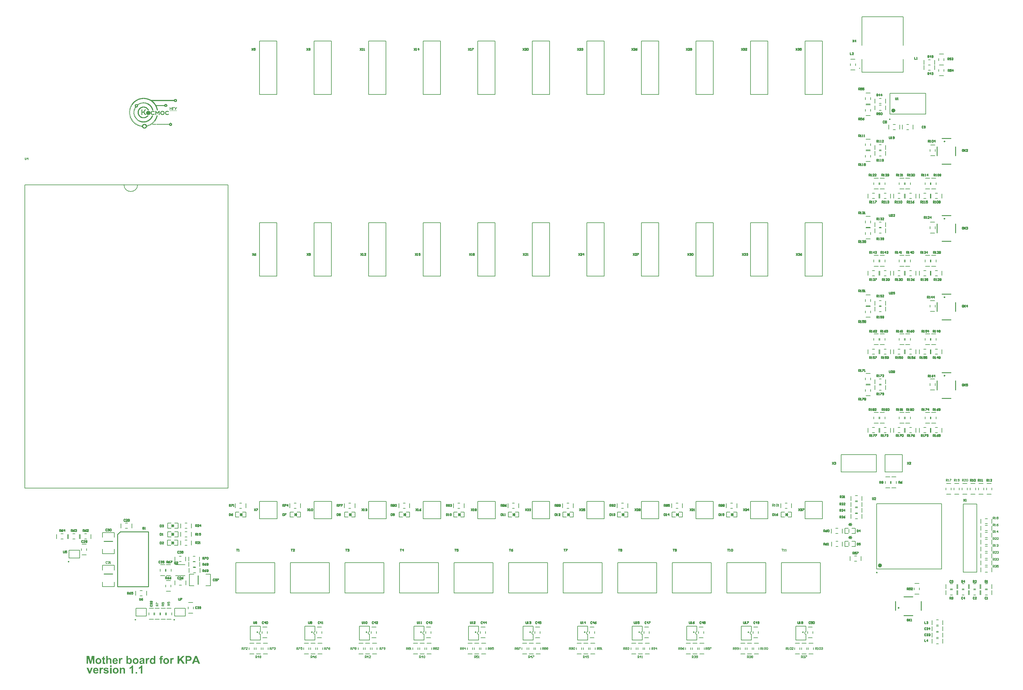
<source format=gto>
G04*
G04 #@! TF.GenerationSoftware,Altium Limited,Altium Designer,20.1.10 (176)*
G04*
G04 Layer_Color=439754*
%FSAX42Y42*%
%MOMM*%
G71*
G04*
G04 #@! TF.SameCoordinates,6C51F090-7910-440F-980D-B9DEBD6B7A16*
G04*
G04*
G04 #@! TF.FilePolarity,Positive*
G04*
G01*
G75*
%ADD10C,0.20*%
%ADD11C,0.25*%
%ADD12C,0.60*%
%ADD13C,0.10*%
%ADD14C,0.25*%
%ADD15C,0.15*%
%ADD16C,0.13*%
%ADD17C,0.18*%
%ADD18C,0.05*%
G36*
X004062Y000907D02*
X004064D01*
X004066Y000907D01*
X004068Y000906D01*
X004074Y000906D01*
X004080Y000905D01*
X004087Y000903D01*
X004094Y000901D01*
X004088Y000871D01*
X004088Y000871D01*
X004086Y000871D01*
X004084Y000872D01*
X004082Y000872D01*
X004078Y000873D01*
X004075Y000873D01*
X004071Y000873D01*
X004066D01*
X004064Y000873D01*
X004062Y000873D01*
X004060Y000872D01*
X004057Y000871D01*
X004055Y000870D01*
X004053Y000869D01*
X004053Y000869D01*
X004053Y000868D01*
X004052Y000867D01*
X004051Y000865D01*
X004051Y000863D01*
X004050Y000860D01*
X004050Y000856D01*
X004049Y000852D01*
Y000840D01*
X004082D01*
Y000805D01*
X004049D01*
Y000673D01*
X004005Y000673D01*
Y000805D01*
X003981D01*
Y000840D01*
X004005D01*
Y000852D01*
Y000853D01*
Y000853D01*
Y000854D01*
Y000856D01*
X004005Y000858D01*
Y000860D01*
X004006Y000864D01*
X004006Y000869D01*
X004007Y000874D01*
X004008Y000879D01*
X004009Y000882D01*
X004010Y000884D01*
X004010Y000884D01*
X004011Y000885D01*
X004012Y000887D01*
X004013Y000890D01*
X004016Y000892D01*
X004018Y000895D01*
X004022Y000898D01*
X004026Y000900D01*
X004026D01*
X004027Y000901D01*
X004027Y000901D01*
X004028Y000901D01*
X004031Y000903D01*
X004034Y000904D01*
X004039Y000905D01*
X004044Y000906D01*
X004050Y000907D01*
X004057Y000907D01*
X004060D01*
X004062Y000907D01*
D02*
G37*
G36*
X003867Y000673D02*
X003826D01*
Y000697D01*
X003825Y000696D01*
X003825Y000696D01*
X003824Y000695D01*
X003822Y000692D01*
X003819Y000689D01*
X003815Y000686D01*
X003811Y000682D01*
X003807Y000679D01*
X003802Y000676D01*
X003802D01*
X003801Y000675D01*
X003800Y000675D01*
X003799Y000675D01*
X003797Y000673D01*
X003793Y000672D01*
X003789Y000671D01*
X003784Y000670D01*
X003779Y000669D01*
X003774Y000669D01*
X003773D01*
X003771Y000669D01*
X003769D01*
X003767Y000670D01*
X003764Y000670D01*
X003760Y000671D01*
X003757Y000672D01*
X003753Y000673D01*
X003749Y000674D01*
X003745Y000676D01*
X003741Y000679D01*
X003737Y000681D01*
X003733Y000684D01*
X003729Y000688D01*
X003725Y000692D01*
X003724Y000692D01*
X003724Y000693D01*
X003723Y000694D01*
X003721Y000696D01*
X003720Y000699D01*
X003718Y000701D01*
X003716Y000705D01*
X003714Y000709D01*
X003712Y000713D01*
X003711Y000718D01*
X003709Y000723D01*
X003707Y000729D01*
X003706Y000735D01*
X003705Y000742D01*
X003704Y000749D01*
X003704Y000757D01*
Y000757D01*
Y000759D01*
X003704Y000761D01*
Y000764D01*
X003705Y000767D01*
X003705Y000771D01*
X003706Y000776D01*
X003707Y000781D01*
X003708Y000786D01*
X003709Y000791D01*
X003711Y000797D01*
X003712Y000802D01*
X003715Y000807D01*
X003717Y000812D01*
X003720Y000817D01*
X003724Y000821D01*
X003724Y000822D01*
X003725Y000822D01*
X003726Y000823D01*
X003727Y000825D01*
X003729Y000827D01*
X003732Y000828D01*
X003735Y000830D01*
X003738Y000833D01*
X003741Y000835D01*
X003745Y000837D01*
X003749Y000838D01*
X003754Y000840D01*
X003758Y000842D01*
X003763Y000843D01*
X003769Y000843D01*
X003774Y000844D01*
X003776D01*
X003777Y000843D01*
X003779D01*
X003782Y000843D01*
X003784Y000842D01*
X003787Y000842D01*
X003791Y000841D01*
X003795Y000839D01*
X003799Y000838D01*
X003803Y000836D01*
X003806Y000834D01*
X003811Y000831D01*
X003815Y000828D01*
X003819Y000824D01*
X003823Y000820D01*
Y000903D01*
X003867D01*
Y000673D01*
D02*
G37*
G36*
X004385Y000843D02*
X004387Y000843D01*
X004390Y000843D01*
X004395Y000842D01*
X004400Y000840D01*
X004405Y000838D01*
X004410Y000835D01*
X004397Y000797D01*
X004396Y000797D01*
X004395Y000798D01*
X004393Y000799D01*
X004390Y000800D01*
X004387Y000802D01*
X004383Y000803D01*
X004380Y000804D01*
X004376Y000804D01*
X004374D01*
X004373Y000804D01*
X004370Y000803D01*
X004368Y000803D01*
X004365Y000802D01*
X004363Y000800D01*
X004360Y000799D01*
X004360Y000798D01*
X004359Y000798D01*
X004358Y000796D01*
X004356Y000794D01*
X004355Y000792D01*
X004353Y000789D01*
X004351Y000785D01*
X004350Y000780D01*
Y000780D01*
X004350Y000779D01*
Y000779D01*
X004349Y000777D01*
X004349Y000776D01*
X004349Y000774D01*
X004348Y000771D01*
X004348Y000768D01*
X004348Y000765D01*
X004347Y000761D01*
X004347Y000756D01*
X004347Y000751D01*
X004347Y000745D01*
Y000739D01*
X004346Y000732D01*
Y000724D01*
Y000673D01*
X004302D01*
Y000840D01*
X004343D01*
Y000816D01*
X004343Y000816D01*
X004344Y000817D01*
X004344Y000817D01*
X004345Y000819D01*
X004347Y000822D01*
X004349Y000825D01*
X004352Y000829D01*
X004355Y000832D01*
X004359Y000836D01*
X004360Y000837D01*
X004362Y000838D01*
X004362Y000838D01*
X004363Y000839D01*
X004365Y000840D01*
X004367Y000841D01*
X004370Y000842D01*
X004374Y000843D01*
X004377Y000843D01*
X004381Y000844D01*
X004384D01*
X004385Y000843D01*
D02*
G37*
G36*
X003670Y000843D02*
X003671Y000843D01*
X003675Y000843D01*
X003679Y000842D01*
X003684Y000840D01*
X003690Y000838D01*
X003695Y000835D01*
X003681Y000797D01*
X003681Y000797D01*
X003679Y000798D01*
X003677Y000799D01*
X003674Y000800D01*
X003671Y000802D01*
X003668Y000803D01*
X003664Y000804D01*
X003660Y000804D01*
X003659D01*
X003657Y000804D01*
X003655Y000803D01*
X003652Y000803D01*
X003650Y000802D01*
X003647Y000800D01*
X003645Y000799D01*
X003644Y000798D01*
X003644Y000798D01*
X003642Y000796D01*
X003641Y000794D01*
X003639Y000792D01*
X003638Y000789D01*
X003636Y000785D01*
X003634Y000780D01*
Y000780D01*
X003634Y000779D01*
Y000779D01*
X003634Y000777D01*
X003634Y000776D01*
X003633Y000774D01*
X003633Y000771D01*
X003633Y000768D01*
X003632Y000765D01*
X003632Y000761D01*
X003632Y000756D01*
X003631Y000751D01*
X003631Y000745D01*
Y000739D01*
X003631Y000732D01*
Y000724D01*
Y000673D01*
X003587D01*
Y000840D01*
X003628D01*
Y000816D01*
X003628Y000816D01*
X003628Y000817D01*
X003629Y000817D01*
X003629Y000819D01*
X003631Y000822D01*
X003634Y000825D01*
X003637Y000829D01*
X003640Y000832D01*
X003643Y000836D01*
X003645Y000837D01*
X003646Y000838D01*
X003647Y000838D01*
X003648Y000839D01*
X003650Y000840D01*
X003652Y000841D01*
X003655Y000842D01*
X003658Y000843D01*
X003662Y000843D01*
X003666Y000844D01*
X003668D01*
X003670Y000843D01*
D02*
G37*
G36*
X002882D02*
X002883Y000843D01*
X002887Y000843D01*
X002892Y000842D01*
X002897Y000840D01*
X002902Y000838D01*
X002907Y000835D01*
X002893Y000797D01*
X002893Y000797D01*
X002891Y000798D01*
X002889Y000799D01*
X002887Y000800D01*
X002883Y000802D01*
X002880Y000803D01*
X002876Y000804D01*
X002873Y000804D01*
X002871D01*
X002869Y000804D01*
X002867Y000803D01*
X002865Y000803D01*
X002862Y000802D01*
X002859Y000800D01*
X002857Y000799D01*
X002857Y000798D01*
X002856Y000798D01*
X002855Y000796D01*
X002853Y000794D01*
X002852Y000792D01*
X002850Y000789D01*
X002848Y000785D01*
X002847Y000780D01*
Y000780D01*
X002846Y000779D01*
Y000779D01*
X002846Y000777D01*
X002846Y000776D01*
X002846Y000774D01*
X002845Y000771D01*
X002845Y000768D01*
X002845Y000765D01*
X002844Y000761D01*
X002844Y000756D01*
X002844Y000751D01*
X002843Y000745D01*
Y000739D01*
X002843Y000732D01*
Y000724D01*
Y000673D01*
X002799D01*
Y000840D01*
X002840D01*
Y000816D01*
X002840Y000816D01*
X002840Y000817D01*
X002841Y000817D01*
X002842Y000819D01*
X002844Y000822D01*
X002846Y000825D01*
X002849Y000829D01*
X002852Y000832D01*
X002855Y000836D01*
X002857Y000837D01*
X002859Y000838D01*
X002859Y000838D01*
X002860Y000839D01*
X002862Y000840D01*
X002864Y000841D01*
X002867Y000842D01*
X002870Y000843D01*
X002874Y000843D01*
X002878Y000844D01*
X002880D01*
X002882Y000843D01*
D02*
G37*
G36*
X004636Y000814D02*
X004728Y000673D01*
X004668D01*
X004604Y000781D01*
X004566Y000742D01*
Y000673D01*
X004520D01*
Y000903D01*
X004566D01*
Y000801D01*
X004661Y000903D01*
X004723D01*
X004636Y000814D01*
D02*
G37*
G36*
X002075Y000673D02*
X002032D01*
X002031Y000854D01*
X001986Y000673D01*
X001941D01*
X001895Y000854D01*
Y000673D01*
X001852D01*
Y000903D01*
X001922D01*
X001964Y000746D01*
X002005Y000903D01*
X002075D01*
Y000673D01*
D02*
G37*
G36*
X005175Y000673D02*
X005124D01*
X005104Y000725D01*
X005012D01*
X004993Y000673D01*
X004943D01*
X005033Y000903D01*
X005083D01*
X005175Y000673D01*
D02*
G37*
G36*
X004841Y000903D02*
X004845D01*
X004849Y000903D01*
X004859Y000903D01*
X004863Y000902D01*
X004868Y000902D01*
X004872Y000902D01*
X004876Y000901D01*
X004879Y000900D01*
X004882Y000900D01*
X004882D01*
X004883Y000900D01*
X004884Y000899D01*
X004885Y000899D01*
X004887Y000898D01*
X004889Y000897D01*
X004893Y000895D01*
X004899Y000892D01*
X004904Y000888D01*
X004907Y000886D01*
X004910Y000883D01*
X004913Y000880D01*
X004915Y000877D01*
X004915Y000877D01*
X004916Y000876D01*
X004916Y000875D01*
X004917Y000874D01*
X004918Y000872D01*
X004919Y000870D01*
X004921Y000868D01*
X004922Y000865D01*
X004923Y000862D01*
X004924Y000859D01*
X004926Y000855D01*
X004927Y000851D01*
X004927Y000847D01*
X004928Y000842D01*
X004928Y000837D01*
X004929Y000832D01*
Y000832D01*
Y000831D01*
Y000830D01*
Y000829D01*
X004928Y000827D01*
X004928Y000825D01*
X004928Y000822D01*
X004928Y000820D01*
X004927Y000814D01*
X004925Y000808D01*
X004923Y000802D01*
X004921Y000796D01*
Y000796D01*
X004921Y000796D01*
X004920Y000795D01*
X004919Y000794D01*
X004918Y000791D01*
X004916Y000788D01*
X004913Y000785D01*
X004909Y000781D01*
X004905Y000777D01*
X004901Y000774D01*
X004901D01*
X004901Y000773D01*
X004899Y000772D01*
X004897Y000771D01*
X004894Y000769D01*
X004890Y000767D01*
X004886Y000766D01*
X004882Y000764D01*
X004877Y000763D01*
X004877D01*
X004876Y000763D01*
X004875D01*
X004874Y000762D01*
X004872Y000762D01*
X004870Y000762D01*
X004868Y000762D01*
X004865Y000761D01*
X004862Y000761D01*
X004858Y000761D01*
X004854Y000760D01*
X004850Y000760D01*
X004845Y000760D01*
X004840D01*
X004834Y000760D01*
X004798D01*
Y000673D01*
X004752D01*
Y000903D01*
X004837D01*
X004841Y000903D01*
D02*
G37*
G36*
X003482Y000843D02*
X003485D01*
X003488Y000843D01*
X003491Y000843D01*
X003499Y000842D01*
X003506Y000841D01*
X003513Y000839D01*
X003516Y000838D01*
X003519Y000836D01*
X003519D01*
X003520Y000836D01*
X003520Y000836D01*
X003521Y000835D01*
X003524Y000834D01*
X003527Y000832D01*
X003530Y000829D01*
X003534Y000826D01*
X003537Y000822D01*
X003539Y000819D01*
X003540Y000818D01*
X003540Y000817D01*
X003540Y000817D01*
X003541Y000815D01*
X003541Y000814D01*
X003542Y000812D01*
X003542Y000810D01*
X003543Y000807D01*
X003543Y000804D01*
X003544Y000801D01*
X003544Y000797D01*
X003545Y000793D01*
X003545Y000789D01*
X003545Y000784D01*
Y000779D01*
X003545Y000727D01*
Y000727D01*
Y000726D01*
Y000725D01*
Y000724D01*
Y000722D01*
Y000720D01*
X003545Y000715D01*
X003545Y000710D01*
X003545Y000704D01*
X003546Y000699D01*
X003546Y000697D01*
X003547Y000695D01*
Y000694D01*
X003547Y000693D01*
X003548Y000691D01*
X003548Y000688D01*
X003549Y000685D01*
X003551Y000681D01*
X003553Y000677D01*
X003555Y000673D01*
X003511D01*
Y000673D01*
X003511Y000673D01*
X003510Y000674D01*
X003510Y000676D01*
X003509Y000678D01*
X003508Y000680D01*
X003507Y000683D01*
X003506Y000686D01*
Y000686D01*
X003506Y000686D01*
X003506Y000688D01*
X003505Y000690D01*
X003505Y000690D01*
X003505Y000691D01*
X003504Y000690D01*
X003503Y000689D01*
X003501Y000687D01*
X003498Y000685D01*
X003494Y000682D01*
X003490Y000679D01*
X003485Y000677D01*
X003481Y000674D01*
X003480D01*
X003480Y000674D01*
X003479Y000674D01*
X003478Y000674D01*
X003476Y000673D01*
X003472Y000672D01*
X003468Y000671D01*
X003464Y000670D01*
X003459Y000669D01*
X003453Y000669D01*
X003451D01*
X003449Y000669D01*
X003447Y000669D01*
X003444Y000670D01*
X003441Y000670D01*
X003438Y000671D01*
X003432Y000672D01*
X003425Y000675D01*
X003422Y000676D01*
X003418Y000678D01*
X003415Y000680D01*
X003412Y000683D01*
X003412Y000683D01*
X003412Y000683D01*
X003411Y000684D01*
X003410Y000685D01*
X003409Y000687D01*
X003408Y000688D01*
X003406Y000690D01*
X003405Y000692D01*
X003404Y000695D01*
X003402Y000697D01*
X003400Y000704D01*
X003399Y000707D01*
X003398Y000710D01*
X003398Y000714D01*
X003398Y000718D01*
Y000718D01*
Y000719D01*
Y000720D01*
Y000721D01*
X003398Y000723D01*
X003398Y000727D01*
X003399Y000731D01*
X003400Y000735D01*
X003402Y000739D01*
X003404Y000743D01*
Y000744D01*
X003405Y000744D01*
X003406Y000745D01*
X003407Y000747D01*
X003409Y000750D01*
X003412Y000752D01*
X003415Y000755D01*
X003419Y000758D01*
X003423Y000760D01*
X003423D01*
X003424Y000760D01*
X003424Y000761D01*
X003425Y000761D01*
X003427Y000762D01*
X003428Y000762D01*
X003430Y000763D01*
X003432Y000764D01*
X003434Y000764D01*
X003437Y000765D01*
X003440Y000766D01*
X003443Y000767D01*
X003447Y000768D01*
X003450Y000769D01*
X003454Y000770D01*
X003458Y000771D01*
X003459D01*
X003460Y000771D01*
X003461Y000771D01*
X003463Y000772D01*
X003466Y000772D01*
X003469Y000773D01*
X003472Y000773D01*
X003476Y000774D01*
X003483Y000776D01*
X003490Y000778D01*
X003493Y000779D01*
X003496Y000780D01*
X003499Y000781D01*
X003502Y000782D01*
Y000786D01*
Y000786D01*
Y000786D01*
Y000788D01*
X003501Y000790D01*
X003501Y000793D01*
X003500Y000796D01*
X003499Y000799D01*
X003497Y000802D01*
X003495Y000804D01*
X003495Y000805D01*
X003494Y000805D01*
X003492Y000806D01*
X003490Y000807D01*
X003487Y000808D01*
X003482Y000809D01*
X003480Y000809D01*
X003477Y000810D01*
X003474Y000810D01*
X003469D01*
X003467Y000810D01*
X003464Y000809D01*
X003461Y000809D01*
X003458Y000808D01*
X003455Y000807D01*
X003452Y000805D01*
X003452Y000805D01*
X003451Y000804D01*
X003450Y000803D01*
X003449Y000801D01*
X003447Y000799D01*
X003445Y000796D01*
X003443Y000793D01*
X003442Y000789D01*
X003402Y000796D01*
Y000796D01*
X003402Y000797D01*
X003403Y000798D01*
X003403Y000800D01*
X003404Y000802D01*
X003405Y000804D01*
X003408Y000809D01*
X003411Y000815D01*
X003415Y000821D01*
X003420Y000827D01*
X003422Y000830D01*
X003425Y000832D01*
X003426Y000832D01*
X003426Y000832D01*
X003427Y000833D01*
X003428Y000834D01*
X003430Y000835D01*
X003432Y000836D01*
X003435Y000837D01*
X003438Y000838D01*
X003441Y000839D01*
X003445Y000840D01*
X003449Y000841D01*
X003453Y000842D01*
X003458Y000843D01*
X003463Y000843D01*
X003469Y000844D01*
X003480D01*
X003482Y000843D01*
D02*
G37*
G36*
X002469Y000818D02*
X002469Y000819D01*
X002470Y000819D01*
X002471Y000821D01*
X002473Y000822D01*
X002475Y000824D01*
X002477Y000826D01*
X002480Y000829D01*
X002483Y000831D01*
X002487Y000833D01*
X002491Y000836D01*
X002495Y000838D01*
X002499Y000840D01*
X002504Y000841D01*
X002509Y000843D01*
X002514Y000843D01*
X002520Y000844D01*
X002522D01*
X002524Y000843D01*
X002525D01*
X002529Y000843D01*
X002533Y000842D01*
X002538Y000841D01*
X002543Y000840D01*
X002547Y000838D01*
X002548D01*
X002548Y000838D01*
X002549Y000837D01*
X002552Y000836D01*
X002554Y000834D01*
X002557Y000832D01*
X002560Y000829D01*
X002563Y000827D01*
X002566Y000823D01*
X002566Y000823D01*
X002567Y000822D01*
X002568Y000820D01*
X002569Y000818D01*
X002570Y000815D01*
X002572Y000811D01*
X002573Y000808D01*
X002574Y000804D01*
Y000803D01*
X002574Y000803D01*
X002575Y000802D01*
Y000801D01*
X002575Y000799D01*
X002575Y000798D01*
X002575Y000796D01*
X002576Y000794D01*
X002576Y000791D01*
X002576Y000788D01*
Y000785D01*
X002576Y000782D01*
X002577Y000779D01*
Y000775D01*
Y000771D01*
Y000673D01*
X002532D01*
Y000761D01*
Y000761D01*
Y000762D01*
Y000763D01*
Y000765D01*
Y000767D01*
X002532Y000770D01*
Y000775D01*
X002532Y000781D01*
X002531Y000786D01*
X002531Y000788D01*
X002531Y000791D01*
X002530Y000793D01*
X002530Y000794D01*
Y000794D01*
X002529Y000795D01*
X002529Y000797D01*
X002528Y000798D01*
X002526Y000800D01*
X002525Y000802D01*
X002523Y000804D01*
X002521Y000806D01*
X002521Y000806D01*
X002520Y000806D01*
X002518Y000807D01*
X002517Y000808D01*
X002514Y000809D01*
X002511Y000809D01*
X002508Y000810D01*
X002505Y000810D01*
X002503D01*
X002501Y000810D01*
X002498Y000809D01*
X002495Y000809D01*
X002492Y000808D01*
X002488Y000806D01*
X002485Y000804D01*
X002485Y000804D01*
X002484Y000803D01*
X002482Y000802D01*
X002480Y000800D01*
X002478Y000798D01*
X002476Y000795D01*
X002474Y000792D01*
X002473Y000788D01*
X002472Y000788D01*
Y000787D01*
X002472Y000786D01*
X002471Y000784D01*
X002471Y000780D01*
X002470Y000776D01*
X002469Y000770D01*
X002469Y000764D01*
X002469Y000756D01*
Y000673D01*
X002425D01*
Y000903D01*
X002469D01*
Y000818D01*
D02*
G37*
G36*
X004187Y000843D02*
X004189Y000843D01*
X004192Y000843D01*
X004196Y000842D01*
X004200Y000842D01*
X004205Y000841D01*
X004210Y000839D01*
X004215Y000838D01*
X004220Y000836D01*
X004225Y000833D01*
X004230Y000830D01*
X004235Y000827D01*
X004240Y000823D01*
X004245Y000819D01*
X004245Y000819D01*
X004246Y000818D01*
X004247Y000816D01*
X004249Y000814D01*
X004251Y000812D01*
X004253Y000809D01*
X004255Y000806D01*
X004257Y000802D01*
X004259Y000798D01*
X004261Y000793D01*
X004264Y000788D01*
X004265Y000782D01*
X004267Y000776D01*
X004268Y000770D01*
X004269Y000764D01*
X004269Y000757D01*
Y000756D01*
Y000755D01*
X004269Y000753D01*
Y000750D01*
X004268Y000747D01*
X004268Y000743D01*
X004267Y000739D01*
X004266Y000735D01*
X004265Y000730D01*
X004263Y000725D01*
X004261Y000719D01*
X004259Y000714D01*
X004256Y000709D01*
X004253Y000704D01*
X004249Y000698D01*
X004245Y000694D01*
X004244Y000693D01*
X004244Y000693D01*
X004242Y000691D01*
X004240Y000690D01*
X004238Y000688D01*
X004235Y000686D01*
X004232Y000684D01*
X004228Y000681D01*
X004224Y000679D01*
X004219Y000677D01*
X004214Y000675D01*
X004208Y000673D01*
X004203Y000671D01*
X004196Y000670D01*
X004190Y000669D01*
X004183Y000669D01*
X004181D01*
X004179Y000669D01*
X004177D01*
X004175Y000669D01*
X004172Y000670D01*
X004169Y000670D01*
X004162Y000671D01*
X004155Y000673D01*
X004147Y000676D01*
X004139Y000679D01*
X004139Y000679D01*
X004138Y000680D01*
X004137Y000680D01*
X004136Y000681D01*
X004134Y000682D01*
X004132Y000684D01*
X004128Y000687D01*
X004123Y000691D01*
X004117Y000696D01*
X004112Y000703D01*
X004108Y000710D01*
Y000710D01*
X004107Y000711D01*
X004107Y000712D01*
X004106Y000713D01*
X004105Y000715D01*
X004104Y000717D01*
X004104Y000720D01*
X004103Y000723D01*
X004102Y000727D01*
X004101Y000730D01*
X004100Y000734D01*
X004099Y000739D01*
X004098Y000743D01*
X004098Y000748D01*
X004097Y000753D01*
X004097Y000758D01*
Y000759D01*
Y000759D01*
Y000761D01*
X004097Y000762D01*
Y000764D01*
X004098Y000767D01*
X004098Y000769D01*
X004098Y000772D01*
X004100Y000779D01*
X004102Y000786D01*
X004104Y000793D01*
X004106Y000797D01*
X004108Y000801D01*
X004108Y000801D01*
X004108Y000802D01*
X004109Y000803D01*
X004110Y000805D01*
X004111Y000806D01*
X004112Y000808D01*
X004116Y000813D01*
X004120Y000818D01*
X004125Y000823D01*
X004131Y000828D01*
X004138Y000833D01*
X004139Y000833D01*
X004139Y000833D01*
X004140Y000834D01*
X004142Y000834D01*
X004144Y000835D01*
X004146Y000836D01*
X004149Y000837D01*
X004151Y000838D01*
X004155Y000839D01*
X004158Y000840D01*
X004166Y000842D01*
X004174Y000843D01*
X004178Y000844D01*
X004185D01*
X004187Y000843D01*
D02*
G37*
G36*
X003292Y000843D02*
X003294Y000843D01*
X003298Y000843D01*
X003301Y000842D01*
X003306Y000842D01*
X003310Y000841D01*
X003315Y000839D01*
X003320Y000838D01*
X003325Y000836D01*
X003330Y000833D01*
X003335Y000830D01*
X003341Y000827D01*
X003345Y000823D01*
X003350Y000819D01*
X003350Y000819D01*
X003351Y000818D01*
X003352Y000816D01*
X003354Y000814D01*
X003356Y000812D01*
X003358Y000809D01*
X003360Y000806D01*
X003362Y000802D01*
X003365Y000798D01*
X003367Y000793D01*
X003369Y000788D01*
X003371Y000782D01*
X003372Y000776D01*
X003373Y000770D01*
X003374Y000764D01*
X003374Y000757D01*
Y000756D01*
Y000755D01*
X003374Y000753D01*
Y000750D01*
X003374Y000747D01*
X003373Y000743D01*
X003372Y000739D01*
X003371Y000735D01*
X003370Y000730D01*
X003368Y000725D01*
X003366Y000719D01*
X003364Y000714D01*
X003361Y000709D01*
X003358Y000704D01*
X003354Y000698D01*
X003350Y000694D01*
X003350Y000693D01*
X003349Y000693D01*
X003347Y000691D01*
X003345Y000690D01*
X003343Y000688D01*
X003340Y000686D01*
X003337Y000684D01*
X003333Y000681D01*
X003329Y000679D01*
X003324Y000677D01*
X003319Y000675D01*
X003314Y000673D01*
X003308Y000671D01*
X003302Y000670D01*
X003295Y000669D01*
X003288Y000669D01*
X003286D01*
X003284Y000669D01*
X003282D01*
X003280Y000669D01*
X003277Y000670D01*
X003274Y000670D01*
X003268Y000671D01*
X003260Y000673D01*
X003252Y000676D01*
X003245Y000679D01*
X003244Y000679D01*
X003244Y000680D01*
X003243Y000680D01*
X003241Y000681D01*
X003239Y000682D01*
X003238Y000684D01*
X003233Y000687D01*
X003228Y000691D01*
X003223Y000696D01*
X003218Y000703D01*
X003213Y000710D01*
Y000710D01*
X003213Y000711D01*
X003212Y000712D01*
X003211Y000713D01*
X003211Y000715D01*
X003210Y000717D01*
X003209Y000720D01*
X003208Y000723D01*
X003207Y000727D01*
X003206Y000730D01*
X003205Y000734D01*
X003204Y000739D01*
X003203Y000743D01*
X003203Y000748D01*
X003203Y000753D01*
X003202Y000758D01*
Y000759D01*
Y000759D01*
Y000761D01*
X003203Y000762D01*
Y000764D01*
X003203Y000767D01*
X003203Y000769D01*
X003204Y000772D01*
X003205Y000779D01*
X003207Y000786D01*
X003210Y000793D01*
X003211Y000797D01*
X003213Y000801D01*
X003213Y000801D01*
X003214Y000802D01*
X003214Y000803D01*
X003215Y000805D01*
X003216Y000806D01*
X003218Y000808D01*
X003221Y000813D01*
X003225Y000818D01*
X003231Y000823D01*
X003237Y000828D01*
X003244Y000833D01*
X003244Y000833D01*
X003245Y000833D01*
X003246Y000834D01*
X003247Y000834D01*
X003249Y000835D01*
X003251Y000836D01*
X003254Y000837D01*
X003257Y000838D01*
X003260Y000839D01*
X003263Y000840D01*
X003271Y000842D01*
X003279Y000843D01*
X003284Y000844D01*
X003290D01*
X003292Y000843D01*
D02*
G37*
G36*
X003058Y000820D02*
X003058Y000820D01*
X003059Y000821D01*
X003060Y000822D01*
X003062Y000824D01*
X003064Y000826D01*
X003066Y000828D01*
X003069Y000830D01*
X003072Y000832D01*
X003075Y000834D01*
X003079Y000836D01*
X003083Y000838D01*
X003087Y000840D01*
X003092Y000841D01*
X003096Y000843D01*
X003101Y000843D01*
X003106Y000844D01*
X003108D01*
X003109Y000843D01*
X003111D01*
X003114Y000843D01*
X003117Y000842D01*
X003120Y000842D01*
X003124Y000841D01*
X003128Y000840D01*
X003132Y000838D01*
X003136Y000836D01*
X003141Y000834D01*
X003145Y000832D01*
X003149Y000829D01*
X003153Y000825D01*
X003157Y000821D01*
X003157Y000821D01*
X003158Y000820D01*
X003159Y000819D01*
X003160Y000817D01*
X003162Y000815D01*
X003163Y000812D01*
X003165Y000809D01*
X003167Y000805D01*
X003169Y000801D01*
X003171Y000796D01*
X003172Y000791D01*
X003174Y000785D01*
X003175Y000779D01*
X003176Y000773D01*
X003177Y000765D01*
X003177Y000758D01*
Y000757D01*
Y000756D01*
X003177Y000754D01*
Y000751D01*
X003176Y000747D01*
X003176Y000743D01*
X003175Y000739D01*
X003174Y000734D01*
X003173Y000728D01*
X003172Y000723D01*
X003170Y000717D01*
X003168Y000712D01*
X003166Y000707D01*
X003163Y000701D01*
X003160Y000696D01*
X003156Y000692D01*
X003156Y000692D01*
X003155Y000691D01*
X003154Y000690D01*
X003153Y000688D01*
X003151Y000687D01*
X003148Y000685D01*
X003146Y000683D01*
X003143Y000680D01*
X003139Y000678D01*
X003135Y000676D01*
X003131Y000674D01*
X003127Y000672D01*
X003122Y000671D01*
X003117Y000670D01*
X003112Y000669D01*
X003107Y000669D01*
X003104D01*
X003102Y000669D01*
X003098Y000670D01*
X003094Y000671D01*
X003089Y000672D01*
X003084Y000674D01*
X003079Y000676D01*
X003078D01*
X003078Y000676D01*
X003077Y000677D01*
X003076Y000677D01*
X003074Y000679D01*
X003071Y000681D01*
X003067Y000684D01*
X003063Y000688D01*
X003059Y000692D01*
X003055Y000697D01*
Y000673D01*
X003014D01*
Y000903D01*
X003058D01*
Y000820D01*
D02*
G37*
G36*
X002689Y000843D02*
X002692Y000843D01*
X002695Y000843D01*
X002698Y000842D01*
X002702Y000842D01*
X002707Y000841D01*
X002711Y000839D01*
X002716Y000838D01*
X002721Y000836D01*
X002726Y000833D01*
X002731Y000830D01*
X002735Y000827D01*
X002740Y000823D01*
X002744Y000819D01*
X002744Y000819D01*
X002745Y000818D01*
X002746Y000816D01*
X002747Y000814D01*
X002749Y000812D01*
X002751Y000808D01*
X002753Y000805D01*
X002755Y000800D01*
X002757Y000795D01*
X002759Y000790D01*
X002760Y000784D01*
X002762Y000777D01*
X002763Y000769D01*
X002764Y000761D01*
X002765Y000753D01*
Y000744D01*
X002654D01*
Y000743D01*
Y000743D01*
Y000742D01*
X002654Y000740D01*
X002655Y000739D01*
X002655Y000737D01*
X002656Y000732D01*
X002657Y000727D01*
X002659Y000722D01*
X002661Y000717D01*
X002665Y000713D01*
X002665D01*
X002665Y000712D01*
X002666Y000711D01*
X002669Y000709D01*
X002672Y000707D01*
X002675Y000705D01*
X002680Y000704D01*
X002685Y000702D01*
X002688Y000702D01*
X002690Y000702D01*
X002692D01*
X002694Y000702D01*
X002696Y000703D01*
X002699Y000703D01*
X002702Y000704D01*
X002705Y000706D01*
X002708Y000707D01*
X002708Y000708D01*
X002709Y000708D01*
X002710Y000710D01*
X002712Y000712D01*
X002714Y000714D01*
X002715Y000718D01*
X002717Y000721D01*
X002719Y000726D01*
X002763Y000718D01*
Y000718D01*
X002762Y000717D01*
X002762Y000716D01*
X002761Y000714D01*
X002760Y000712D01*
X002759Y000710D01*
X002758Y000707D01*
X002756Y000705D01*
X002752Y000699D01*
X002748Y000693D01*
X002742Y000687D01*
X002739Y000684D01*
X002736Y000681D01*
X002735Y000681D01*
X002735Y000681D01*
X002734Y000680D01*
X002732Y000679D01*
X002731Y000678D01*
X002728Y000677D01*
X002726Y000676D01*
X002723Y000675D01*
X002720Y000674D01*
X002716Y000673D01*
X002713Y000672D01*
X002709Y000671D01*
X002704Y000670D01*
X002700Y000669D01*
X002695Y000669D01*
X002690Y000669D01*
X002688D01*
X002686Y000669D01*
X002683Y000669D01*
X002679Y000670D01*
X002675Y000670D01*
X002670Y000671D01*
X002665Y000672D01*
X002660Y000674D01*
X002655Y000676D01*
X002650Y000678D01*
X002644Y000681D01*
X002639Y000684D01*
X002634Y000688D01*
X002630Y000692D01*
X002625Y000697D01*
X002625Y000697D01*
X002625Y000698D01*
X002624Y000699D01*
X002623Y000701D01*
X002622Y000704D01*
X002620Y000706D01*
X002619Y000709D01*
X002617Y000713D01*
X002616Y000717D01*
X002614Y000721D01*
X002613Y000726D01*
X002611Y000731D01*
X002610Y000737D01*
X002610Y000742D01*
X002609Y000749D01*
X002609Y000755D01*
Y000755D01*
Y000757D01*
X002609Y000759D01*
Y000762D01*
X002610Y000765D01*
X002610Y000769D01*
X002611Y000774D01*
X002612Y000779D01*
X002613Y000784D01*
X002614Y000789D01*
X002616Y000794D01*
X002618Y000800D01*
X002620Y000805D01*
X002623Y000810D01*
X002627Y000815D01*
X002630Y000820D01*
X002631Y000820D01*
X002631Y000821D01*
X002633Y000822D01*
X002634Y000824D01*
X002636Y000825D01*
X002639Y000827D01*
X002642Y000830D01*
X002645Y000832D01*
X002649Y000834D01*
X002653Y000836D01*
X002658Y000838D01*
X002663Y000840D01*
X002668Y000841D01*
X002673Y000843D01*
X002679Y000843D01*
X002685Y000844D01*
X002687D01*
X002689Y000843D01*
D02*
G37*
G36*
X002364Y000840D02*
X002394D01*
Y000805D01*
X002364D01*
Y000737D01*
Y000737D01*
Y000736D01*
Y000735D01*
Y000734D01*
Y000732D01*
Y000730D01*
Y000726D01*
X002364Y000722D01*
Y000718D01*
X002365Y000717D01*
Y000715D01*
X002365Y000714D01*
Y000713D01*
Y000713D01*
X002365Y000713D01*
X002366Y000711D01*
X002367Y000709D01*
X002369Y000708D01*
X002369D01*
X002369Y000707D01*
X002370Y000707D01*
X002371Y000707D01*
X002373Y000706D01*
X002376Y000706D01*
X002377D01*
X002379Y000706D01*
X002381Y000706D01*
X002383Y000707D01*
X002386Y000707D01*
X002390Y000708D01*
X002394Y000710D01*
X002398Y000675D01*
X002398D01*
X002397Y000675D01*
X002396Y000675D01*
X002395Y000674D01*
X002394Y000674D01*
X002392Y000673D01*
X002390Y000673D01*
X002388Y000672D01*
X002383Y000671D01*
X002377Y000670D01*
X002370Y000669D01*
X002363Y000669D01*
X002361D01*
X002359Y000669D01*
X002356Y000669D01*
X002352Y000670D01*
X002349Y000671D01*
X002345Y000672D01*
X002341Y000673D01*
X002341Y000673D01*
X002340Y000674D01*
X002338Y000674D01*
X002336Y000676D01*
X002334Y000677D01*
X002331Y000679D01*
X002329Y000681D01*
X002327Y000683D01*
X002327Y000683D01*
X002327Y000684D01*
X002326Y000686D01*
X002325Y000688D01*
X002324Y000690D01*
X002323Y000693D01*
X002322Y000697D01*
X002321Y000700D01*
Y000701D01*
X002321Y000702D01*
Y000703D01*
X002321Y000704D01*
Y000706D01*
Y000707D01*
X002320Y000709D01*
Y000711D01*
X002320Y000714D01*
Y000717D01*
X002320Y000720D01*
Y000724D01*
Y000727D01*
Y000732D01*
Y000805D01*
X002300D01*
Y000840D01*
X002320D01*
Y000873D01*
X002364Y000899D01*
Y000840D01*
D02*
G37*
G36*
X002200Y000843D02*
X002203Y000843D01*
X002206Y000843D01*
X002210Y000842D01*
X002214Y000842D01*
X002219Y000841D01*
X002223Y000839D01*
X002228Y000838D01*
X002234Y000836D01*
X002239Y000833D01*
X002244Y000830D01*
X002249Y000827D01*
X002254Y000823D01*
X002259Y000819D01*
X002259Y000819D01*
X002260Y000818D01*
X002261Y000816D01*
X002262Y000814D01*
X002264Y000812D01*
X002266Y000809D01*
X002268Y000806D01*
X002271Y000802D01*
X002273Y000798D01*
X002275Y000793D01*
X002277Y000788D01*
X002279Y000782D01*
X002281Y000776D01*
X002282Y000770D01*
X002283Y000764D01*
X002283Y000757D01*
Y000756D01*
Y000755D01*
X002283Y000753D01*
Y000750D01*
X002282Y000747D01*
X002282Y000743D01*
X002281Y000739D01*
X002280Y000735D01*
X002279Y000730D01*
X002277Y000725D01*
X002275Y000719D01*
X002273Y000714D01*
X002270Y000709D01*
X002266Y000704D01*
X002263Y000698D01*
X002258Y000694D01*
X002258Y000693D01*
X002257Y000693D01*
X002256Y000691D01*
X002254Y000690D01*
X002252Y000688D01*
X002249Y000686D01*
X002245Y000684D01*
X002242Y000681D01*
X002237Y000679D01*
X002233Y000677D01*
X002228Y000675D01*
X002222Y000673D01*
X002216Y000671D01*
X002210Y000670D01*
X002204Y000669D01*
X002197Y000669D01*
X002195D01*
X002193Y000669D01*
X002191D01*
X002189Y000669D01*
X002186Y000670D01*
X002183Y000670D01*
X002176Y000671D01*
X002169Y000673D01*
X002161Y000676D01*
X002153Y000679D01*
X002153Y000679D01*
X002152Y000680D01*
X002151Y000680D01*
X002150Y000681D01*
X002148Y000682D01*
X002146Y000684D01*
X002141Y000687D01*
X002136Y000691D01*
X002131Y000696D01*
X002126Y000703D01*
X002122Y000710D01*
Y000710D01*
X002121Y000711D01*
X002121Y000712D01*
X002120Y000713D01*
X002119Y000715D01*
X002118Y000717D01*
X002117Y000720D01*
X002116Y000723D01*
X002115Y000727D01*
X002114Y000730D01*
X002113Y000734D01*
X002113Y000739D01*
X002112Y000743D01*
X002111Y000748D01*
X002111Y000753D01*
X002111Y000758D01*
Y000759D01*
Y000759D01*
Y000761D01*
X002111Y000762D01*
Y000764D01*
X002111Y000767D01*
X002112Y000769D01*
X002112Y000772D01*
X002114Y000779D01*
X002115Y000786D01*
X002118Y000793D01*
X002120Y000797D01*
X002122Y000801D01*
X002122Y000801D01*
X002122Y000802D01*
X002123Y000803D01*
X002124Y000805D01*
X002125Y000806D01*
X002126Y000808D01*
X002129Y000813D01*
X002134Y000818D01*
X002139Y000823D01*
X002145Y000828D01*
X002152Y000833D01*
X002152Y000833D01*
X002153Y000833D01*
X002154Y000834D01*
X002156Y000834D01*
X002158Y000835D01*
X002160Y000836D01*
X002162Y000837D01*
X002165Y000838D01*
X002168Y000839D01*
X002172Y000840D01*
X002179Y000842D01*
X002188Y000843D01*
X002192Y000844D01*
X002198D01*
X002200Y000843D01*
D02*
G37*
G36*
X002582Y000581D02*
X002537Y000581D01*
Y000622D01*
X002582Y000622D01*
Y000581D01*
D02*
G37*
G36*
X002314Y000562D02*
X002315Y000562D01*
X002319Y000561D01*
X002323Y000560D01*
X002328Y000559D01*
X002334Y000556D01*
X002339Y000554D01*
X002325Y000515D01*
X002325Y000515D01*
X002323Y000516D01*
X002321Y000517D01*
X002318Y000519D01*
X002315Y000520D01*
X002312Y000521D01*
X002308Y000522D01*
X002304Y000522D01*
X002303D01*
X002301Y000522D01*
X002299Y000522D01*
X002296Y000521D01*
X002294Y000520D01*
X002291Y000519D01*
X002289Y000517D01*
X002288Y000517D01*
X002288Y000516D01*
X002286Y000515D01*
X002285Y000513D01*
X002283Y000510D01*
X002282Y000507D01*
X002280Y000503D01*
X002278Y000499D01*
Y000498D01*
X002278Y000498D01*
Y000497D01*
X002278Y000496D01*
X002278Y000494D01*
X002277Y000492D01*
X002277Y000490D01*
X002277Y000487D01*
X002276Y000483D01*
X002276Y000479D01*
X002276Y000475D01*
X002275Y000469D01*
X002275Y000464D01*
Y000457D01*
X002275Y000450D01*
Y000443D01*
Y000391D01*
X002231D01*
Y000558D01*
X002272D01*
Y000534D01*
X002272Y000535D01*
X002272Y000535D01*
X002273Y000536D01*
X002273Y000537D01*
X002275Y000540D01*
X002278Y000544D01*
X002281Y000547D01*
X002284Y000551D01*
X002287Y000554D01*
X002289Y000556D01*
X002290Y000557D01*
X002291Y000557D01*
X002292Y000557D01*
X002294Y000558D01*
X002296Y000559D01*
X002299Y000560D01*
X002302Y000561D01*
X002306Y000562D01*
X002310Y000562D01*
X002312D01*
X002314Y000562D01*
D02*
G37*
G36*
X002924Y000562D02*
X002928Y000561D01*
X002932Y000561D01*
X002936Y000560D01*
X002941Y000558D01*
X002945Y000557D01*
X002946D01*
X002946Y000556D01*
X002947Y000556D01*
X002950Y000555D01*
X002952Y000553D01*
X002955Y000551D01*
X002958Y000549D01*
X002961Y000546D01*
X002964Y000543D01*
X002964Y000543D01*
X002965Y000542D01*
X002966Y000540D01*
X002967Y000538D01*
X002969Y000535D01*
X002970Y000532D01*
X002971Y000528D01*
X002972Y000525D01*
Y000524D01*
X002973Y000523D01*
X002973Y000520D01*
X002974Y000517D01*
X002974Y000513D01*
X002974Y000508D01*
X002975Y000502D01*
Y000495D01*
Y000391D01*
X002931D01*
Y000476D01*
Y000477D01*
Y000478D01*
Y000479D01*
Y000481D01*
Y000483D01*
X002930Y000485D01*
Y000491D01*
X002930Y000497D01*
X002929Y000503D01*
X002929Y000505D01*
X002929Y000508D01*
X002928Y000510D01*
X002928Y000511D01*
Y000512D01*
X002927Y000513D01*
X002926Y000514D01*
X002925Y000516D01*
X002924Y000518D01*
X002923Y000520D01*
X002921Y000522D01*
X002918Y000524D01*
X002918Y000524D01*
X002917Y000525D01*
X002916Y000525D01*
X002914Y000526D01*
X002912Y000527D01*
X002909Y000528D01*
X002907Y000528D01*
X002903Y000528D01*
X002901D01*
X002899Y000528D01*
X002896Y000528D01*
X002893Y000527D01*
X002890Y000526D01*
X002886Y000524D01*
X002883Y000522D01*
X002882Y000522D01*
X002881Y000521D01*
X002880Y000519D01*
X002878Y000517D01*
X002876Y000515D01*
X002874Y000512D01*
X002872Y000509D01*
X002870Y000505D01*
X002870Y000505D01*
Y000504D01*
X002870Y000503D01*
X002870Y000502D01*
X002869Y000500D01*
X002869Y000499D01*
X002869Y000497D01*
X002868Y000494D01*
X002868Y000491D01*
X002868Y000488D01*
X002868Y000485D01*
X002867Y000481D01*
Y000477D01*
X002867Y000472D01*
Y000467D01*
Y000391D01*
X002823D01*
Y000558D01*
X002864D01*
Y000534D01*
X002864Y000534D01*
X002865Y000535D01*
X002866Y000536D01*
X002868Y000538D01*
X002870Y000540D01*
X002873Y000543D01*
X002875Y000545D01*
X002879Y000548D01*
X002883Y000551D01*
X002887Y000553D01*
X002891Y000556D01*
X002896Y000558D01*
X002901Y000560D01*
X002907Y000561D01*
X002913Y000562D01*
X002919Y000562D01*
X002921D01*
X002924Y000562D01*
D02*
G37*
G36*
X002424Y000562D02*
X002427D01*
X002430Y000562D01*
X002434Y000561D01*
X002438Y000561D01*
X002446Y000559D01*
X002454Y000557D01*
X002459Y000556D01*
X002462Y000555D01*
X002466Y000553D01*
X002469Y000551D01*
X002470D01*
X002470Y000550D01*
X002471Y000550D01*
X002472Y000549D01*
X002473Y000548D01*
X002475Y000546D01*
X002477Y000544D01*
X002479Y000543D01*
X002480Y000540D01*
X002482Y000538D01*
X002484Y000535D01*
X002486Y000532D01*
X002488Y000529D01*
X002490Y000526D01*
X002493Y000518D01*
X002451Y000510D01*
Y000511D01*
X002450Y000512D01*
X002450Y000513D01*
X002449Y000516D01*
X002447Y000518D01*
X002445Y000521D01*
X002443Y000523D01*
X002441Y000525D01*
X002440Y000525D01*
X002439Y000526D01*
X002438Y000527D01*
X002435Y000528D01*
X002432Y000529D01*
X002429Y000530D01*
X002424Y000530D01*
X002419Y000530D01*
X002417D01*
X002414Y000530D01*
X002410Y000530D01*
X002406Y000529D01*
X002402Y000528D01*
X002398Y000527D01*
X002395Y000525D01*
X002394Y000525D01*
X002394Y000525D01*
X002393Y000524D01*
X002392Y000523D01*
X002391Y000522D01*
X002390Y000520D01*
X002390Y000518D01*
X002390Y000516D01*
Y000516D01*
Y000516D01*
X002390Y000515D01*
X002390Y000514D01*
X002391Y000512D01*
X002391Y000511D01*
X002392Y000510D01*
X002394Y000508D01*
X002394Y000508D01*
X002395Y000508D01*
X002395Y000508D01*
X002396Y000507D01*
X002398Y000507D01*
X002399Y000506D01*
X002401Y000505D01*
X002404Y000504D01*
X002407Y000503D01*
X002410Y000502D01*
X002414Y000501D01*
X002418Y000500D01*
X002423Y000499D01*
X002429Y000497D01*
X002435Y000496D01*
X002436D01*
X002437Y000496D01*
X002438Y000495D01*
X002441Y000494D01*
X002444Y000494D01*
X002447Y000493D01*
X002451Y000492D01*
X002455Y000490D01*
X002463Y000488D01*
X002471Y000484D01*
X002475Y000482D01*
X002478Y000480D01*
X002482Y000478D01*
X002484Y000476D01*
X002485Y000476D01*
X002485Y000476D01*
X002486Y000475D01*
X002487Y000474D01*
X002488Y000473D01*
X002489Y000471D01*
X002490Y000470D01*
X002491Y000468D01*
X002494Y000463D01*
X002496Y000457D01*
X002498Y000451D01*
X002498Y000447D01*
X002498Y000443D01*
Y000443D01*
Y000442D01*
Y000441D01*
X002498Y000440D01*
X002498Y000438D01*
X002497Y000435D01*
X002497Y000433D01*
X002496Y000430D01*
X002495Y000427D01*
X002494Y000424D01*
X002492Y000420D01*
X002490Y000417D01*
X002488Y000414D01*
X002485Y000410D01*
X002483Y000407D01*
X002479Y000404D01*
X002479Y000404D01*
X002478Y000403D01*
X002477Y000402D01*
X002476Y000401D01*
X002474Y000400D01*
X002471Y000399D01*
X002468Y000397D01*
X002465Y000396D01*
X002461Y000394D01*
X002457Y000393D01*
X002452Y000391D01*
X002447Y000390D01*
X002442Y000389D01*
X002436Y000388D01*
X002429Y000388D01*
X002422Y000388D01*
X002419D01*
X002417Y000388D01*
X002414Y000388D01*
X002410Y000388D01*
X002407Y000389D01*
X002403Y000389D01*
X002394Y000391D01*
X002385Y000393D01*
X002381Y000395D01*
X002376Y000397D01*
X002372Y000399D01*
X002368Y000401D01*
X002368Y000401D01*
X002367Y000402D01*
X002366Y000403D01*
X002365Y000404D01*
X002363Y000405D01*
X002362Y000407D01*
X002360Y000409D01*
X002358Y000411D01*
X002355Y000414D01*
X002353Y000416D01*
X002351Y000419D01*
X002349Y000423D01*
X002347Y000426D01*
X002345Y000430D01*
X002344Y000434D01*
X002342Y000439D01*
X002387Y000445D01*
Y000445D01*
X002387Y000445D01*
X002387Y000443D01*
X002388Y000441D01*
X002389Y000438D01*
X002391Y000435D01*
X002393Y000432D01*
X002395Y000429D01*
X002398Y000426D01*
X002398Y000426D01*
X002399Y000425D01*
X002401Y000424D01*
X002404Y000423D01*
X002408Y000421D01*
X002412Y000420D01*
X002417Y000420D01*
X002422Y000419D01*
X002425D01*
X002426Y000420D01*
X002428D01*
X002432Y000420D01*
X002436Y000421D01*
X002440Y000422D01*
X002444Y000424D01*
X002448Y000426D01*
X002448Y000426D01*
X002449Y000426D01*
X002450Y000427D01*
X002451Y000429D01*
X002452Y000430D01*
X002453Y000432D01*
X002454Y000435D01*
X002454Y000437D01*
Y000438D01*
Y000438D01*
X002454Y000439D01*
X002453Y000440D01*
X002453Y000443D01*
X002452Y000444D01*
X002451Y000446D01*
X002450Y000446D01*
X002450Y000446D01*
X002449Y000447D01*
X002448Y000448D01*
X002446Y000449D01*
X002443Y000450D01*
X002440Y000451D01*
X002436Y000452D01*
X002436D01*
X002435Y000452D01*
X002435D01*
X002434Y000452D01*
X002431Y000453D01*
X002427Y000454D01*
X002423Y000455D01*
X002418Y000456D01*
X002413Y000457D01*
X002407Y000459D01*
X002396Y000462D01*
X002390Y000464D01*
X002385Y000466D01*
X002380Y000468D01*
X002375Y000469D01*
X002371Y000471D01*
X002368Y000473D01*
X002368Y000473D01*
X002368Y000474D01*
X002367Y000475D01*
X002365Y000476D01*
X002364Y000477D01*
X002362Y000479D01*
X002360Y000481D01*
X002359Y000483D01*
X002357Y000485D01*
X002355Y000488D01*
X002353Y000491D01*
X002352Y000495D01*
X002350Y000498D01*
X002349Y000502D01*
X002349Y000506D01*
X002349Y000511D01*
Y000511D01*
Y000512D01*
Y000513D01*
X002349Y000514D01*
X002349Y000516D01*
X002350Y000518D01*
X002350Y000521D01*
X002351Y000523D01*
X002353Y000529D01*
X002354Y000532D01*
X002356Y000535D01*
X002358Y000538D01*
X002360Y000541D01*
X002363Y000544D01*
X002366Y000547D01*
X002366Y000547D01*
X002366Y000548D01*
X002367Y000549D01*
X002369Y000549D01*
X002371Y000551D01*
X002373Y000552D01*
X002376Y000553D01*
X002379Y000555D01*
X002382Y000556D01*
X002386Y000557D01*
X002390Y000559D01*
X002395Y000560D01*
X002400Y000561D01*
X002406Y000561D01*
X002412Y000562D01*
X002419Y000562D01*
X002422D01*
X002424Y000562D01*
D02*
G37*
G36*
X001959Y000391D02*
X001920D01*
X001852Y000558D01*
X001899D01*
X001930Y000473D01*
X001939Y000444D01*
Y000445D01*
X001940Y000445D01*
X001940Y000446D01*
X001941Y000448D01*
X001941Y000450D01*
X001942Y000453D01*
X001943Y000455D01*
X001943Y000457D01*
X001944Y000459D01*
Y000459D01*
X001944Y000460D01*
X001945Y000461D01*
X001945Y000463D01*
X001946Y000465D01*
X001947Y000468D01*
X001949Y000473D01*
X001980Y000558D01*
X002026D01*
X001959Y000391D01*
D02*
G37*
G36*
X003482Y000391D02*
X003438D01*
Y000557D01*
X003437Y000557D01*
X003437Y000556D01*
X003435Y000555D01*
X003433Y000554D01*
X003431Y000552D01*
X003428Y000550D01*
X003425Y000547D01*
X003421Y000545D01*
X003417Y000542D01*
X003413Y000539D01*
X003408Y000536D01*
X003403Y000534D01*
X003398Y000531D01*
X003392Y000528D01*
X003387Y000526D01*
X003381Y000524D01*
Y000564D01*
X003381D01*
X003381Y000564D01*
X003382Y000565D01*
X003384Y000565D01*
X003385Y000566D01*
X003387Y000567D01*
X003389Y000568D01*
X003392Y000569D01*
X003397Y000572D01*
X003404Y000575D01*
X003411Y000580D01*
X003418Y000585D01*
X003418Y000586D01*
X003419Y000586D01*
X003420Y000587D01*
X003421Y000588D01*
X003423Y000590D01*
X003425Y000592D01*
X003427Y000594D01*
X003429Y000596D01*
X003434Y000602D01*
X003438Y000608D01*
X003443Y000615D01*
X003444Y000619D01*
X003446Y000623D01*
X003482D01*
Y000391D01*
D02*
G37*
G36*
X003333D02*
X003289D01*
Y000435D01*
X003333D01*
Y000391D01*
D02*
G37*
G36*
X003213D02*
X003169D01*
Y000557D01*
X003169Y000557D01*
X003168Y000556D01*
X003166Y000555D01*
X003165Y000554D01*
X003162Y000552D01*
X003159Y000550D01*
X003156Y000547D01*
X003153Y000545D01*
X003149Y000542D01*
X003144Y000539D01*
X003140Y000536D01*
X003135Y000534D01*
X003129Y000531D01*
X003124Y000528D01*
X003118Y000526D01*
X003112Y000524D01*
Y000564D01*
X003112D01*
X003113Y000564D01*
X003114Y000565D01*
X003115Y000565D01*
X003117Y000566D01*
X003118Y000567D01*
X003121Y000568D01*
X003123Y000569D01*
X003129Y000572D01*
X003135Y000575D01*
X003142Y000580D01*
X003149Y000585D01*
X003150Y000586D01*
X003150Y000586D01*
X003151Y000587D01*
X003153Y000588D01*
X003154Y000590D01*
X003156Y000592D01*
X003158Y000594D01*
X003160Y000596D01*
X003165Y000602D01*
X003170Y000608D01*
X003174Y000615D01*
X003176Y000619D01*
X003177Y000623D01*
X003213D01*
Y000391D01*
D02*
G37*
G36*
X002582D02*
X002537Y000391D01*
Y000558D01*
X002582Y000558D01*
Y000391D01*
D02*
G37*
G36*
X002706Y000562D02*
X002709Y000562D01*
X002712Y000561D01*
X002716Y000561D01*
X002720Y000560D01*
X002724Y000559D01*
X002729Y000558D01*
X002734Y000556D01*
X002739Y000554D01*
X002744Y000552D01*
X002750Y000549D01*
X002755Y000546D01*
X002760Y000542D01*
X002764Y000537D01*
X002765Y000537D01*
X002765Y000536D01*
X002767Y000535D01*
X002768Y000533D01*
X002770Y000530D01*
X002772Y000528D01*
X002774Y000524D01*
X002777Y000520D01*
X002779Y000516D01*
X002781Y000511D01*
X002783Y000506D01*
X002785Y000501D01*
X002786Y000495D01*
X002788Y000489D01*
X002788Y000482D01*
X002789Y000475D01*
Y000475D01*
Y000473D01*
X002788Y000471D01*
Y000469D01*
X002788Y000466D01*
X002787Y000462D01*
X002787Y000458D01*
X002786Y000453D01*
X002784Y000448D01*
X002783Y000443D01*
X002781Y000438D01*
X002778Y000433D01*
X002775Y000427D01*
X002772Y000422D01*
X002768Y000417D01*
X002764Y000412D01*
X002764Y000412D01*
X002763Y000411D01*
X002762Y000410D01*
X002760Y000408D01*
X002757Y000406D01*
X002754Y000404D01*
X002751Y000402D01*
X002747Y000400D01*
X002743Y000397D01*
X002738Y000395D01*
X002733Y000393D01*
X002728Y000391D01*
X002722Y000390D01*
X002716Y000388D01*
X002709Y000388D01*
X002703Y000388D01*
X002700D01*
X002699Y000388D01*
X002697D01*
X002694Y000388D01*
X002692Y000388D01*
X002689Y000389D01*
X002682Y000390D01*
X002674Y000392D01*
X002667Y000394D01*
X002659Y000398D01*
X002659Y000398D01*
X002658Y000398D01*
X002657Y000399D01*
X002655Y000400D01*
X002654Y000401D01*
X002652Y000402D01*
X002647Y000405D01*
X002642Y000410D01*
X002637Y000415D01*
X002632Y000421D01*
X002627Y000428D01*
Y000428D01*
X002627Y000429D01*
X002626Y000430D01*
X002626Y000432D01*
X002625Y000434D01*
X002624Y000436D01*
X002623Y000439D01*
X002622Y000442D01*
X002621Y000445D01*
X002620Y000449D01*
X002619Y000453D01*
X002618Y000457D01*
X002618Y000462D01*
X002617Y000467D01*
X002617Y000472D01*
X002617Y000477D01*
Y000477D01*
Y000478D01*
Y000479D01*
X002617Y000481D01*
Y000483D01*
X002617Y000485D01*
X002618Y000488D01*
X002618Y000491D01*
X002619Y000497D01*
X002621Y000504D01*
X002624Y000512D01*
X002625Y000516D01*
X002627Y000520D01*
X002628Y000520D01*
X002628Y000521D01*
X002629Y000522D01*
X002629Y000523D01*
X002630Y000525D01*
X002632Y000527D01*
X002635Y000531D01*
X002640Y000536D01*
X002645Y000542D01*
X002651Y000547D01*
X002658Y000551D01*
X002658Y000551D01*
X002659Y000552D01*
X002660Y000552D01*
X002661Y000553D01*
X002663Y000554D01*
X002666Y000555D01*
X002668Y000556D01*
X002671Y000557D01*
X002674Y000558D01*
X002678Y000559D01*
X002685Y000560D01*
X002693Y000562D01*
X002698Y000562D01*
X002704D01*
X002706Y000562D01*
D02*
G37*
G36*
X002120Y000562D02*
X002123Y000562D01*
X002126Y000561D01*
X002130Y000561D01*
X002134Y000560D01*
X002138Y000559D01*
X002143Y000558D01*
X002148Y000556D01*
X002152Y000554D01*
X002157Y000552D01*
X002162Y000549D01*
X002167Y000546D01*
X002171Y000542D01*
X002176Y000537D01*
X002176Y000537D01*
X002177Y000536D01*
X002178Y000535D01*
X002179Y000533D01*
X002181Y000530D01*
X002182Y000527D01*
X002184Y000523D01*
X002186Y000519D01*
X002188Y000514D01*
X002190Y000508D01*
X002192Y000502D01*
X002193Y000495D01*
X002195Y000488D01*
X002196Y000480D01*
X002196Y000471D01*
Y000462D01*
X002086D01*
Y000462D01*
Y000461D01*
Y000460D01*
X002086Y000459D01*
X002086Y000457D01*
X002086Y000455D01*
X002087Y000451D01*
X002088Y000446D01*
X002090Y000441D01*
X002093Y000436D01*
X002096Y000431D01*
X002096D01*
X002097Y000431D01*
X002098Y000429D01*
X002100Y000428D01*
X002103Y000426D01*
X002107Y000424D01*
X002111Y000422D01*
X002116Y000421D01*
X002119Y000421D01*
X002122Y000420D01*
X002124D01*
X002125Y000421D01*
X002128Y000421D01*
X002131Y000422D01*
X002133Y000423D01*
X002136Y000424D01*
X002139Y000426D01*
X002139Y000426D01*
X002140Y000427D01*
X002142Y000428D01*
X002143Y000430D01*
X002145Y000433D01*
X002147Y000436D01*
X002149Y000440D01*
X002150Y000444D01*
X002194Y000437D01*
Y000437D01*
X002194Y000436D01*
X002193Y000435D01*
X002193Y000433D01*
X002192Y000431D01*
X002190Y000429D01*
X002189Y000426D01*
X002188Y000423D01*
X002184Y000417D01*
X002179Y000411D01*
X002174Y000405D01*
X002170Y000402D01*
X002167Y000400D01*
X002167Y000400D01*
X002166Y000399D01*
X002165Y000399D01*
X002164Y000398D01*
X002162Y000397D01*
X002160Y000396D01*
X002157Y000395D01*
X002155Y000394D01*
X002151Y000392D01*
X002148Y000391D01*
X002144Y000390D01*
X002140Y000389D01*
X002136Y000389D01*
X002131Y000388D01*
X002126Y000388D01*
X002121Y000388D01*
X002119D01*
X002117Y000388D01*
X002114Y000388D01*
X002111Y000388D01*
X002106Y000389D01*
X002102Y000390D01*
X002097Y000391D01*
X002092Y000392D01*
X002086Y000394D01*
X002081Y000397D01*
X002076Y000399D01*
X002071Y000403D01*
X002066Y000406D01*
X002061Y000411D01*
X002057Y000416D01*
X002057Y000416D01*
X002056Y000417D01*
X002055Y000418D01*
X002054Y000420D01*
X002053Y000422D01*
X002052Y000425D01*
X002050Y000428D01*
X002049Y000431D01*
X002047Y000435D01*
X002046Y000440D01*
X002044Y000445D01*
X002043Y000450D01*
X002042Y000455D01*
X002041Y000461D01*
X002041Y000467D01*
X002040Y000473D01*
Y000474D01*
Y000475D01*
X002041Y000477D01*
Y000480D01*
X002041Y000484D01*
X002042Y000488D01*
X002042Y000492D01*
X002043Y000497D01*
X002044Y000502D01*
X002046Y000507D01*
X002047Y000513D01*
X002049Y000518D01*
X002052Y000524D01*
X002055Y000529D01*
X002058Y000534D01*
X002062Y000538D01*
X002062Y000539D01*
X002063Y000539D01*
X002064Y000541D01*
X002066Y000542D01*
X002068Y000544D01*
X002071Y000546D01*
X002074Y000548D01*
X002077Y000550D01*
X002081Y000552D01*
X002085Y000555D01*
X002089Y000557D01*
X002094Y000558D01*
X002099Y000560D01*
X002105Y000561D01*
X002111Y000562D01*
X002117Y000562D01*
X002119D01*
X002120Y000562D01*
D02*
G37*
%LPC*%
G36*
X003786Y000810D02*
X003785D01*
X003784Y000810D01*
X003781Y000809D01*
X003777Y000808D01*
X003773Y000807D01*
X003768Y000805D01*
X003766Y000803D01*
X003764Y000801D01*
X003762Y000799D01*
X003760Y000797D01*
Y000797D01*
X003759Y000797D01*
X003759Y000796D01*
X003758Y000795D01*
X003757Y000793D01*
X003757Y000792D01*
X003756Y000790D01*
X003755Y000788D01*
X003754Y000785D01*
X003753Y000783D01*
X003752Y000779D01*
X003751Y000776D01*
X003750Y000773D01*
X003750Y000769D01*
X003750Y000764D01*
X003749Y000760D01*
Y000760D01*
Y000759D01*
Y000757D01*
Y000756D01*
X003750Y000753D01*
X003750Y000751D01*
Y000748D01*
X003750Y000745D01*
X003751Y000739D01*
X003752Y000732D01*
X003754Y000726D01*
X003755Y000724D01*
X003757Y000721D01*
X003757Y000721D01*
X003757Y000720D01*
X003758Y000720D01*
X003759Y000718D01*
X003761Y000716D01*
X003764Y000713D01*
X003769Y000709D01*
X003774Y000707D01*
X003777Y000705D01*
X003780Y000705D01*
X003783Y000704D01*
X003786Y000704D01*
X003788D01*
X003789Y000704D01*
X003792Y000705D01*
X003795Y000705D01*
X003799Y000707D01*
X003804Y000709D01*
X003806Y000711D01*
X003808Y000712D01*
X003810Y000714D01*
X003812Y000717D01*
X003812Y000717D01*
X003813Y000717D01*
X003813Y000718D01*
X003814Y000719D01*
X003815Y000720D01*
X003816Y000722D01*
X003817Y000724D01*
X003818Y000726D01*
X003819Y000729D01*
X003819Y000732D01*
X003820Y000735D01*
X003821Y000739D01*
X003822Y000742D01*
X003822Y000746D01*
X003823Y000751D01*
Y000756D01*
Y000756D01*
Y000757D01*
Y000758D01*
X003823Y000760D01*
Y000763D01*
X003822Y000765D01*
X003822Y000768D01*
X003822Y000772D01*
X003820Y000778D01*
X003818Y000785D01*
X003816Y000792D01*
X003814Y000795D01*
X003812Y000797D01*
Y000797D01*
X003812Y000798D01*
X003811Y000799D01*
X003808Y000801D01*
X003805Y000804D01*
X003802Y000806D01*
X003797Y000808D01*
X003792Y000809D01*
X003789Y000810D01*
X003786Y000810D01*
D02*
G37*
G36*
X005057Y000850D02*
X005026Y000764D01*
X005089D01*
X005057Y000850D01*
D02*
G37*
G36*
X004830Y000864D02*
X004798D01*
Y000799D01*
X004831D01*
X004833Y000799D01*
X004839Y000799D01*
X004845Y000799D01*
X004851Y000800D01*
X004854Y000801D01*
X004856Y000801D01*
X004859Y000802D01*
X004861Y000802D01*
X004861Y000802D01*
X004862Y000803D01*
X004864Y000804D01*
X004866Y000805D01*
X004868Y000807D01*
X004871Y000809D01*
X004873Y000811D01*
X004875Y000814D01*
X004875Y000814D01*
X004876Y000815D01*
X004877Y000817D01*
X004878Y000819D01*
X004879Y000821D01*
X004880Y000824D01*
X004880Y000828D01*
X004881Y000832D01*
Y000832D01*
Y000832D01*
Y000834D01*
X004880Y000836D01*
X004880Y000839D01*
X004879Y000842D01*
X004877Y000846D01*
X004876Y000849D01*
X004873Y000852D01*
X004873Y000853D01*
X004872Y000854D01*
X004870Y000855D01*
X004868Y000857D01*
X004865Y000859D01*
X004862Y000860D01*
X004858Y000862D01*
X004854Y000863D01*
X004854D01*
X004853Y000863D01*
X004852Y000863D01*
X004850D01*
X004849Y000863D01*
X004847Y000864D01*
X004845D01*
X004842Y000864D01*
X004840D01*
X004837Y000864D01*
X004833D01*
X004830Y000864D01*
D02*
G37*
G36*
X003502Y000753D02*
X003501Y000753D01*
X003500Y000752D01*
X003498Y000752D01*
X003495Y000751D01*
X003491Y000750D01*
X003486Y000749D01*
X003481Y000747D01*
X003474Y000746D01*
X003474D01*
X003474Y000746D01*
X003473D01*
X003471Y000745D01*
X003468Y000744D01*
X003465Y000744D01*
X003461Y000742D01*
X003457Y000741D01*
X003453Y000740D01*
X003452Y000739D01*
X003450Y000738D01*
X003450Y000738D01*
X003449Y000737D01*
X003448Y000736D01*
X003446Y000734D01*
X003445Y000732D01*
X003443Y000729D01*
X003442Y000726D01*
X003442Y000723D01*
Y000722D01*
Y000721D01*
X003442Y000720D01*
X003443Y000717D01*
X003444Y000715D01*
X003445Y000712D01*
X003446Y000710D01*
X003449Y000707D01*
X003449Y000707D01*
X003450Y000706D01*
X003451Y000705D01*
X003453Y000704D01*
X003456Y000702D01*
X003459Y000701D01*
X003463Y000700D01*
X003466Y000700D01*
X003467D01*
X003468Y000700D01*
X003471Y000701D01*
X003474Y000701D01*
X003477Y000702D01*
X003481Y000703D01*
X003485Y000705D01*
X003489Y000708D01*
X003489Y000708D01*
X003490Y000709D01*
X003492Y000710D01*
X003493Y000712D01*
X003495Y000714D01*
X003497Y000717D01*
X003499Y000719D01*
X003500Y000722D01*
Y000723D01*
X003500Y000724D01*
X003500Y000725D01*
X003501Y000727D01*
X003501Y000730D01*
X003501Y000734D01*
X003502Y000738D01*
Y000744D01*
Y000753D01*
D02*
G37*
G36*
X004183Y000808D02*
X004181D01*
X004180Y000807D01*
X004179Y000807D01*
X004177Y000807D01*
X004173Y000806D01*
X004168Y000804D01*
X004163Y000802D01*
X004161Y000801D01*
X004159Y000799D01*
X004156Y000797D01*
X004154Y000794D01*
Y000794D01*
X004153Y000794D01*
X004153Y000793D01*
X004152Y000792D01*
X004151Y000791D01*
X004150Y000789D01*
X004149Y000787D01*
X004148Y000785D01*
X004147Y000782D01*
X004146Y000779D01*
X004145Y000776D01*
X004144Y000773D01*
X004143Y000769D01*
X004143Y000765D01*
X004143Y000761D01*
X004142Y000756D01*
Y000756D01*
Y000755D01*
Y000754D01*
X004143Y000752D01*
Y000750D01*
X004143Y000748D01*
X004143Y000745D01*
X004144Y000742D01*
X004145Y000736D01*
X004147Y000729D01*
X004150Y000723D01*
X004152Y000720D01*
X004154Y000718D01*
X004154Y000718D01*
X004154Y000717D01*
X004155Y000717D01*
X004156Y000716D01*
X004159Y000714D01*
X004162Y000711D01*
X004166Y000709D01*
X004171Y000707D01*
X004177Y000705D01*
X004180Y000705D01*
X004183Y000705D01*
X004185D01*
X004186Y000705D01*
X004187Y000705D01*
X004189Y000706D01*
X004193Y000707D01*
X004198Y000708D01*
X004202Y000710D01*
X004205Y000712D01*
X004207Y000714D01*
X004210Y000716D01*
X004212Y000718D01*
X004212Y000718D01*
X004212Y000719D01*
X004213Y000719D01*
X004214Y000720D01*
X004215Y000722D01*
X004216Y000723D01*
X004217Y000725D01*
X004218Y000728D01*
X004219Y000730D01*
X004220Y000733D01*
X004221Y000736D01*
X004222Y000740D01*
X004223Y000743D01*
X004223Y000747D01*
X004224Y000752D01*
Y000756D01*
Y000757D01*
Y000757D01*
Y000759D01*
X004223Y000760D01*
Y000763D01*
X004223Y000765D01*
X004223Y000768D01*
X004222Y000770D01*
X004221Y000777D01*
X004219Y000783D01*
X004216Y000789D01*
X004214Y000792D01*
X004212Y000794D01*
X004212Y000795D01*
X004211Y000795D01*
X004211Y000796D01*
X004210Y000796D01*
X004207Y000799D01*
X004204Y000801D01*
X004200Y000803D01*
X004195Y000806D01*
X004189Y000807D01*
X004186Y000807D01*
X004183Y000808D01*
D02*
G37*
G36*
X003288Y000808D02*
X003286D01*
X003285Y000807D01*
X003284Y000807D01*
X003282Y000807D01*
X003278Y000806D01*
X003273Y000804D01*
X003269Y000802D01*
X003266Y000801D01*
X003264Y000799D01*
X003261Y000797D01*
X003259Y000794D01*
Y000794D01*
X003259Y000794D01*
X003258Y000793D01*
X003257Y000792D01*
X003256Y000791D01*
X003255Y000789D01*
X003254Y000787D01*
X003253Y000785D01*
X003252Y000782D01*
X003251Y000779D01*
X003250Y000776D01*
X003249Y000773D01*
X003249Y000769D01*
X003248Y000765D01*
X003248Y000761D01*
X003248Y000756D01*
Y000756D01*
Y000755D01*
Y000754D01*
X003248Y000752D01*
Y000750D01*
X003248Y000748D01*
X003249Y000745D01*
X003249Y000742D01*
X003250Y000736D01*
X003252Y000729D01*
X003255Y000723D01*
X003257Y000720D01*
X003259Y000718D01*
X003259Y000718D01*
X003260Y000717D01*
X003260Y000717D01*
X003261Y000716D01*
X003264Y000714D01*
X003267Y000711D01*
X003271Y000709D01*
X003276Y000707D01*
X003282Y000705D01*
X003285Y000705D01*
X003288Y000705D01*
X003290D01*
X003291Y000705D01*
X003292Y000705D01*
X003294Y000706D01*
X003298Y000707D01*
X003303Y000708D01*
X003308Y000710D01*
X003310Y000712D01*
X003313Y000714D01*
X003315Y000716D01*
X003317Y000718D01*
X003317Y000718D01*
X003318Y000719D01*
X003318Y000719D01*
X003319Y000720D01*
X003320Y000722D01*
X003321Y000723D01*
X003322Y000725D01*
X003323Y000728D01*
X003324Y000730D01*
X003325Y000733D01*
X003326Y000736D01*
X003327Y000740D01*
X003328Y000743D01*
X003328Y000747D01*
X003329Y000752D01*
Y000756D01*
Y000757D01*
Y000757D01*
Y000759D01*
X003329Y000760D01*
Y000763D01*
X003328Y000765D01*
X003328Y000768D01*
X003327Y000770D01*
X003326Y000777D01*
X003324Y000783D01*
X003321Y000789D01*
X003319Y000792D01*
X003317Y000794D01*
X003317Y000795D01*
X003317Y000795D01*
X003316Y000796D01*
X003315Y000796D01*
X003313Y000799D01*
X003309Y000801D01*
X003305Y000803D01*
X003300Y000806D01*
X003294Y000807D01*
X003291Y000807D01*
X003288Y000808D01*
D02*
G37*
G36*
X003094Y000810D02*
X003093D01*
X003092Y000810D01*
X003089Y000809D01*
X003085Y000808D01*
X003081Y000807D01*
X003076Y000805D01*
X003074Y000803D01*
X003072Y000802D01*
X003070Y000800D01*
X003068Y000797D01*
Y000797D01*
X003067Y000797D01*
X003067Y000796D01*
X003066Y000795D01*
X003065Y000794D01*
X003065Y000792D01*
X003064Y000790D01*
X003063Y000788D01*
X003062Y000786D01*
X003061Y000783D01*
X003060Y000780D01*
X003059Y000776D01*
X003058Y000773D01*
X003058Y000769D01*
X003058Y000764D01*
X003057Y000760D01*
Y000760D01*
Y000759D01*
Y000757D01*
X003058Y000756D01*
Y000753D01*
X003058Y000751D01*
X003058Y000748D01*
X003058Y000745D01*
X003059Y000739D01*
X003061Y000733D01*
X003063Y000727D01*
X003064Y000724D01*
X003065Y000721D01*
X003066Y000721D01*
X003066Y000721D01*
X003067Y000720D01*
X003067Y000719D01*
X003070Y000716D01*
X003074Y000713D01*
X003078Y000709D01*
X003083Y000707D01*
X003086Y000705D01*
X003089Y000705D01*
X003093Y000704D01*
X003096Y000704D01*
X003098D01*
X003099Y000704D01*
X003101Y000705D01*
X003105Y000705D01*
X003109Y000707D01*
X003113Y000709D01*
X003115Y000711D01*
X003117Y000712D01*
X003119Y000714D01*
X003121Y000716D01*
X003121Y000717D01*
X003122Y000717D01*
X003122Y000718D01*
X003123Y000719D01*
X003124Y000720D01*
X003124Y000722D01*
X003125Y000724D01*
X003126Y000726D01*
X003127Y000729D01*
X003128Y000731D01*
X003129Y000735D01*
X003130Y000738D01*
X003131Y000742D01*
X003131Y000746D01*
X003132Y000751D01*
Y000756D01*
Y000756D01*
Y000757D01*
Y000758D01*
X003131Y000760D01*
Y000763D01*
X003131Y000765D01*
X003131Y000768D01*
X003130Y000772D01*
X003129Y000778D01*
X003127Y000785D01*
X003125Y000792D01*
X003123Y000795D01*
X003121Y000797D01*
Y000797D01*
X003121Y000798D01*
X003119Y000799D01*
X003117Y000801D01*
X003114Y000804D01*
X003110Y000806D01*
X003105Y000808D01*
X003100Y000809D01*
X003097Y000810D01*
X003094Y000810D01*
D02*
G37*
G36*
X002688D02*
X002686D01*
X002685Y000810D01*
X002683Y000809D01*
X002679Y000809D01*
X002676Y000807D01*
X002672Y000805D01*
X002668Y000803D01*
X002666Y000801D01*
X002664Y000799D01*
X002664Y000799D01*
X002663Y000797D01*
X002661Y000795D01*
X002659Y000792D01*
X002658Y000788D01*
X002656Y000783D01*
X002655Y000777D01*
X002655Y000771D01*
X002721D01*
Y000771D01*
Y000771D01*
Y000772D01*
X002721Y000774D01*
X002720Y000775D01*
X002720Y000777D01*
X002719Y000781D01*
X002718Y000786D01*
X002716Y000791D01*
X002714Y000796D01*
X002711Y000800D01*
X002710Y000800D01*
X002709Y000801D01*
X002707Y000803D01*
X002704Y000805D01*
X002701Y000807D01*
X002697Y000808D01*
X002693Y000809D01*
X002688Y000810D01*
D02*
G37*
G36*
X002197Y000808D02*
X002195D01*
X002194Y000807D01*
X002192Y000807D01*
X002191Y000807D01*
X002187Y000806D01*
X002182Y000804D01*
X002177Y000802D01*
X002175Y000801D01*
X002172Y000799D01*
X002170Y000797D01*
X002168Y000794D01*
Y000794D01*
X002167Y000794D01*
X002167Y000793D01*
X002166Y000792D01*
X002165Y000791D01*
X002164Y000789D01*
X002163Y000787D01*
X002162Y000785D01*
X002161Y000782D01*
X002160Y000779D01*
X002159Y000776D01*
X002158Y000773D01*
X002157Y000769D01*
X002157Y000765D01*
X002156Y000761D01*
X002156Y000756D01*
Y000756D01*
Y000755D01*
Y000754D01*
X002156Y000752D01*
Y000750D01*
X002157Y000748D01*
X002157Y000745D01*
X002158Y000742D01*
X002159Y000736D01*
X002161Y000729D01*
X002164Y000723D01*
X002166Y000720D01*
X002168Y000718D01*
X002168Y000718D01*
X002168Y000717D01*
X002169Y000717D01*
X002170Y000716D01*
X002172Y000714D01*
X002176Y000711D01*
X002180Y000709D01*
X002185Y000707D01*
X002190Y000705D01*
X002193Y000705D01*
X002197Y000705D01*
X002198D01*
X002200Y000705D01*
X002201Y000705D01*
X002203Y000706D01*
X002207Y000707D01*
X002211Y000708D01*
X002216Y000710D01*
X002219Y000712D01*
X002221Y000714D01*
X002223Y000716D01*
X002226Y000718D01*
X002226Y000718D01*
X002226Y000719D01*
X002227Y000719D01*
X002227Y000720D01*
X002228Y000722D01*
X002229Y000723D01*
X002230Y000725D01*
X002232Y000728D01*
X002233Y000730D01*
X002234Y000733D01*
X002235Y000736D01*
X002236Y000740D01*
X002236Y000743D01*
X002237Y000747D01*
X002237Y000752D01*
Y000756D01*
Y000757D01*
Y000757D01*
Y000759D01*
X002237Y000760D01*
Y000763D01*
X002237Y000765D01*
X002236Y000768D01*
X002236Y000770D01*
X002235Y000777D01*
X002232Y000783D01*
X002230Y000789D01*
X002228Y000792D01*
X002226Y000794D01*
X002225Y000795D01*
X002225Y000795D01*
X002224Y000796D01*
X002224Y000796D01*
X002221Y000799D01*
X002218Y000801D01*
X002213Y000803D01*
X002208Y000806D01*
X002203Y000807D01*
X002200Y000807D01*
X002197Y000808D01*
D02*
G37*
G36*
X002702Y000526D02*
X002701D01*
X002700Y000526D01*
X002698Y000526D01*
X002696Y000525D01*
X002692Y000524D01*
X002688Y000523D01*
X002683Y000521D01*
X002680Y000519D01*
X002678Y000517D01*
X002676Y000515D01*
X002673Y000513D01*
Y000513D01*
X002673Y000512D01*
X002672Y000511D01*
X002672Y000510D01*
X002671Y000509D01*
X002670Y000507D01*
X002669Y000505D01*
X002668Y000503D01*
X002667Y000501D01*
X002666Y000498D01*
X002665Y000495D01*
X002664Y000491D01*
X002663Y000487D01*
X002662Y000483D01*
X002662Y000479D01*
X002662Y000475D01*
Y000474D01*
Y000474D01*
Y000472D01*
X002662Y000471D01*
Y000468D01*
X002662Y000466D01*
X002663Y000463D01*
X002663Y000460D01*
X002665Y000454D01*
X002667Y000448D01*
X002670Y000442D01*
X002671Y000439D01*
X002673Y000436D01*
X002674Y000436D01*
X002674Y000436D01*
X002675Y000435D01*
X002675Y000434D01*
X002678Y000432D01*
X002681Y000430D01*
X002686Y000427D01*
X002691Y000425D01*
X002696Y000424D01*
X002699Y000424D01*
X002702Y000423D01*
X002704D01*
X002705Y000424D01*
X002707Y000424D01*
X002708Y000424D01*
X002712Y000425D01*
X002717Y000427D01*
X002722Y000429D01*
X002724Y000430D01*
X002727Y000432D01*
X002729Y000434D01*
X002731Y000436D01*
X002732Y000437D01*
X002732Y000437D01*
X002732Y000438D01*
X002733Y000439D01*
X002734Y000440D01*
X002735Y000442D01*
X002736Y000444D01*
X002737Y000446D01*
X002738Y000449D01*
X002739Y000452D01*
X002740Y000455D01*
X002741Y000458D01*
X002742Y000462D01*
X002743Y000466D01*
X002743Y000470D01*
Y000475D01*
Y000475D01*
Y000476D01*
Y000477D01*
X002743Y000479D01*
Y000481D01*
X002743Y000483D01*
X002742Y000486D01*
X002742Y000489D01*
X002740Y000495D01*
X002738Y000501D01*
X002735Y000507D01*
X002733Y000510D01*
X002731Y000513D01*
X002731Y000513D01*
X002731Y000513D01*
X002730Y000514D01*
X002729Y000515D01*
X002727Y000517D01*
X002723Y000520D01*
X002719Y000522D01*
X002714Y000524D01*
X002709Y000526D01*
X002706Y000526D01*
X002702Y000526D01*
D02*
G37*
G36*
X002119Y000528D02*
X002118D01*
X002117Y000528D01*
X002114Y000528D01*
X002111Y000527D01*
X002107Y000526D01*
X002103Y000524D01*
X002099Y000521D01*
X002097Y000520D01*
X002096Y000518D01*
X002095Y000517D01*
X002094Y000516D01*
X002093Y000513D01*
X002091Y000510D01*
X002089Y000506D01*
X002088Y000501D01*
X002087Y000496D01*
X002086Y000489D01*
X002152D01*
Y000489D01*
Y000490D01*
Y000491D01*
X002152Y000492D01*
X002152Y000494D01*
X002152Y000496D01*
X002151Y000500D01*
X002150Y000505D01*
X002148Y000509D01*
X002146Y000514D01*
X002142Y000518D01*
X002142Y000519D01*
X002141Y000520D01*
X002139Y000521D01*
X002136Y000523D01*
X002133Y000525D01*
X002129Y000527D01*
X002124Y000528D01*
X002119Y000528D01*
D02*
G37*
%LPD*%
D10*
X024533Y018130D02*
G03*
X024533Y018130I-000010J000000D01*
G01*
X006946Y001615D02*
G03*
X006946Y001539I000000J-000038D01*
G01*
X008546Y001615D02*
G03*
X008546Y001539I000000J-000038D01*
G01*
X010146Y001615D02*
G03*
X010146Y001539I000000J-000038D01*
G01*
X011746Y001615D02*
G03*
X011746Y001539I000000J-000038D01*
G01*
X013346Y001615D02*
G03*
X013346Y001539I000000J-000038D01*
G01*
X014946Y001615D02*
G03*
X014946Y001539I000000J-000038D01*
G01*
X016546Y001615D02*
G03*
X016546Y001539I000000J-000038D01*
G01*
X018146Y001615D02*
G03*
X018146Y001539I000000J-000038D01*
G01*
X019746Y001615D02*
G03*
X019746Y001539I000000J-000038D01*
G01*
X021349Y001615D02*
G03*
X021349Y001539I000000J-000038D01*
G01*
X022949Y001615D02*
G03*
X022949Y001539I000000J-000038D01*
G01*
X002945Y014720D02*
G03*
X003345Y014720I000200J000000D01*
G01*
X021324Y017367D02*
X021833D01*
Y018929D01*
X021323Y017370D02*
Y018929D01*
X021833D01*
X024593Y018020D02*
X025803D01*
X024593D02*
Y018399D01*
Y018801D02*
Y019640D01*
X025803D01*
Y018801D02*
Y019640D01*
Y018020D02*
Y018399D01*
X002317Y003560D02*
X002658D01*
X002317Y003420D02*
Y003560D01*
X002658Y003420D02*
Y003560D01*
X002317Y002937D02*
X002658D01*
Y003077D01*
X002317Y002937D02*
Y003077D01*
X022231Y003640D02*
X023374D01*
X022231Y002751D02*
X023374D01*
Y003640D01*
X022231Y002751D02*
Y003640D01*
X020631Y002751D02*
Y003640D01*
X021774Y002751D02*
Y003640D01*
X020631Y002751D02*
X021774D01*
X020631Y003640D02*
X021774D01*
X006654Y001374D02*
X006946D01*
X006654Y001780D02*
X006946D01*
X006654Y001374D02*
Y001780D01*
X006946Y001374D02*
Y001539D01*
Y001615D02*
Y001780D01*
X008254Y001374D02*
X008546D01*
X008254Y001780D02*
X008546D01*
X008254Y001374D02*
Y001780D01*
X008546Y001374D02*
Y001539D01*
Y001615D02*
Y001780D01*
X010146Y001615D02*
Y001780D01*
Y001374D02*
Y001539D01*
X009854Y001374D02*
Y001780D01*
X010146D01*
X009854Y001374D02*
X010146D01*
X011746Y001615D02*
Y001780D01*
Y001374D02*
Y001539D01*
X011454Y001374D02*
Y001780D01*
X011746D01*
X011454Y001374D02*
X011746D01*
X013346Y001615D02*
Y001780D01*
Y001374D02*
Y001539D01*
X013054Y001374D02*
Y001780D01*
X013346D01*
X013054Y001374D02*
X013346D01*
X014946Y001615D02*
Y001780D01*
Y001374D02*
Y001539D01*
X014654Y001374D02*
Y001780D01*
X014946D01*
X014654Y001374D02*
X014946D01*
X016546Y001615D02*
Y001780D01*
Y001374D02*
Y001539D01*
X016254Y001374D02*
Y001780D01*
X016546D01*
X016254Y001374D02*
X016546D01*
X018146Y001615D02*
Y001780D01*
Y001374D02*
Y001539D01*
X017854Y001374D02*
Y001780D01*
X018146D01*
X017854Y001374D02*
X018146D01*
X019746Y001615D02*
Y001780D01*
Y001374D02*
Y001539D01*
X019454Y001374D02*
Y001780D01*
X019746D01*
X019454Y001374D02*
X019746D01*
X021056D02*
X021349D01*
X021056Y001780D02*
X021349D01*
X021056Y001374D02*
Y001780D01*
X021349Y001374D02*
Y001539D01*
Y001615D02*
Y001780D01*
X022656Y001374D02*
X022949D01*
X022656Y001780D02*
X022949D01*
X022656Y001374D02*
Y001780D01*
X022949Y001374D02*
Y001539D01*
Y001615D02*
Y001780D01*
X025020Y003458D02*
X026930D01*
X025020Y005367D02*
X026930D01*
X025020Y003458D02*
Y005367D01*
X026930Y003458D02*
Y005367D01*
X001335Y003775D02*
X001645D01*
X001335Y004005D02*
X001645D01*
X001335Y003775D02*
Y004005D01*
X001645Y003775D02*
Y004005D01*
X003605Y002073D02*
Y002302D01*
X003295Y002073D02*
Y002302D01*
X003605D01*
X003295Y002073D02*
X003605D01*
X004433D02*
X004742D01*
X004433Y002302D02*
X004742D01*
X004433Y002073D02*
Y002302D01*
X004742Y002073D02*
Y002302D01*
X026463Y016793D02*
Y017398D01*
X025413Y016793D02*
Y017398D01*
X026463D01*
X025413Y016793D02*
X026463D01*
X004455Y003262D02*
X004735D01*
X004455Y003578D02*
X004735D01*
X004860Y002960D02*
Y003300D01*
Y002960D02*
X005000D01*
X004860Y003300D02*
X005000D01*
X005483Y002960D02*
Y003300D01*
X005343D02*
X005483D01*
X005343Y002960D02*
X005483D01*
X006228Y002751D02*
Y003640D01*
X007371Y002751D02*
Y003640D01*
X006228Y002751D02*
X007371D01*
X006228Y003640D02*
X007371D01*
X007829D02*
X008971D01*
X007829Y002751D02*
X008971D01*
Y003640D01*
X007829Y002751D02*
Y003640D01*
X009429Y002751D02*
Y003640D01*
X010571Y002751D02*
Y003640D01*
X009429Y002751D02*
X010571D01*
X009429Y003640D02*
X010571D01*
X011029D02*
X012171D01*
X011029Y002751D02*
X012171D01*
Y003640D01*
X011029Y002751D02*
Y003640D01*
X012629Y002751D02*
Y003640D01*
X013771Y002751D02*
Y003640D01*
X012629Y002751D02*
X013771D01*
X012629Y003640D02*
X013771D01*
X014229Y002751D02*
Y003640D01*
X015371Y002751D02*
Y003640D01*
X014229Y002751D02*
X015371D01*
X014229Y003640D02*
X015371D01*
X015829D02*
X016971D01*
X015829Y002751D02*
X016971D01*
Y003640D01*
X015829Y002751D02*
Y003640D01*
X017429Y002751D02*
Y003640D01*
X018571Y002751D02*
Y003640D01*
X017429Y002751D02*
X018571D01*
X017429Y003640D02*
X018571D01*
X019029D02*
X020171D01*
X019029Y002751D02*
X020171D01*
Y003640D01*
X019029Y002751D02*
Y003640D01*
X002317Y003900D02*
Y004039D01*
X002658Y003900D02*
Y004039D01*
X002317Y003900D02*
X002658D01*
Y004382D02*
Y004522D01*
X002317Y004382D02*
Y004522D01*
X002658D01*
X006924Y004930D02*
Y005435D01*
X007434Y004927D02*
Y005435D01*
X006924D02*
X007434D01*
X006925Y004927D02*
X007434D01*
X000034Y014715D02*
X005994Y014715D01*
X000034Y005825D02*
X005994Y005825D01*
X000034Y005825D02*
Y014715D01*
X005994Y005825D02*
Y014715D01*
X008525Y004927D02*
X009034D01*
X008524Y005435D02*
X009034D01*
Y004927D02*
Y005435D01*
X008524Y004930D02*
Y005435D01*
X014924Y012040D02*
X015433D01*
Y013602D01*
X014923Y012043D02*
Y013602D01*
X015433D01*
X016523D02*
X017033D01*
X016523Y012043D02*
Y013602D01*
X017033Y012040D02*
Y013602D01*
X016524Y012040D02*
X017033D01*
X018125Y004927D02*
X018634D01*
X018124Y005435D02*
X018634D01*
Y004927D02*
Y005435D01*
X018124Y004930D02*
Y005435D01*
X018124Y012040D02*
X018633D01*
Y013602D01*
X018123Y012043D02*
Y013602D01*
X018633D01*
X019724Y004930D02*
Y005435D01*
X020234Y004927D02*
Y005435D01*
X019724D02*
X020234D01*
X019725Y004927D02*
X020234D01*
X021325D02*
X021834D01*
X021324Y005435D02*
X021834D01*
Y004927D02*
Y005435D01*
X021324Y004930D02*
Y005435D01*
X006924Y017367D02*
X007433D01*
Y018929D01*
X006923Y017370D02*
Y018929D01*
X007433D01*
X008523D02*
X009033D01*
X008523Y017370D02*
Y018929D01*
X009033Y017367D02*
Y018929D01*
X008524Y017367D02*
X009033D01*
X010124Y004930D02*
Y005435D01*
X010634Y004927D02*
Y005435D01*
X010124D02*
X010634D01*
X010125Y004927D02*
X010634D01*
X010124Y017367D02*
X010633D01*
Y018929D01*
X010123Y017370D02*
Y018929D01*
X010633D01*
X011725Y004927D02*
X012234D01*
X011724Y005435D02*
X012234D01*
Y004927D02*
Y005435D01*
X011724Y004930D02*
Y005435D01*
X011723Y018929D02*
X012233D01*
X011723Y017370D02*
Y018929D01*
X012233Y017367D02*
Y018929D01*
X011724Y017367D02*
X012233D01*
X013324Y004930D02*
Y005435D01*
X013834Y004927D02*
Y005435D01*
X013324D02*
X013834D01*
X013325Y004927D02*
X013834D01*
X013324Y017367D02*
X013833D01*
Y018929D01*
X013323Y017370D02*
Y018929D01*
X013833D01*
X014923D02*
X015433D01*
X014923Y017370D02*
Y018929D01*
X015433Y017367D02*
Y018929D01*
X014924Y017367D02*
X015433D01*
X014925Y004927D02*
X015434D01*
X014924Y005435D02*
X015434D01*
Y004927D02*
Y005435D01*
X014924Y004930D02*
Y005435D01*
X016524Y017367D02*
X017033D01*
Y018929D01*
X016523Y017370D02*
Y018929D01*
X017033D01*
X016524Y004930D02*
Y005435D01*
X017034Y004927D02*
Y005435D01*
X016524D02*
X017034D01*
X016525Y004927D02*
X017034D01*
X018123Y018929D02*
X018633D01*
X018123Y017370D02*
Y018929D01*
X018633Y017367D02*
Y018929D01*
X018124Y017367D02*
X018633D01*
X019724D02*
X020233D01*
Y018929D01*
X019723Y017370D02*
Y018929D01*
X020233D01*
X022924Y004930D02*
Y005435D01*
X023434Y004927D02*
Y005435D01*
X022924D02*
X023434D01*
X022925Y004927D02*
X023434D01*
X022924Y017367D02*
X023433D01*
Y018929D01*
X022923Y017370D02*
Y018929D01*
X023433D01*
X023983Y006298D02*
Y006808D01*
Y006298D02*
X025007D01*
X023983Y006808D02*
X025010D01*
Y006299D02*
Y006808D01*
X025773Y006299D02*
Y006808D01*
X025265Y006298D02*
Y006808D01*
X025773D01*
X025265Y006298D02*
X025770D01*
X006924Y012040D02*
X007433D01*
Y013602D01*
X006923Y012043D02*
Y013602D01*
X007433D01*
X008523D02*
X009033D01*
X008523Y012043D02*
Y013602D01*
X009033Y012040D02*
Y013602D01*
X008524Y012040D02*
X009033D01*
X010124D02*
X010633D01*
Y013602D01*
X010123Y012043D02*
Y013602D01*
X010633D01*
X011723D02*
X012233D01*
X011723Y012043D02*
Y013602D01*
X012233Y012040D02*
Y013602D01*
X011724Y012040D02*
X012233D01*
X013323Y013602D02*
X013833D01*
X013323Y012043D02*
Y013602D01*
X013833Y012040D02*
Y013602D01*
X013324Y012040D02*
X013833D01*
X019723Y013602D02*
X020233D01*
X019723Y012043D02*
Y013602D01*
X020233Y012040D02*
Y013602D01*
X019724Y012040D02*
X020233D01*
X021324D02*
X021833D01*
Y013602D01*
X021323Y012043D02*
Y013602D01*
X021833D01*
X022923D02*
X023433D01*
X022923Y012043D02*
Y013602D01*
X023433Y012040D02*
Y013602D01*
X022924Y012040D02*
X023433D01*
X027059Y006030D02*
Y006090D01*
X027089D01*
X027099Y006080D01*
Y006060D01*
X027089Y006050D01*
X027059D01*
X027079D02*
X027099Y006030D01*
X027119D02*
X027139D01*
X027129D01*
Y006090D01*
X027119Y006080D01*
X027169Y006090D02*
X027209D01*
Y006080D01*
X027169Y006040D01*
Y006030D01*
X027298D02*
Y006090D01*
X027328D01*
X027338Y006080D01*
Y006060D01*
X027328Y006050D01*
X027298D01*
X027318D02*
X027338Y006030D01*
X027358D02*
X027378D01*
X027368D01*
Y006090D01*
X027358Y006080D01*
X027408Y006040D02*
X027418Y006030D01*
X027437D01*
X027447Y006040D01*
Y006080D01*
X027437Y006090D01*
X027418D01*
X027408Y006080D01*
Y006070D01*
X027418Y006060D01*
X027447D01*
X027534Y006030D02*
Y006090D01*
X027564D01*
X027574Y006080D01*
Y006060D01*
X027564Y006050D01*
X027534D01*
X027554D02*
X027574Y006030D01*
X027634D02*
X027594D01*
X027634Y006070D01*
Y006080D01*
X027624Y006090D01*
X027604D01*
X027594Y006080D01*
X027654D02*
X027664Y006090D01*
X027684D01*
X027694Y006080D01*
Y006040D01*
X027684Y006030D01*
X027664D01*
X027654Y006040D01*
Y006080D01*
X028435Y003504D02*
Y003564D01*
X028465D01*
X028475Y003554D01*
Y003534D01*
X028465Y003524D01*
X028435D01*
X028455D02*
X028475Y003504D01*
X028495Y003554D02*
X028505Y003564D01*
X028525D01*
X028535Y003554D01*
Y003544D01*
X028525Y003534D01*
X028515D01*
X028525D01*
X028535Y003524D01*
Y003514D01*
X028525Y003504D01*
X028505D01*
X028495Y003514D01*
X028595Y003564D02*
X028555D01*
Y003534D01*
X028575Y003544D01*
X028585D01*
X028595Y003534D01*
Y003514D01*
X028585Y003504D01*
X028565D01*
X028555Y003514D01*
X028435Y003705D02*
Y003765D01*
X028465D01*
X028475Y003755D01*
Y003735D01*
X028465Y003725D01*
X028435D01*
X028455D02*
X028475Y003705D01*
X028495Y003755D02*
X028505Y003765D01*
X028525D01*
X028535Y003755D01*
Y003745D01*
X028525Y003735D01*
X028515D01*
X028525D01*
X028535Y003725D01*
Y003715D01*
X028525Y003705D01*
X028505D01*
X028495Y003715D01*
X028555Y003755D02*
X028565Y003765D01*
X028585D01*
X028595Y003755D01*
Y003745D01*
X028585Y003735D01*
X028575D01*
X028585D01*
X028595Y003725D01*
Y003715D01*
X028585Y003705D01*
X028565D01*
X028555Y003715D01*
X028435Y003908D02*
Y003968D01*
X028465D01*
X028475Y003958D01*
Y003938D01*
X028465Y003928D01*
X028435D01*
X028455D02*
X028475Y003908D01*
X028535D02*
X028495D01*
X028535Y003948D01*
Y003958D01*
X028525Y003968D01*
X028505D01*
X028495Y003958D01*
X028555D02*
X028565Y003968D01*
X028585D01*
X028595Y003958D01*
Y003948D01*
X028585Y003938D01*
X028575D01*
X028585D01*
X028595Y003928D01*
Y003918D01*
X028585Y003908D01*
X028565D01*
X028555Y003918D01*
X028435Y004111D02*
Y004171D01*
X028465D01*
X028475Y004161D01*
Y004141D01*
X028465Y004131D01*
X028435D01*
X028455D02*
X028475Y004111D01*
X028495D02*
X028515D01*
X028505D01*
Y004171D01*
X028495Y004161D01*
X028545D02*
X028555Y004171D01*
X028575D01*
X028585Y004161D01*
Y004151D01*
X028575Y004141D01*
X028565D01*
X028575D01*
X028585Y004131D01*
Y004121D01*
X028575Y004111D01*
X028555D01*
X028545Y004121D01*
X028435Y004314D02*
Y004374D01*
X028465D01*
X028475Y004364D01*
Y004344D01*
X028465Y004334D01*
X028435D01*
X028455D02*
X028475Y004314D01*
X028535D02*
X028495D01*
X028535Y004354D01*
Y004364D01*
X028525Y004374D01*
X028505D01*
X028495Y004364D01*
X028595Y004314D02*
X028555D01*
X028595Y004354D01*
Y004364D01*
X028585Y004374D01*
X028565D01*
X028555Y004364D01*
X028435Y004518D02*
Y004578D01*
X028465D01*
X028475Y004568D01*
Y004548D01*
X028465Y004538D01*
X028435D01*
X028455D02*
X028475Y004518D01*
X028495D02*
X028515D01*
X028505D01*
Y004578D01*
X028495Y004568D01*
X028575Y004518D02*
Y004578D01*
X028545Y004548D01*
X028585D01*
X028435Y004718D02*
Y004778D01*
X028465D01*
X028475Y004768D01*
Y004748D01*
X028465Y004738D01*
X028435D01*
X028455D02*
X028475Y004718D01*
X028495D02*
X028515D01*
X028505D01*
Y004778D01*
X028495Y004768D01*
X028585Y004778D02*
X028565Y004768D01*
X028545Y004748D01*
Y004728D01*
X028555Y004718D01*
X028575D01*
X028585Y004728D01*
Y004738D01*
X028575Y004748D01*
X028545D01*
X028435Y004921D02*
Y004981D01*
X028465D01*
X028475Y004971D01*
Y004951D01*
X028465Y004941D01*
X028435D01*
X028455D02*
X028475Y004921D01*
X028495D02*
X028515D01*
X028505D01*
Y004981D01*
X028495Y004971D01*
X028545D02*
X028555Y004981D01*
X028575D01*
X028585Y004971D01*
Y004961D01*
X028575Y004951D01*
X028585Y004941D01*
Y004931D01*
X028575Y004921D01*
X028555D01*
X028545Y004931D01*
Y004941D01*
X028555Y004951D01*
X028545Y004961D01*
Y004971D01*
X028555Y004951D02*
X028575D01*
X021965Y005295D02*
Y005355D01*
X021995D01*
X022005Y005345D01*
Y005325D01*
X021995Y005315D01*
X021965D01*
X021985D02*
X022005Y005295D01*
X022025D02*
X022045D01*
X022035D01*
Y005355D01*
X022025Y005345D01*
X022075D02*
X022085Y005355D01*
X022105D01*
X022115Y005345D01*
Y005305D01*
X022105Y005295D01*
X022085D01*
X022075Y005305D01*
Y005345D01*
X022135Y005295D02*
X022155D01*
X022145D01*
Y005355D01*
X022135Y005345D01*
X022815Y000850D02*
Y000910D01*
X022845D01*
X022855Y000900D01*
Y000880D01*
X022845Y000870D01*
X022815D01*
X022835D02*
X022855Y000850D01*
X022875Y000900D02*
X022885Y000910D01*
X022905D01*
X022915Y000900D01*
Y000890D01*
X022905Y000880D01*
X022895D01*
X022905D01*
X022915Y000870D01*
Y000860D01*
X022905Y000850D01*
X022885D01*
X022875Y000860D01*
X022935Y000910D02*
X022975D01*
Y000900D01*
X022935Y000860D01*
Y000850D01*
X023230Y001095D02*
Y001155D01*
X023260D01*
X023270Y001145D01*
Y001125D01*
X023260Y001115D01*
X023230D01*
X023250D02*
X023270Y001095D01*
X023290D02*
X023310D01*
X023300D01*
Y001155D01*
X023290Y001145D01*
X023340D02*
X023350Y001155D01*
X023370D01*
X023380Y001145D01*
Y001105D01*
X023370Y001095D01*
X023350D01*
X023340Y001105D01*
Y001145D01*
X023400D02*
X023410Y001155D01*
X023430D01*
X023440Y001145D01*
Y001135D01*
X023430Y001125D01*
X023420D01*
X023430D01*
X023440Y001115D01*
Y001105D01*
X023430Y001095D01*
X023410D01*
X023400Y001105D01*
X022365Y001095D02*
Y001155D01*
X022395D01*
X022405Y001145D01*
Y001125D01*
X022395Y001115D01*
X022365D01*
X022385D02*
X022405Y001095D01*
X022425D02*
X022445D01*
X022435D01*
Y001155D01*
X022425Y001145D01*
X022475D02*
X022485Y001155D01*
X022505D01*
X022515Y001145D01*
Y001105D01*
X022505Y001095D01*
X022485D01*
X022475Y001105D01*
Y001145D01*
X022575Y001095D02*
X022535D01*
X022575Y001135D01*
Y001145D01*
X022565Y001155D01*
X022545D01*
X022535Y001145D01*
X021233Y000850D02*
Y000910D01*
X021263D01*
X021273Y000900D01*
Y000880D01*
X021263Y000870D01*
X021233D01*
X021253D02*
X021273Y000850D01*
X021293Y000900D02*
X021303Y000910D01*
X021322D01*
X021332Y000900D01*
Y000890D01*
X021322Y000880D01*
X021312D01*
X021322D01*
X021332Y000870D01*
Y000860D01*
X021322Y000850D01*
X021303D01*
X021293Y000860D01*
X021352Y000900D02*
X021362Y000910D01*
X021382D01*
X021392Y000900D01*
Y000890D01*
X021382Y000880D01*
X021392Y000870D01*
Y000860D01*
X021382Y000850D01*
X021362D01*
X021352Y000860D01*
Y000870D01*
X021362Y000880D01*
X021352Y000890D01*
Y000900D01*
X021362Y000880D02*
X021382D01*
X021618Y001095D02*
Y001155D01*
X021648D01*
X021658Y001145D01*
Y001125D01*
X021648Y001115D01*
X021618D01*
X021638D02*
X021658Y001095D01*
X021678D02*
X021698D01*
X021688D01*
Y001155D01*
X021678Y001145D01*
X021727D02*
X021737Y001155D01*
X021757D01*
X021767Y001145D01*
Y001105D01*
X021757Y001095D01*
X021737D01*
X021727Y001105D01*
Y001145D01*
X021787D02*
X021797Y001155D01*
X021817D01*
X021827Y001145D01*
Y001105D01*
X021817Y001095D01*
X021797D01*
X021787Y001105D01*
Y001145D01*
X020813Y001095D02*
Y001155D01*
X020843D01*
X020853Y001145D01*
Y001125D01*
X020843Y001115D01*
X020813D01*
X020833D02*
X020853Y001095D01*
X020873Y001105D02*
X020883Y001095D01*
X020902D01*
X020912Y001105D01*
Y001145D01*
X020902Y001155D01*
X020883D01*
X020873Y001145D01*
Y001135D01*
X020883Y001125D01*
X020912D01*
X020932Y001105D02*
X020942Y001095D01*
X020962D01*
X020972Y001105D01*
Y001145D01*
X020962Y001155D01*
X020942D01*
X020932Y001145D01*
Y001135D01*
X020942Y001125D01*
X020972D01*
X019610Y000850D02*
Y000910D01*
X019640D01*
X019650Y000900D01*
Y000880D01*
X019640Y000870D01*
X019610D01*
X019630D02*
X019650Y000850D01*
X019670Y000900D02*
X019680Y000910D01*
X019700D01*
X019710Y000900D01*
Y000890D01*
X019700Y000880D01*
X019690D01*
X019700D01*
X019710Y000870D01*
Y000860D01*
X019700Y000850D01*
X019680D01*
X019670Y000860D01*
X019730D02*
X019740Y000850D01*
X019760D01*
X019770Y000860D01*
Y000900D01*
X019760Y000910D01*
X019740D01*
X019730Y000900D01*
Y000890D01*
X019740Y000880D01*
X019770D01*
X020010Y001095D02*
Y001155D01*
X020040D01*
X020050Y001145D01*
Y001125D01*
X020040Y001115D01*
X020010D01*
X020030D02*
X020050Y001095D01*
X020070Y001105D02*
X020080Y001095D01*
X020100D01*
X020110Y001105D01*
Y001145D01*
X020100Y001155D01*
X020080D01*
X020070Y001145D01*
Y001135D01*
X020080Y001125D01*
X020110D01*
X020130Y001155D02*
X020170D01*
Y001145D01*
X020130Y001105D01*
Y001095D01*
X019213D02*
Y001155D01*
X019243D01*
X019253Y001145D01*
Y001125D01*
X019243Y001115D01*
X019213D01*
X019233D02*
X019253Y001095D01*
X019273Y001105D02*
X019283Y001095D01*
X019302D01*
X019312Y001105D01*
Y001145D01*
X019302Y001155D01*
X019283D01*
X019273Y001145D01*
Y001135D01*
X019283Y001125D01*
X019312D01*
X019372Y001155D02*
X019352Y001145D01*
X019332Y001125D01*
Y001105D01*
X019342Y001095D01*
X019362D01*
X019372Y001105D01*
Y001115D01*
X019362Y001125D01*
X019332D01*
X018423Y001095D02*
Y001155D01*
X018453D01*
X018463Y001145D01*
Y001125D01*
X018453Y001115D01*
X018423D01*
X018443D02*
X018463Y001095D01*
X018483Y001105D02*
X018493Y001095D01*
X018512D01*
X018522Y001105D01*
Y001145D01*
X018512Y001155D01*
X018493D01*
X018483Y001145D01*
Y001135D01*
X018493Y001125D01*
X018522D01*
X018572Y001095D02*
Y001155D01*
X018542Y001125D01*
X018582D01*
X018018Y000850D02*
Y000910D01*
X018048D01*
X018058Y000900D01*
Y000880D01*
X018048Y000870D01*
X018018D01*
X018038D02*
X018058Y000850D01*
X018107D02*
Y000910D01*
X018078Y000880D01*
X018117D01*
X018137Y000850D02*
X018157D01*
X018147D01*
Y000910D01*
X018137Y000900D01*
X017600Y001095D02*
Y001155D01*
X017630D01*
X017640Y001145D01*
Y001125D01*
X017630Y001115D01*
X017600D01*
X017620D02*
X017640Y001095D01*
X017660Y001105D02*
X017670Y001095D01*
X017690D01*
X017700Y001105D01*
Y001145D01*
X017690Y001155D01*
X017670D01*
X017660Y001145D01*
Y001135D01*
X017670Y001125D01*
X017700D01*
X017720Y001145D02*
X017730Y001155D01*
X017750D01*
X017760Y001145D01*
Y001135D01*
X017750Y001125D01*
X017740D01*
X017750D01*
X017760Y001115D01*
Y001105D01*
X017750Y001095D01*
X017730D01*
X017720Y001105D01*
X016828Y001095D02*
Y001155D01*
X016858D01*
X016868Y001145D01*
Y001125D01*
X016858Y001115D01*
X016828D01*
X016848D02*
X016868Y001095D01*
X016888Y001105D02*
X016898Y001095D01*
X016917D01*
X016927Y001105D01*
Y001145D01*
X016917Y001155D01*
X016898D01*
X016888Y001145D01*
Y001135D01*
X016898Y001125D01*
X016927D01*
X016947Y001095D02*
X016967D01*
X016957D01*
Y001155D01*
X016947Y001145D01*
X016418Y000850D02*
Y000910D01*
X016448D01*
X016458Y000900D01*
Y000880D01*
X016448Y000870D01*
X016418D01*
X016438D02*
X016458Y000850D01*
X016507D02*
Y000910D01*
X016478Y000880D01*
X016517D01*
X016577Y000910D02*
X016537D01*
Y000880D01*
X016557Y000890D01*
X016567D01*
X016577Y000880D01*
Y000860D01*
X016567Y000850D01*
X016547D01*
X016537Y000860D01*
X016008Y001095D02*
Y001155D01*
X016038D01*
X016048Y001145D01*
Y001125D01*
X016038Y001115D01*
X016008D01*
X016028D02*
X016048Y001095D01*
X016068Y001105D02*
X016078Y001095D01*
X016097D01*
X016107Y001105D01*
Y001145D01*
X016097Y001155D01*
X016078D01*
X016068Y001145D01*
Y001135D01*
X016078Y001125D01*
X016107D01*
X016127Y001145D02*
X016137Y001155D01*
X016157D01*
X016167Y001145D01*
Y001105D01*
X016157Y001095D01*
X016137D01*
X016127Y001105D01*
Y001145D01*
X014813Y000850D02*
Y000910D01*
X014843D01*
X014853Y000900D01*
Y000880D01*
X014843Y000870D01*
X014813D01*
X014833D02*
X014853Y000850D01*
X014902D02*
Y000910D01*
X014873Y000880D01*
X014912D01*
X014932Y000910D02*
X014972D01*
Y000900D01*
X014932Y000860D01*
Y000850D01*
X015220Y001095D02*
Y001155D01*
X015250D01*
X015260Y001145D01*
Y001125D01*
X015250Y001115D01*
X015220D01*
X015240D02*
X015260Y001095D01*
X015280Y001145D02*
X015290Y001155D01*
X015310D01*
X015320Y001145D01*
Y001135D01*
X015310Y001125D01*
X015320Y001115D01*
Y001105D01*
X015310Y001095D01*
X015290D01*
X015280Y001105D01*
Y001115D01*
X015290Y001125D01*
X015280Y001135D01*
Y001145D01*
X015290Y001125D02*
X015310D01*
X015340Y001145D02*
X015350Y001155D01*
X015370D01*
X015380Y001145D01*
Y001135D01*
X015370Y001125D01*
X015380Y001115D01*
Y001105D01*
X015370Y001095D01*
X015350D01*
X015340Y001105D01*
Y001115D01*
X015350Y001125D01*
X015340Y001135D01*
Y001145D01*
X015350Y001125D02*
X015370D01*
X014413Y001095D02*
Y001155D01*
X014443D01*
X014453Y001145D01*
Y001125D01*
X014443Y001115D01*
X014413D01*
X014433D02*
X014453Y001095D01*
X014473Y001145D02*
X014483Y001155D01*
X014502D01*
X014512Y001145D01*
Y001135D01*
X014502Y001125D01*
X014512Y001115D01*
Y001105D01*
X014502Y001095D01*
X014483D01*
X014473Y001105D01*
Y001115D01*
X014483Y001125D01*
X014473Y001135D01*
Y001145D01*
X014483Y001125D02*
X014502D01*
X014532Y001155D02*
X014572D01*
Y001145D01*
X014532Y001105D01*
Y001095D01*
X013625D02*
Y001155D01*
X013655D01*
X013665Y001145D01*
Y001125D01*
X013655Y001115D01*
X013625D01*
X013645D02*
X013665Y001095D01*
X013685Y001145D02*
X013695Y001155D01*
X013715D01*
X013725Y001145D01*
Y001135D01*
X013715Y001125D01*
X013725Y001115D01*
Y001105D01*
X013715Y001095D01*
X013695D01*
X013685Y001105D01*
Y001115D01*
X013695Y001125D01*
X013685Y001135D01*
Y001145D01*
X013695Y001125D02*
X013715D01*
X013785Y001155D02*
X013745D01*
Y001125D01*
X013765Y001135D01*
X013775D01*
X013785Y001125D01*
Y001105D01*
X013775Y001095D01*
X013755D01*
X013745Y001105D01*
X013228Y000850D02*
Y000910D01*
X013258D01*
X013268Y000900D01*
Y000880D01*
X013258Y000870D01*
X013228D01*
X013248D02*
X013268Y000850D01*
X013327Y000910D02*
X013288D01*
Y000880D01*
X013307Y000890D01*
X013317D01*
X013327Y000880D01*
Y000860D01*
X013317Y000850D01*
X013298D01*
X013288Y000860D01*
X013347Y000850D02*
X013367D01*
X013357D01*
Y000910D01*
X013347Y000900D01*
X012810Y001095D02*
Y001155D01*
X012840D01*
X012850Y001145D01*
Y001125D01*
X012840Y001115D01*
X012810D01*
X012830D02*
X012850Y001095D01*
X012870Y001145D02*
X012880Y001155D01*
X012900D01*
X012910Y001145D01*
Y001135D01*
X012900Y001125D01*
X012910Y001115D01*
Y001105D01*
X012900Y001095D01*
X012880D01*
X012870Y001105D01*
Y001115D01*
X012880Y001125D01*
X012870Y001135D01*
Y001145D01*
X012880Y001125D02*
X012900D01*
X012960Y001095D02*
Y001155D01*
X012930Y001125D01*
X012970D01*
X012018Y001095D02*
Y001155D01*
X012048D01*
X012058Y001145D01*
Y001125D01*
X012048Y001115D01*
X012018D01*
X012038D02*
X012058Y001095D01*
X012078Y001145D02*
X012088Y001155D01*
X012107D01*
X012117Y001145D01*
Y001135D01*
X012107Y001125D01*
X012117Y001115D01*
Y001105D01*
X012107Y001095D01*
X012088D01*
X012078Y001105D01*
Y001115D01*
X012088Y001125D01*
X012078Y001135D01*
Y001145D01*
X012088Y001125D02*
X012107D01*
X012177Y001095D02*
X012137D01*
X012177Y001135D01*
Y001145D01*
X012167Y001155D01*
X012147D01*
X012137Y001145D01*
X011615Y000850D02*
Y000910D01*
X011645D01*
X011655Y000900D01*
Y000880D01*
X011645Y000870D01*
X011615D01*
X011635D02*
X011655Y000850D01*
X011705D02*
Y000910D01*
X011675Y000880D01*
X011715D01*
X011735Y000900D02*
X011745Y000910D01*
X011765D01*
X011775Y000900D01*
Y000860D01*
X011765Y000850D01*
X011745D01*
X011735Y000860D01*
Y000900D01*
X011230Y001095D02*
Y001155D01*
X011260D01*
X011270Y001145D01*
Y001125D01*
X011260Y001115D01*
X011230D01*
X011250D02*
X011270Y001095D01*
X011290Y001145D02*
X011300Y001155D01*
X011320D01*
X011330Y001145D01*
Y001135D01*
X011320Y001125D01*
X011330Y001115D01*
Y001105D01*
X011320Y001095D01*
X011300D01*
X011290Y001105D01*
Y001115D01*
X011300Y001125D01*
X011290Y001135D01*
Y001145D01*
X011300Y001125D02*
X011320D01*
X011350Y001095D02*
X011370D01*
X011360D01*
Y001155D01*
X011350Y001145D01*
X010448Y001095D02*
Y001155D01*
X010478D01*
X010488Y001145D01*
Y001125D01*
X010478Y001115D01*
X010448D01*
X010468D02*
X010488Y001095D01*
X010508Y001155D02*
X010547D01*
Y001145D01*
X010508Y001105D01*
Y001095D01*
X010567Y001105D02*
X010577Y001095D01*
X010597D01*
X010607Y001105D01*
Y001145D01*
X010597Y001155D01*
X010577D01*
X010567Y001145D01*
Y001135D01*
X010577Y001125D01*
X010607D01*
X010018Y000850D02*
Y000910D01*
X010048D01*
X010058Y000900D01*
Y000880D01*
X010048Y000870D01*
X010018D01*
X010038D02*
X010058Y000850D01*
X010107D02*
Y000910D01*
X010078Y000880D01*
X010117D01*
X010177Y000850D02*
X010137D01*
X010177Y000890D01*
Y000900D01*
X010167Y000910D01*
X010147D01*
X010137Y000900D01*
X009595Y001095D02*
Y001155D01*
X009625D01*
X009635Y001145D01*
Y001125D01*
X009625Y001115D01*
X009595D01*
X009615D02*
X009635Y001095D01*
X009655Y001155D02*
X009695D01*
Y001145D01*
X009655Y001105D01*
Y001095D01*
X009715Y001145D02*
X009725Y001155D01*
X009745D01*
X009755Y001145D01*
Y001135D01*
X009745Y001125D01*
X009755Y001115D01*
Y001105D01*
X009745Y001095D01*
X009725D01*
X009715Y001105D01*
Y001115D01*
X009725Y001125D01*
X009715Y001135D01*
Y001145D01*
X009725Y001125D02*
X009745D01*
X008825Y001095D02*
Y001155D01*
X008855D01*
X008865Y001145D01*
Y001125D01*
X008855Y001115D01*
X008825D01*
X008845D02*
X008865Y001095D01*
X008885Y001155D02*
X008925D01*
Y001145D01*
X008885Y001105D01*
Y001095D01*
X008985Y001155D02*
X008965Y001145D01*
X008945Y001125D01*
Y001105D01*
X008955Y001095D01*
X008975D01*
X008985Y001105D01*
Y001115D01*
X008975Y001125D01*
X008945D01*
X008428Y000850D02*
Y000910D01*
X008458D01*
X008468Y000900D01*
Y000880D01*
X008458Y000870D01*
X008428D01*
X008448D02*
X008468Y000850D01*
X008517D02*
Y000910D01*
X008488Y000880D01*
X008527D01*
X008587Y000910D02*
X008567Y000900D01*
X008547Y000880D01*
Y000860D01*
X008557Y000850D01*
X008577D01*
X008587Y000860D01*
Y000870D01*
X008577Y000880D01*
X008547D01*
X008010Y001095D02*
Y001155D01*
X008040D01*
X008050Y001145D01*
Y001125D01*
X008040Y001115D01*
X008010D01*
X008030D02*
X008050Y001095D01*
X008070Y001155D02*
X008110D01*
Y001145D01*
X008070Y001105D01*
Y001095D01*
X008170Y001155D02*
X008130D01*
Y001125D01*
X008150Y001135D01*
X008160D01*
X008170Y001125D01*
Y001105D01*
X008160Y001095D01*
X008140D01*
X008130Y001105D01*
X007225Y001095D02*
Y001155D01*
X007255D01*
X007265Y001145D01*
Y001125D01*
X007255Y001115D01*
X007225D01*
X007245D02*
X007265Y001095D01*
X007285Y001155D02*
X007325D01*
Y001145D01*
X007285Y001105D01*
Y001095D01*
X007345Y001145D02*
X007355Y001155D01*
X007375D01*
X007385Y001145D01*
Y001135D01*
X007375Y001125D01*
X007365D01*
X007375D01*
X007385Y001115D01*
Y001105D01*
X007375Y001095D01*
X007355D01*
X007345Y001105D01*
X006808Y000850D02*
Y000910D01*
X006838D01*
X006848Y000900D01*
Y000880D01*
X006838Y000870D01*
X006808D01*
X006828D02*
X006848Y000850D01*
X006897D02*
Y000910D01*
X006868Y000880D01*
X006907D01*
X006927Y000900D02*
X006937Y000910D01*
X006957D01*
X006967Y000900D01*
Y000890D01*
X006957Y000880D01*
X006967Y000870D01*
Y000860D01*
X006957Y000850D01*
X006937D01*
X006927Y000860D01*
Y000870D01*
X006937Y000880D01*
X006927Y000890D01*
Y000900D01*
X006937Y000880D02*
X006957D01*
X006408Y001095D02*
Y001155D01*
X006438D01*
X006448Y001145D01*
Y001125D01*
X006438Y001115D01*
X006408D01*
X006428D02*
X006448Y001095D01*
X006468Y001155D02*
X006507D01*
Y001145D01*
X006468Y001105D01*
Y001095D01*
X006567D02*
X006527D01*
X006567Y001135D01*
Y001145D01*
X006557Y001155D01*
X006537D01*
X006527Y001145D01*
X002458Y003662D02*
X002448Y003672D01*
X002428D01*
X002418Y003662D01*
Y003623D01*
X002428Y003613D01*
X002448D01*
X002458Y003623D01*
X002478Y003662D02*
X002488Y003672D01*
X002507D01*
X002517Y003662D01*
Y003652D01*
X002507Y003642D01*
X002497D01*
X002507D01*
X002517Y003633D01*
Y003623D01*
X002507Y003613D01*
X002488D01*
X002478Y003623D01*
X002537Y003613D02*
X002557D01*
X002547D01*
Y003672D01*
X002537Y003662D01*
X003950Y002368D02*
X003890D01*
Y002398D01*
X003900Y002408D01*
X003920D01*
X003930Y002398D01*
Y002368D01*
Y002388D02*
X003950Y002408D01*
X003890Y002427D02*
Y002467D01*
X003900D01*
X003940Y002427D01*
X003950D01*
X004285Y002385D02*
X004225D01*
Y002415D01*
X004235Y002425D01*
X004255D01*
X004265Y002415D01*
Y002385D01*
Y002405D02*
X004285Y002425D01*
X004225Y002485D02*
Y002445D01*
X004255D01*
X004245Y002465D01*
Y002475D01*
X004255Y002485D01*
X004275D01*
X004285Y002475D01*
Y002455D01*
X004275Y002445D01*
X022240Y004035D02*
X022280D01*
X022260D01*
Y003975D01*
X022300D02*
X022320D01*
X022310D01*
Y004035D01*
X022300Y004025D01*
X022350Y003975D02*
X022370D01*
X022360D01*
Y004035D01*
X022350Y004025D01*
X004117Y002373D02*
X004058D01*
Y002403D01*
X004068Y002413D01*
X004088D01*
X004097Y002403D01*
Y002373D01*
Y002393D02*
X004117Y002413D01*
X004107Y002432D02*
X004117Y002442D01*
Y002462D01*
X004107Y002472D01*
X004068D01*
X004058Y002462D01*
Y002442D01*
X004068Y002432D01*
X004078D01*
X004088Y002442D01*
Y002472D01*
X000043Y015511D02*
Y015461D01*
X000053Y015451D01*
X000073D01*
X000083Y015461D01*
Y015511D01*
X000133Y015451D02*
Y015511D01*
X000103Y015481D01*
X000143D01*
D11*
X006869Y001602D02*
G03*
X006869Y001602I-000012J000000D01*
G01*
X008469D02*
G03*
X008469Y001602I-000012J000000D01*
G01*
X010069D02*
G03*
X010069Y001602I-000012J000000D01*
G01*
X011669D02*
G03*
X011669Y001602I-000012J000000D01*
G01*
X013269D02*
G03*
X013269Y001602I-000012J000000D01*
G01*
X014869D02*
G03*
X014869Y001602I-000012J000000D01*
G01*
X016469D02*
G03*
X016469Y001602I-000012J000000D01*
G01*
X018069D02*
G03*
X018069Y001602I-000012J000000D01*
G01*
X019669D02*
G03*
X019669Y001602I-000012J000000D01*
G01*
X021272D02*
G03*
X021272Y001602I-000012J000000D01*
G01*
X022872D02*
G03*
X022872Y001602I-000012J000000D01*
G01*
X025040Y003350D02*
G03*
X025040Y003350I-000012J000000D01*
G01*
X001332Y003670D02*
G03*
X001332Y003670I-000012J000000D01*
G01*
X003292Y001967D02*
G03*
X003292Y001967I-000012J000000D01*
G01*
X004430D02*
G03*
X004430Y001967I-000012J000000D01*
G01*
X025421Y016638D02*
G03*
X025421Y016638I-000012J000000D01*
G01*
D12*
X025150Y003558D02*
G03*
X025150Y003558I-000030J000000D01*
G01*
X025543Y016893D02*
G03*
X025543Y016893I-000030J000000D01*
G01*
D13*
X004430Y003522D02*
G03*
X004430Y003522I-000005J000000D01*
G01*
D14*
X025680Y002315D02*
G03*
X025680Y002315I-000015J000000D01*
G01*
X027027Y009122D02*
G03*
X027027Y009122I-000015J000000D01*
G01*
Y011422D02*
G03*
X027027Y011422I-000015J000000D01*
G01*
Y013722D02*
G03*
X027027Y013722I-000015J000000D01*
G01*
X027028Y015988D02*
G03*
X027028Y015988I-000015J000000D01*
G01*
X022403Y005012D02*
Y005050D01*
X022365D02*
X022403Y005088D01*
X022365Y005050D02*
X022403Y005012D01*
Y005050D02*
Y005088D01*
X022353Y005012D02*
Y005088D01*
X022378Y005049D02*
X022403D01*
X020803Y005012D02*
Y005050D01*
X020765D02*
X020803Y005088D01*
X020765Y005050D02*
X020803Y005012D01*
Y005050D02*
Y005088D01*
X020753Y005012D02*
Y005088D01*
X020778Y005049D02*
X020803D01*
X019176D02*
X019202D01*
X019151Y005012D02*
Y005088D01*
X019202Y005050D02*
Y005088D01*
X019164Y005050D02*
X019202Y005012D01*
X019164Y005050D02*
X019202Y005088D01*
Y005012D02*
Y005050D01*
X017576Y005049D02*
X017602D01*
X017551Y005012D02*
Y005088D01*
X017602Y005050D02*
Y005088D01*
X017564Y005050D02*
X017602Y005012D01*
X017564Y005050D02*
X017602Y005088D01*
Y005012D02*
Y005050D01*
X015976Y005049D02*
X016002D01*
X015951Y005012D02*
Y005088D01*
X016002Y005050D02*
Y005088D01*
X015964Y005050D02*
X016002Y005012D01*
X015964Y005050D02*
X016002Y005088D01*
Y005012D02*
Y005050D01*
X014376Y005049D02*
X014402D01*
X014351Y005012D02*
Y005088D01*
X014402Y005050D02*
Y005088D01*
X014364Y005050D02*
X014402Y005012D01*
X014364Y005050D02*
X014402Y005088D01*
Y005012D02*
Y005050D01*
X012776Y005049D02*
X012802D01*
X012751Y005012D02*
Y005088D01*
X012802Y005050D02*
Y005088D01*
X012764Y005050D02*
X012802Y005012D01*
X012764Y005050D02*
X012802Y005088D01*
Y005012D02*
Y005050D01*
X011176Y005049D02*
X011202D01*
X011151Y005012D02*
Y005088D01*
X011202Y005050D02*
Y005088D01*
X011164Y005050D02*
X011202Y005012D01*
X011164Y005050D02*
X011202Y005088D01*
Y005012D02*
Y005050D01*
X009576Y005049D02*
X009602D01*
X009551Y005012D02*
Y005088D01*
X009602Y005050D02*
Y005088D01*
X009564Y005050D02*
X009602Y005012D01*
X009564Y005050D02*
X009602Y005088D01*
Y005012D02*
Y005050D01*
X007976Y005049D02*
X008002D01*
X007951Y005012D02*
Y005088D01*
X008002Y005050D02*
Y005088D01*
X007964Y005050D02*
X008002Y005012D01*
X007964Y005050D02*
X008002Y005088D01*
Y005012D02*
Y005050D01*
X006376Y005049D02*
X006402D01*
X006351Y005012D02*
Y005088D01*
X006402Y005050D02*
Y005088D01*
X006364Y005050D02*
X006402Y005012D01*
X006364Y005050D02*
X006402Y005088D01*
Y005012D02*
Y005050D01*
X002360Y003306D02*
X002615D01*
X024270Y004721D02*
Y004797D01*
X024231Y004759D02*
X024270Y004721D01*
X024231Y004759D02*
X024270Y004797D01*
X024219Y004721D02*
Y004797D01*
X024193Y004759D02*
X024219D01*
X024270D02*
X024295D01*
X024270Y004341D02*
Y004417D01*
X024231Y004379D02*
X024270Y004341D01*
X024231Y004379D02*
X024270Y004417D01*
X024219Y004341D02*
Y004417D01*
X024193Y004379D02*
X024219D01*
X024270D02*
X024295D01*
X004349Y004724D02*
Y004762D01*
Y004686D02*
X004387Y004724D01*
X004349Y004762D02*
X004387Y004724D01*
X004349Y004686D02*
Y004724D01*
X004400Y004686D02*
Y004762D01*
X004350Y004724D02*
X004375D01*
X004350Y004474D02*
X004375D01*
X004400Y004436D02*
Y004512D01*
X004349Y004436D02*
Y004474D01*
Y004512D02*
X004387Y004474D01*
X004349Y004436D02*
X004387Y004474D01*
X004349D02*
Y004512D01*
X005115Y003003D02*
Y003257D01*
X025817Y002640D02*
X026080D01*
X025817Y002095D02*
X026080D01*
X026327Y002240D02*
Y002502D01*
X025572Y002240D02*
Y002502D01*
X027337Y008707D02*
Y008970D01*
X026792Y008707D02*
Y008970D01*
X026937Y008460D02*
X027200D01*
X026937Y009215D02*
X027200D01*
X027337Y011007D02*
Y011270D01*
X026792Y011007D02*
Y011270D01*
X026937Y010760D02*
X027200D01*
X026937Y011515D02*
X027200D01*
X027337Y013307D02*
Y013570D01*
X026792Y013307D02*
Y013570D01*
X026937Y013060D02*
X027200D01*
X026937Y013815D02*
X027200D01*
X027338Y015573D02*
Y015835D01*
X026793Y015573D02*
Y015835D01*
X026938Y015325D02*
X027200D01*
X026938Y016080D02*
X027200D01*
X002842Y002940D02*
X003662D01*
X002752D02*
X002842D01*
X002836Y004550D02*
X003662D01*
Y002940D02*
Y004550D01*
X002752Y004467D02*
X002836Y004550D01*
X002752Y003030D02*
Y004467D01*
Y002940D02*
Y003030D01*
X004346Y004224D02*
X004372D01*
X004397Y004186D02*
Y004262D01*
X004346Y004186D02*
Y004224D01*
Y004262D02*
X004384Y004224D01*
X004346Y004186D02*
X004384Y004224D01*
X004346D02*
Y004262D01*
X002360Y004268D02*
X002615D01*
X021050Y018723D02*
X021090Y018663D01*
Y018723D02*
X021050Y018663D01*
X021110Y018713D02*
X021120Y018723D01*
X021140D01*
X021150Y018713D01*
Y018703D01*
X021140Y018693D01*
X021130D01*
X021140D01*
X021150Y018683D01*
Y018673D01*
X021140Y018663D01*
X021120D01*
X021110Y018673D01*
X021210Y018663D02*
X021170D01*
X021210Y018703D01*
Y018713D01*
X021200Y018723D01*
X021180D01*
X021170Y018713D01*
X024318Y018962D02*
X024358Y018903D01*
Y018962D02*
X024318Y018903D01*
X024407D02*
Y018962D01*
X024377Y018932D01*
X024417D01*
X024808Y011910D02*
Y011970D01*
X024838D01*
X024848Y011960D01*
Y011940D01*
X024838Y011930D01*
X024808D01*
X024828D02*
X024848Y011910D01*
X024868D02*
X024888D01*
X024878D01*
Y011970D01*
X024868Y011960D01*
X024917D02*
X024927Y011970D01*
X024947D01*
X024957Y011960D01*
Y011950D01*
X024947Y011940D01*
X024937D01*
X024947D01*
X024957Y011930D01*
Y011920D01*
X024947Y011910D01*
X024927D01*
X024917Y011920D01*
X024977Y011970D02*
X025017D01*
Y011960D01*
X024977Y011920D01*
Y011910D01*
X025183D02*
Y011970D01*
X025213D01*
X025223Y011960D01*
Y011940D01*
X025213Y011930D01*
X025183D01*
X025203D02*
X025223Y011910D01*
X025243D02*
X025263D01*
X025253D01*
Y011970D01*
X025243Y011960D01*
X025292D02*
X025302Y011970D01*
X025322D01*
X025332Y011960D01*
Y011950D01*
X025322Y011940D01*
X025312D01*
X025322D01*
X025332Y011930D01*
Y011920D01*
X025322Y011910D01*
X025302D01*
X025292Y011920D01*
X025352Y011960D02*
X025362Y011970D01*
X025382D01*
X025392Y011960D01*
Y011950D01*
X025382Y011940D01*
X025372D01*
X025382D01*
X025392Y011930D01*
Y011920D01*
X025382Y011910D01*
X025362D01*
X025352Y011920D01*
X027570Y008870D02*
X027560Y008880D01*
X027540D01*
X027530Y008870D01*
Y008830D01*
X027540Y008820D01*
X027560D01*
X027570Y008830D01*
Y008850D01*
X027550D01*
X027590Y008880D02*
Y008820D01*
Y008840D01*
X027630Y008880D01*
X027600Y008850D01*
X027630Y008820D01*
X027690Y008880D02*
X027650D01*
Y008850D01*
X027670Y008860D01*
X027680D01*
X027690Y008850D01*
Y008830D01*
X027680Y008820D01*
X027660D01*
X027650Y008830D01*
X027768Y006025D02*
Y006085D01*
X027798D01*
X027808Y006075D01*
Y006055D01*
X027798Y006045D01*
X027768D01*
X027788D02*
X027808Y006025D01*
X027828D02*
X027847D01*
X027838D01*
Y006085D01*
X027828Y006075D01*
X027877D02*
X027887Y006085D01*
X027907D01*
X027917Y006075D01*
Y006035D01*
X027907Y006025D01*
X027887D01*
X027877Y006035D01*
Y006075D01*
X027998Y006025D02*
Y006085D01*
X028028D01*
X028038Y006075D01*
Y006055D01*
X028028Y006045D01*
X027998D01*
X028018D02*
X028038Y006025D01*
X028058D02*
X028077D01*
X028067D01*
Y006085D01*
X028058Y006075D01*
X028107Y006025D02*
X028127D01*
X028117D01*
Y006085D01*
X028107Y006075D01*
X028245Y006025D02*
Y006085D01*
X028275D01*
X028285Y006075D01*
Y006055D01*
X028275Y006045D01*
X028245D01*
X028265D02*
X028285Y006025D01*
X028305D02*
X028325D01*
X028315D01*
Y006085D01*
X028305Y006075D01*
X028395Y006025D02*
X028355D01*
X028395Y006065D01*
Y006075D01*
X028385Y006085D01*
X028365D01*
X028355Y006075D01*
X028238Y002622D02*
X028228Y002632D01*
X028208D01*
X028198Y002622D01*
Y002583D01*
X028208Y002573D01*
X028228D01*
X028238Y002583D01*
X028257Y002573D02*
X028277D01*
X028267D01*
Y002632D01*
X028257Y002622D01*
X028198Y003060D02*
Y003120D01*
X028228D01*
X028238Y003110D01*
Y003090D01*
X028228Y003080D01*
X028198D01*
X028218D02*
X028238Y003060D01*
X028257D02*
X028277D01*
X028267D01*
Y003120D01*
X028257Y003110D01*
X021970Y005082D02*
Y005023D01*
X022000D01*
X022010Y005033D01*
Y005072D01*
X022000Y005082D01*
X021970D01*
X022030Y005023D02*
X022050D01*
X022040D01*
Y005082D01*
X022030Y005072D01*
X022120Y005082D02*
X022100Y005072D01*
X022080Y005053D01*
Y005033D01*
X022090Y005023D01*
X022110D01*
X022120Y005033D01*
Y005043D01*
X022110Y005053D01*
X022080D01*
X020390Y005082D02*
Y005023D01*
X020420D01*
X020430Y005033D01*
Y005072D01*
X020420Y005082D01*
X020390D01*
X020450Y005023D02*
X020470D01*
X020460D01*
Y005082D01*
X020450Y005072D01*
X020540Y005082D02*
X020500D01*
Y005053D01*
X020520Y005062D01*
X020530D01*
X020540Y005053D01*
Y005033D01*
X020530Y005023D01*
X020510D01*
X020500Y005033D01*
X018785Y005082D02*
Y005023D01*
X018815D01*
X018825Y005033D01*
Y005072D01*
X018815Y005082D01*
X018785D01*
X018845Y005023D02*
X018865D01*
X018855D01*
Y005082D01*
X018845Y005072D01*
X018925Y005023D02*
Y005082D01*
X018895Y005053D01*
X018935D01*
X017195Y005082D02*
Y005023D01*
X017225D01*
X017235Y005033D01*
Y005072D01*
X017225Y005082D01*
X017195D01*
X017255Y005023D02*
X017275D01*
X017265D01*
Y005082D01*
X017255Y005072D01*
X017305D02*
X017315Y005082D01*
X017335D01*
X017345Y005072D01*
Y005062D01*
X017335Y005053D01*
X017325D01*
X017335D01*
X017345Y005043D01*
Y005033D01*
X017335Y005023D01*
X017315D01*
X017305Y005033D01*
X015583Y005082D02*
Y005023D01*
X015613D01*
X015623Y005033D01*
Y005072D01*
X015613Y005082D01*
X015583D01*
X015643Y005023D02*
X015662D01*
X015653D01*
Y005082D01*
X015643Y005072D01*
X015732Y005023D02*
X015692D01*
X015732Y005062D01*
Y005072D01*
X015722Y005082D01*
X015702D01*
X015692Y005072D01*
X014000Y005082D02*
Y005023D01*
X014030D01*
X014040Y005033D01*
Y005072D01*
X014030Y005082D01*
X014000D01*
X014060Y005023D02*
X014080D01*
X014070D01*
Y005082D01*
X014060Y005072D01*
X014110Y005023D02*
X014130D01*
X014120D01*
Y005082D01*
X014110Y005072D01*
X012395Y005082D02*
Y005023D01*
X012425D01*
X012435Y005033D01*
Y005072D01*
X012425Y005082D01*
X012395D01*
X012455Y005023D02*
X012475D01*
X012465D01*
Y005082D01*
X012455Y005072D01*
X012505D02*
X012515Y005082D01*
X012535D01*
X012545Y005072D01*
Y005033D01*
X012535Y005023D01*
X012515D01*
X012505Y005033D01*
Y005072D01*
X010775Y005082D02*
Y005023D01*
X010805D01*
X010815Y005033D01*
Y005072D01*
X010805Y005082D01*
X010775D01*
X010835Y005033D02*
X010845Y005023D01*
X010865D01*
X010875Y005033D01*
Y005072D01*
X010865Y005082D01*
X010845D01*
X010835Y005072D01*
Y005062D01*
X010845Y005053D01*
X010875D01*
X009193Y005082D02*
Y005023D01*
X009223D01*
X009233Y005033D01*
Y005072D01*
X009223Y005082D01*
X009193D01*
X009253Y005072D02*
X009263Y005082D01*
X009282D01*
X009292Y005072D01*
Y005062D01*
X009282Y005053D01*
X009292Y005043D01*
Y005033D01*
X009282Y005023D01*
X009263D01*
X009253Y005033D01*
Y005043D01*
X009263Y005053D01*
X009253Y005062D01*
Y005072D01*
X009263Y005053D02*
X009282D01*
X007598Y005082D02*
Y005023D01*
X007628D01*
X007638Y005033D01*
Y005072D01*
X007628Y005082D01*
X007598D01*
X007658D02*
X007697D01*
Y005072D01*
X007658Y005033D01*
Y005023D01*
X006030Y005082D02*
Y005023D01*
X006060D01*
X006070Y005033D01*
Y005072D01*
X006060Y005082D01*
X006030D01*
X006130D02*
X006110Y005072D01*
X006090Y005053D01*
Y005033D01*
X006100Y005023D01*
X006120D01*
X006130Y005033D01*
Y005043D01*
X006120Y005053D01*
X006090D01*
X002448Y004622D02*
X002438Y004632D01*
X002418D01*
X002408Y004622D01*
Y004583D01*
X002418Y004573D01*
X002438D01*
X002448Y004583D01*
X002468Y004622D02*
X002478Y004632D01*
X002497D01*
X002507Y004622D01*
Y004612D01*
X002497Y004603D01*
X002488D01*
X002497D01*
X002507Y004593D01*
Y004583D01*
X002497Y004573D01*
X002478D01*
X002468Y004583D01*
X002527Y004622D02*
X002537Y004632D01*
X002557D01*
X002567Y004622D01*
Y004583D01*
X002557Y004573D01*
X002537D01*
X002527Y004583D01*
Y004622D01*
X020645Y004040D02*
X020685D01*
X020665D01*
Y003980D01*
X020705D02*
X020725D01*
X020715D01*
Y004040D01*
X020705Y004030D01*
X020755D02*
X020765Y004040D01*
X020785D01*
X020795Y004030D01*
Y003990D01*
X020785Y003980D01*
X020765D01*
X020755Y003990D01*
Y004030D01*
X003040Y002718D02*
Y002777D01*
X003070D01*
X003080Y002767D01*
Y002748D01*
X003070Y002738D01*
X003040D01*
X003060D02*
X003080Y002718D01*
X003140Y002777D02*
X003120Y002767D01*
X003100Y002748D01*
Y002728D01*
X003110Y002718D01*
X003130D01*
X003140Y002728D01*
Y002738D01*
X003130Y002748D01*
X003100D01*
X003200Y002777D02*
X003160D01*
Y002748D01*
X003180Y002757D01*
X003190D01*
X003200Y002748D01*
Y002728D01*
X003190Y002718D01*
X003170D01*
X003160Y002728D01*
X006740Y001915D02*
Y001865D01*
X006750Y001855D01*
X006770D01*
X006780Y001865D01*
Y001915D01*
X006800Y001905D02*
X006810Y001915D01*
X006830D01*
X006840Y001905D01*
Y001895D01*
X006830Y001885D01*
X006840Y001875D01*
Y001865D01*
X006830Y001855D01*
X006810D01*
X006800Y001865D01*
Y001875D01*
X006810Y001885D01*
X006800Y001895D01*
Y001905D01*
X006810Y001885D02*
X006830D01*
X008353Y001915D02*
Y001865D01*
X008363Y001855D01*
X008383D01*
X008393Y001865D01*
Y001915D01*
X008412Y001865D02*
X008422Y001855D01*
X008442D01*
X008452Y001865D01*
Y001905D01*
X008442Y001915D01*
X008422D01*
X008412Y001905D01*
Y001895D01*
X008422Y001885D01*
X008452D01*
X009923Y001915D02*
Y001865D01*
X009933Y001855D01*
X009953D01*
X009963Y001865D01*
Y001915D01*
X009983Y001855D02*
X010002D01*
X009993D01*
Y001915D01*
X009983Y001905D01*
X010032D02*
X010042Y001915D01*
X010062D01*
X010072Y001905D01*
Y001865D01*
X010062Y001855D01*
X010042D01*
X010032Y001865D01*
Y001905D01*
X010263D02*
X010253Y001915D01*
X010233D01*
X010223Y001905D01*
Y001865D01*
X010233Y001855D01*
X010253D01*
X010263Y001865D01*
X010312Y001855D02*
Y001915D01*
X010283Y001885D01*
X010322D01*
X010382Y001855D02*
X010342D01*
X010382Y001895D01*
Y001905D01*
X010372Y001915D01*
X010352D01*
X010342Y001905D01*
X011540Y001915D02*
Y001865D01*
X011550Y001855D01*
X011570D01*
X011580Y001865D01*
Y001915D01*
X011600Y001855D02*
X011620D01*
X011610D01*
Y001915D01*
X011600Y001905D01*
X011650Y001855D02*
X011670D01*
X011660D01*
Y001915D01*
X011650Y001905D01*
X011858D02*
X011848Y001915D01*
X011828D01*
X011818Y001905D01*
Y001865D01*
X011828Y001855D01*
X011848D01*
X011858Y001865D01*
X011907Y001855D02*
Y001915D01*
X011878Y001885D01*
X011917D01*
X011937Y001905D02*
X011947Y001915D01*
X011967D01*
X011977Y001905D01*
Y001895D01*
X011967Y001885D01*
X011957D01*
X011967D01*
X011977Y001875D01*
Y001865D01*
X011967Y001855D01*
X011947D01*
X011937Y001865D01*
X013098Y001915D02*
Y001865D01*
X013108Y001855D01*
X013128D01*
X013138Y001865D01*
Y001915D01*
X013158Y001855D02*
X013177D01*
X013168D01*
Y001915D01*
X013158Y001905D01*
X013247Y001855D02*
X013207D01*
X013247Y001895D01*
Y001905D01*
X013237Y001915D01*
X013217D01*
X013207Y001905D01*
X014728Y001915D02*
Y001865D01*
X014738Y001855D01*
X014758D01*
X014768Y001865D01*
Y001915D01*
X014788Y001855D02*
X014807D01*
X014798D01*
Y001915D01*
X014788Y001905D01*
X014837D02*
X014847Y001915D01*
X014867D01*
X014877Y001905D01*
Y001895D01*
X014867Y001885D01*
X014857D01*
X014867D01*
X014877Y001875D01*
Y001865D01*
X014867Y001855D01*
X014847D01*
X014837Y001865D01*
X016333Y001915D02*
Y001865D01*
X016343Y001855D01*
X016363D01*
X016373Y001865D01*
Y001915D01*
X016393Y001855D02*
X016412D01*
X016403D01*
Y001915D01*
X016393Y001905D01*
X016472Y001855D02*
Y001915D01*
X016442Y001885D01*
X016482D01*
X017905Y001915D02*
Y001865D01*
X017915Y001855D01*
X017935D01*
X017945Y001865D01*
Y001915D01*
X017965Y001855D02*
X017985D01*
X017975D01*
Y001915D01*
X017965Y001905D01*
X018055Y001915D02*
X018015D01*
Y001885D01*
X018035Y001895D01*
X018045D01*
X018055Y001885D01*
Y001865D01*
X018045Y001855D01*
X018025D01*
X018015Y001865D01*
X019520Y001915D02*
Y001865D01*
X019530Y001855D01*
X019550D01*
X019560Y001865D01*
Y001915D01*
X019580Y001855D02*
X019600D01*
X019590D01*
Y001915D01*
X019580Y001905D01*
X019670Y001915D02*
X019650Y001905D01*
X019630Y001885D01*
Y001865D01*
X019640Y001855D01*
X019660D01*
X019670Y001865D01*
Y001875D01*
X019660Y001885D01*
X019630D01*
X021113Y001915D02*
Y001865D01*
X021123Y001855D01*
X021143D01*
X021153Y001865D01*
Y001915D01*
X021173Y001855D02*
X021192D01*
X021183D01*
Y001915D01*
X021173Y001905D01*
X021222Y001915D02*
X021262D01*
Y001905D01*
X021222Y001865D01*
Y001855D01*
X022703Y001915D02*
Y001865D01*
X022713Y001855D01*
X022733D01*
X022743Y001865D01*
Y001915D01*
X022763Y001855D02*
X022782D01*
X022773D01*
Y001915D01*
X022763Y001905D01*
X022812D02*
X022822Y001915D01*
X022842D01*
X022852Y001905D01*
Y001895D01*
X022842Y001885D01*
X022852Y001875D01*
Y001865D01*
X022842Y001855D01*
X022822D01*
X022812Y001865D01*
Y001875D01*
X022822Y001885D01*
X022812Y001895D01*
Y001905D01*
X022822Y001885D02*
X022842D01*
X023073Y001905D02*
X023063Y001915D01*
X023043D01*
X023033Y001905D01*
Y001865D01*
X023043Y001855D01*
X023063D01*
X023073Y001865D01*
X023132Y001915D02*
X023093D01*
Y001885D01*
X023112Y001895D01*
X023122D01*
X023132Y001885D01*
Y001865D01*
X023122Y001855D01*
X023103D01*
X023093Y001865D01*
X023152Y001905D02*
X023162Y001915D01*
X023182D01*
X023192Y001905D01*
Y001865D01*
X023182Y001855D01*
X023162D01*
X023152Y001865D01*
Y001905D01*
X024323Y003890D02*
Y003950D01*
X024353D01*
X024363Y003940D01*
Y003920D01*
X024353Y003910D01*
X024323D01*
X024343D02*
X024363Y003890D01*
X024422Y003950D02*
X024383D01*
Y003920D01*
X024402Y003930D01*
X024412D01*
X024422Y003920D01*
Y003900D01*
X024412Y003890D01*
X024393D01*
X024383Y003900D01*
X024442Y003950D02*
X024482D01*
Y003940D01*
X024442Y003900D01*
Y003890D01*
X023935Y004950D02*
Y005010D01*
X023965D01*
X023975Y005000D01*
Y004980D01*
X023965Y004970D01*
X023935D01*
X023955D02*
X023975Y004950D01*
X023995Y005000D02*
X024005Y005010D01*
X024025D01*
X024035Y005000D01*
Y004990D01*
X024025Y004980D01*
X024015D01*
X024025D01*
X024035Y004970D01*
Y004960D01*
X024025Y004950D01*
X024005D01*
X023995Y004960D01*
X024095Y005010D02*
X024075Y005000D01*
X024055Y004980D01*
Y004960D01*
X024065Y004950D01*
X024085D01*
X024095Y004960D01*
Y004970D01*
X024085Y004980D01*
X024055D01*
X023935Y005145D02*
Y005205D01*
X023965D01*
X023975Y005195D01*
Y005175D01*
X023965Y005165D01*
X023935D01*
X023955D02*
X023975Y005145D01*
X023995Y005195D02*
X024005Y005205D01*
X024025D01*
X024035Y005195D01*
Y005185D01*
X024025Y005175D01*
X024015D01*
X024025D01*
X024035Y005165D01*
Y005155D01*
X024025Y005145D01*
X024005D01*
X023995Y005155D01*
X024085Y005145D02*
Y005205D01*
X024055Y005175D01*
X024095D01*
X024893Y005550D02*
Y005500D01*
X024903Y005490D01*
X024923D01*
X024933Y005500D01*
Y005550D01*
X024992Y005490D02*
X024952D01*
X024992Y005530D01*
Y005540D01*
X024982Y005550D01*
X024962D01*
X024952Y005540D01*
X025385Y009267D02*
Y009218D01*
X025395Y009208D01*
X025415D01*
X025425Y009218D01*
Y009267D01*
X025485Y009208D02*
X025445D01*
X025485Y009247D01*
Y009257D01*
X025475Y009267D01*
X025455D01*
X025445Y009257D01*
X025505D02*
X025515Y009267D01*
X025535D01*
X025545Y009257D01*
Y009247D01*
X025535Y009238D01*
X025545Y009228D01*
Y009218D01*
X025535Y009208D01*
X025515D01*
X025505Y009218D01*
Y009228D01*
X025515Y009238D01*
X025505Y009247D01*
Y009257D01*
X025515Y009238D02*
X025535D01*
X025390Y011577D02*
Y011528D01*
X025400Y011518D01*
X025420D01*
X025430Y011528D01*
Y011577D01*
X025490Y011518D02*
X025450D01*
X025490Y011557D01*
Y011567D01*
X025480Y011577D01*
X025460D01*
X025450Y011567D01*
X025550Y011577D02*
X025510D01*
Y011547D01*
X025530Y011557D01*
X025540D01*
X025550Y011547D01*
Y011528D01*
X025540Y011518D01*
X025520D01*
X025510Y011528D01*
X025390Y013855D02*
Y013805D01*
X025400Y013795D01*
X025420D01*
X025430Y013805D01*
Y013855D01*
X025490Y013795D02*
X025450D01*
X025490Y013835D01*
Y013845D01*
X025480Y013855D01*
X025460D01*
X025450Y013845D01*
X025550Y013795D02*
X025510D01*
X025550Y013835D01*
Y013845D01*
X025540Y013855D01*
X025520D01*
X025510Y013845D01*
X025385Y016130D02*
Y016080D01*
X025395Y016070D01*
X025415D01*
X025425Y016080D01*
Y016130D01*
X025445Y016070D02*
X025465D01*
X025455D01*
Y016130D01*
X025445Y016120D01*
X025495Y016080D02*
X025505Y016070D01*
X025525D01*
X025535Y016080D01*
Y016120D01*
X025525Y016130D01*
X025505D01*
X025495Y016120D01*
Y016110D01*
X025505Y016100D01*
X025535D01*
X026133Y018460D02*
Y018400D01*
X026173D01*
X026192D02*
X026212D01*
X026202D01*
Y018460D01*
X026192Y018450D01*
X026343Y008098D02*
Y008158D01*
X026373D01*
X026383Y008148D01*
Y008128D01*
X026373Y008118D01*
X026343D01*
X026363D02*
X026383Y008098D01*
X026403D02*
X026423D01*
X026413D01*
Y008158D01*
X026403Y008148D01*
X026453Y008158D02*
X026493D01*
Y008148D01*
X026453Y008108D01*
Y008098D01*
X026543D02*
Y008158D01*
X026513Y008128D01*
X026553D01*
X026343Y010400D02*
Y010460D01*
X026373D01*
X026383Y010450D01*
Y010430D01*
X026373Y010420D01*
X026343D01*
X026363D02*
X026383Y010400D01*
X026403D02*
X026423D01*
X026413D01*
Y010460D01*
X026403Y010450D01*
X026492Y010460D02*
X026452D01*
Y010430D01*
X026472Y010440D01*
X026482D01*
X026492Y010430D01*
Y010410D01*
X026482Y010400D01*
X026462D01*
X026452Y010410D01*
X026542Y010400D02*
Y010460D01*
X026512Y010430D01*
X026552D01*
X026425Y001387D02*
Y001328D01*
X026465D01*
X026515D02*
Y001387D01*
X026485Y001357D01*
X026525D01*
X026465Y001545D02*
X026455Y001555D01*
X026435D01*
X026425Y001545D01*
Y001505D01*
X026435Y001495D01*
X026455D01*
X026465Y001505D01*
X026485Y001545D02*
X026495Y001555D01*
X026515D01*
X026525Y001545D01*
Y001535D01*
X026515Y001525D01*
X026505D01*
X026515D01*
X026525Y001515D01*
Y001505D01*
X026515Y001495D01*
X026495D01*
X026485Y001505D01*
X026545Y001545D02*
X026555Y001555D01*
X026575D01*
X026585Y001545D01*
Y001535D01*
X026575Y001525D01*
X026565D01*
X026575D01*
X026585Y001515D01*
Y001505D01*
X026575Y001495D01*
X026555D01*
X026545Y001505D01*
X026465Y001727D02*
X026455Y001737D01*
X026435D01*
X026425Y001727D01*
Y001688D01*
X026435Y001678D01*
X026455D01*
X026465Y001688D01*
X026485Y001727D02*
X026495Y001737D01*
X026515D01*
X026525Y001727D01*
Y001717D01*
X026515Y001708D01*
X026505D01*
X026515D01*
X026525Y001698D01*
Y001688D01*
X026515Y001678D01*
X026495D01*
X026485Y001688D01*
X026575Y001678D02*
Y001737D01*
X026545Y001708D01*
X026585D01*
X027113Y018040D02*
Y018100D01*
X027143D01*
X027153Y018090D01*
Y018070D01*
X027143Y018060D01*
X027113D01*
X027133D02*
X027153Y018040D01*
X027212Y018100D02*
X027173D01*
Y018070D01*
X027192Y018080D01*
X027202D01*
X027212Y018070D01*
Y018050D01*
X027202Y018040D01*
X027183D01*
X027173Y018050D01*
X027262Y018040D02*
Y018100D01*
X027232Y018070D01*
X027272D01*
X027548Y002622D02*
X027538Y002632D01*
X027518D01*
X027508Y002622D01*
Y002583D01*
X027518Y002573D01*
X027538D01*
X027548Y002583D01*
X027597Y002573D02*
Y002632D01*
X027567Y002602D01*
X027607D01*
X027508Y003060D02*
Y003120D01*
X027538D01*
X027548Y003110D01*
Y003090D01*
X027538Y003080D01*
X027508D01*
X027528D02*
X027548Y003060D01*
X027597D02*
Y003120D01*
X027567Y003090D01*
X027607D01*
X001163Y003987D02*
Y003938D01*
X001173Y003928D01*
X001193D01*
X001203Y003938D01*
Y003987D01*
X001262D02*
X001222D01*
Y003958D01*
X001242Y003967D01*
X001252D01*
X001262Y003958D01*
Y003938D01*
X001252Y003928D01*
X001232D01*
X001222Y003938D01*
X001393Y004555D02*
Y004615D01*
X001423D01*
X001433Y004605D01*
Y004585D01*
X001423Y004575D01*
X001393D01*
X001413D02*
X001433Y004555D01*
X001492Y004615D02*
X001473Y004605D01*
X001453Y004585D01*
Y004565D01*
X001463Y004555D01*
X001482D01*
X001492Y004565D01*
Y004575D01*
X001482Y004585D01*
X001453D01*
X001512Y004605D02*
X001522Y004615D01*
X001542D01*
X001552Y004605D01*
Y004595D01*
X001542Y004585D01*
X001532D01*
X001542D01*
X001552Y004575D01*
Y004565D01*
X001542Y004555D01*
X001522D01*
X001512Y004565D01*
X001740Y004555D02*
Y004615D01*
X001770D01*
X001780Y004605D01*
Y004585D01*
X001770Y004575D01*
X001740D01*
X001760D02*
X001780Y004555D01*
X001840Y004615D02*
X001820Y004605D01*
X001800Y004585D01*
Y004565D01*
X001810Y004555D01*
X001830D01*
X001840Y004565D01*
Y004575D01*
X001830Y004585D01*
X001800D01*
X001900Y004555D02*
X001860D01*
X001900Y004595D01*
Y004605D01*
X001890Y004615D01*
X001870D01*
X001860Y004605D01*
X002983Y004905D02*
X002973Y004915D01*
X002953D01*
X002943Y004905D01*
Y004865D01*
X002953Y004855D01*
X002973D01*
X002983Y004865D01*
X003042Y004855D02*
X003003D01*
X003042Y004895D01*
Y004905D01*
X003032Y004915D01*
X003013D01*
X003003Y004905D01*
X003062Y004865D02*
X003072Y004855D01*
X003092D01*
X003102Y004865D01*
Y004905D01*
X003092Y004915D01*
X003072D01*
X003062Y004905D01*
Y004895D01*
X003072Y004885D01*
X003102D01*
X003395Y002600D02*
Y002550D01*
X003405Y002540D01*
X003425D01*
X003435Y002550D01*
Y002600D01*
X003495D02*
X003475Y002590D01*
X003455Y002570D01*
Y002550D01*
X003465Y002540D01*
X003485D01*
X003495Y002550D01*
Y002560D01*
X003485Y002570D01*
X003455D01*
X003725Y002398D02*
X003715Y002388D01*
Y002368D01*
X003725Y002358D01*
X003765D01*
X003775Y002368D01*
Y002388D01*
X003765Y002398D01*
X003725Y002418D02*
X003715Y002428D01*
Y002447D01*
X003725Y002457D01*
X003735D01*
X003745Y002447D01*
Y002438D01*
Y002447D01*
X003755Y002457D01*
X003765D01*
X003775Y002447D01*
Y002428D01*
X003765Y002418D01*
X003775Y002517D02*
Y002477D01*
X003735Y002517D01*
X003725D01*
X003715Y002507D01*
Y002487D01*
X003725Y002477D01*
X004543Y002600D02*
Y002550D01*
X004553Y002540D01*
X004573D01*
X004583Y002550D01*
Y002600D01*
X004602D02*
X004642D01*
Y002590D01*
X004602Y002550D01*
Y002540D01*
X007598Y005290D02*
Y005350D01*
X007628D01*
X007638Y005340D01*
Y005320D01*
X007628Y005310D01*
X007598D01*
X007618D02*
X007638Y005290D01*
X007658Y005350D02*
X007697D01*
Y005340D01*
X007658Y005300D01*
Y005290D01*
X007747D02*
Y005350D01*
X007717Y005320D01*
X007757D01*
X009193Y005290D02*
Y005350D01*
X009223D01*
X009233Y005340D01*
Y005320D01*
X009223Y005310D01*
X009193D01*
X009213D02*
X009233Y005290D01*
X009253Y005350D02*
X009292D01*
Y005340D01*
X009253Y005300D01*
Y005290D01*
X009312Y005350D02*
X009352D01*
Y005340D01*
X009312Y005300D01*
Y005290D01*
X010775D02*
Y005350D01*
X010805D01*
X010815Y005340D01*
Y005320D01*
X010805Y005310D01*
X010775D01*
X010795D02*
X010815Y005290D01*
X010835Y005340D02*
X010845Y005350D01*
X010865D01*
X010875Y005340D01*
Y005330D01*
X010865Y005320D01*
X010875Y005310D01*
Y005300D01*
X010865Y005290D01*
X010845D01*
X010835Y005300D01*
Y005310D01*
X010845Y005320D01*
X010835Y005330D01*
Y005340D01*
X010845Y005320D02*
X010865D01*
X010895Y005340D02*
X010905Y005350D01*
X010925D01*
X010935Y005340D01*
Y005300D01*
X010925Y005290D01*
X010905D01*
X010895Y005300D01*
Y005340D01*
X012395Y005290D02*
Y005350D01*
X012425D01*
X012435Y005340D01*
Y005320D01*
X012425Y005310D01*
X012395D01*
X012415D02*
X012435Y005290D01*
X012455Y005340D02*
X012465Y005350D01*
X012485D01*
X012495Y005340D01*
Y005330D01*
X012485Y005320D01*
X012495Y005310D01*
Y005300D01*
X012485Y005290D01*
X012465D01*
X012455Y005300D01*
Y005310D01*
X012465Y005320D01*
X012455Y005330D01*
Y005340D01*
X012465Y005320D02*
X012485D01*
X012515Y005340D02*
X012525Y005350D01*
X012545D01*
X012555Y005340D01*
Y005330D01*
X012545Y005320D01*
X012535D01*
X012545D01*
X012555Y005310D01*
Y005300D01*
X012545Y005290D01*
X012525D01*
X012515Y005300D01*
X020390Y005290D02*
Y005350D01*
X020420D01*
X020430Y005340D01*
Y005320D01*
X020420Y005310D01*
X020390D01*
X020410D02*
X020430Y005290D01*
X020450Y005300D02*
X020460Y005290D01*
X020480D01*
X020490Y005300D01*
Y005340D01*
X020480Y005350D01*
X020460D01*
X020450Y005340D01*
Y005330D01*
X020460Y005320D01*
X020490D01*
X020510Y005340D02*
X020520Y005350D01*
X020540D01*
X020550Y005340D01*
Y005330D01*
X020540Y005320D01*
X020550Y005310D01*
Y005300D01*
X020540Y005290D01*
X020520D01*
X020510Y005300D01*
Y005310D01*
X020520Y005320D01*
X020510Y005330D01*
Y005340D01*
X020520Y005320D02*
X020540D01*
X024443Y004602D02*
Y004543D01*
X024473D01*
X024483Y004553D01*
Y004592D01*
X024473Y004602D01*
X024443D01*
X024532Y004543D02*
Y004602D01*
X024502Y004572D01*
X024542D01*
X024443Y004220D02*
Y004160D01*
X024473D01*
X024483Y004170D01*
Y004210D01*
X024473Y004220D01*
X024443D01*
X024542D02*
X024502D01*
Y004190D01*
X024522Y004200D01*
X024532D01*
X024542Y004190D01*
Y004170D01*
X024532Y004160D01*
X024512D01*
X024502Y004170D01*
X023945Y005543D02*
Y005602D01*
X023975D01*
X023985Y005592D01*
Y005572D01*
X023975Y005563D01*
X023945D01*
X023965D02*
X023985Y005543D01*
X024005Y005592D02*
X024015Y005602D01*
X024035D01*
X024045Y005592D01*
Y005582D01*
X024035Y005572D01*
X024025D01*
X024035D01*
X024045Y005563D01*
Y005553D01*
X024035Y005543D01*
X024015D01*
X024005Y005553D01*
X024065Y005543D02*
X024085D01*
X024075D01*
Y005602D01*
X024065Y005592D01*
X023935Y005333D02*
Y005392D01*
X023965D01*
X023975Y005382D01*
Y005362D01*
X023965Y005353D01*
X023935D01*
X023955D02*
X023975Y005333D01*
X023995Y005382D02*
X024005Y005392D01*
X024025D01*
X024035Y005382D01*
Y005372D01*
X024025Y005362D01*
X024015D01*
X024025D01*
X024035Y005353D01*
Y005343D01*
X024025Y005333D01*
X024005D01*
X023995Y005343D01*
X024095Y005333D02*
X024055D01*
X024095Y005372D01*
Y005382D01*
X024085Y005392D01*
X024065D01*
X024055Y005382D01*
X025665Y005965D02*
Y006025D01*
X025695D01*
X025705Y006015D01*
Y005995D01*
X025695Y005985D01*
X025665D01*
X025685D02*
X025705Y005965D01*
X025765Y006025D02*
X025745Y006015D01*
X025725Y005995D01*
Y005975D01*
X025735Y005965D01*
X025755D01*
X025765Y005975D01*
Y005985D01*
X025755Y005995D01*
X025725D01*
X025570Y017272D02*
Y017223D01*
X025580Y017213D01*
X025600D01*
X025610Y017223D01*
Y017272D01*
X025630Y017213D02*
X025650D01*
X025640D01*
Y017272D01*
X025630Y017262D01*
X025920Y007340D02*
Y007400D01*
X025950D01*
X025960Y007390D01*
Y007370D01*
X025950Y007360D01*
X025920D01*
X025940D02*
X025960Y007340D01*
X025980D02*
X026000D01*
X025990D01*
Y007400D01*
X025980Y007390D01*
X026030Y007400D02*
X026070D01*
Y007390D01*
X026030Y007350D01*
Y007340D01*
X026130Y007400D02*
X026110Y007390D01*
X026090Y007370D01*
Y007350D01*
X026100Y007340D01*
X026120D01*
X026130Y007350D01*
Y007360D01*
X026120Y007370D01*
X026090D01*
X025918Y011910D02*
Y011970D01*
X025948D01*
X025958Y011960D01*
Y011940D01*
X025948Y011930D01*
X025918D01*
X025938D02*
X025958Y011910D01*
X025978D02*
X025998D01*
X025988D01*
Y011970D01*
X025978Y011960D01*
X026027D02*
X026037Y011970D01*
X026057D01*
X026067Y011960D01*
Y011950D01*
X026057Y011940D01*
X026047D01*
X026057D01*
X026067Y011930D01*
Y011920D01*
X026057Y011910D01*
X026037D01*
X026027Y011920D01*
X026127Y011970D02*
X026107Y011960D01*
X026087Y011940D01*
Y011920D01*
X026097Y011910D01*
X026117D01*
X026127Y011920D01*
Y011930D01*
X026117Y011940D01*
X026087D01*
X025915Y014185D02*
Y014245D01*
X025945D01*
X025955Y014235D01*
Y014215D01*
X025945Y014205D01*
X025915D01*
X025935D02*
X025955Y014185D01*
X025975D02*
X025995D01*
X025985D01*
Y014245D01*
X025975Y014235D01*
X026025Y014185D02*
X026045D01*
X026035D01*
Y014245D01*
X026025Y014235D01*
X026115Y014245D02*
X026095Y014235D01*
X026075Y014215D01*
Y014195D01*
X026085Y014185D01*
X026105D01*
X026115Y014195D01*
Y014205D01*
X026105Y014215D01*
X026075D01*
X026323Y007340D02*
Y007400D01*
X026353D01*
X026363Y007390D01*
Y007370D01*
X026353Y007360D01*
X026323D01*
X026343D02*
X026363Y007340D01*
X026383D02*
X026403D01*
X026393D01*
Y007400D01*
X026383Y007390D01*
X026432Y007400D02*
X026472D01*
Y007390D01*
X026432Y007350D01*
Y007340D01*
X026532Y007400D02*
X026492D01*
Y007370D01*
X026512Y007380D01*
X026522D01*
X026532Y007370D01*
Y007350D01*
X026522Y007340D01*
X026502D01*
X026492Y007350D01*
X026315Y011910D02*
Y011970D01*
X026345D01*
X026355Y011960D01*
Y011940D01*
X026345Y011930D01*
X026315D01*
X026335D02*
X026355Y011910D01*
X026375D02*
X026395D01*
X026385D01*
Y011970D01*
X026375Y011960D01*
X026425D02*
X026435Y011970D01*
X026455D01*
X026465Y011960D01*
Y011950D01*
X026455Y011940D01*
X026445D01*
X026455D01*
X026465Y011930D01*
Y011920D01*
X026455Y011910D01*
X026435D01*
X026425Y011920D01*
X026525Y011970D02*
X026485D01*
Y011940D01*
X026505Y011950D01*
X026515D01*
X026525Y011940D01*
Y011920D01*
X026515Y011910D01*
X026495D01*
X026485Y011920D01*
X026313Y014185D02*
Y014245D01*
X026343D01*
X026353Y014235D01*
Y014215D01*
X026343Y014205D01*
X026313D01*
X026333D02*
X026353Y014185D01*
X026373D02*
X026393D01*
X026383D01*
Y014245D01*
X026373Y014235D01*
X026422Y014185D02*
X026442D01*
X026432D01*
Y014245D01*
X026422Y014235D01*
X026512Y014245D02*
X026472D01*
Y014215D01*
X026492Y014225D01*
X026502D01*
X026512Y014215D01*
Y014195D01*
X026502Y014185D01*
X026482D01*
X026472Y014195D01*
X026308Y012705D02*
Y012765D01*
X026338D01*
X026348Y012755D01*
Y012735D01*
X026338Y012725D01*
X026308D01*
X026328D02*
X026348Y012705D01*
X026368D02*
X026388D01*
X026378D01*
Y012765D01*
X026368Y012755D01*
X026417D02*
X026427Y012765D01*
X026447D01*
X026457Y012755D01*
Y012745D01*
X026447Y012735D01*
X026437D01*
X026447D01*
X026457Y012725D01*
Y012715D01*
X026447Y012705D01*
X026427D01*
X026417Y012715D01*
X026507Y012705D02*
Y012765D01*
X026477Y012735D01*
X026517D01*
X026334Y014973D02*
Y015033D01*
X026364D01*
X026374Y015023D01*
Y015003D01*
X026364Y014993D01*
X026334D01*
X026354D02*
X026374Y014973D01*
X026394D02*
X026414D01*
X026404D01*
Y015033D01*
X026394Y015023D01*
X026443Y014973D02*
X026463D01*
X026453D01*
Y015033D01*
X026443Y015023D01*
X026523Y014973D02*
Y015033D01*
X026493Y015003D01*
X026533D01*
X026518Y017950D02*
Y018010D01*
X026548D01*
X026558Y018000D01*
Y017980D01*
X026548Y017970D01*
X026518D01*
X026538D02*
X026558Y017950D01*
X026607D02*
Y018010D01*
X026578Y017980D01*
X026617D01*
X026637Y018000D02*
X026647Y018010D01*
X026667D01*
X026677Y018000D01*
Y017990D01*
X026667Y017980D01*
X026657D01*
X026667D01*
X026677Y017970D01*
Y017960D01*
X026667Y017950D01*
X026647D01*
X026637Y017960D01*
X026518Y018450D02*
Y018510D01*
X026548D01*
X026558Y018500D01*
Y018480D01*
X026548Y018470D01*
X026518D01*
X026538D02*
X026558Y018450D01*
X026607D02*
Y018510D01*
X026578Y018480D01*
X026617D01*
X026637Y018460D02*
X026647Y018450D01*
X026667D01*
X026677Y018460D01*
Y018500D01*
X026667Y018510D01*
X026647D01*
X026637Y018500D01*
Y018490D01*
X026647Y018480D01*
X026677D01*
X026425Y001915D02*
Y001855D01*
X026465D01*
X026485Y001905D02*
X026495Y001915D01*
X026515D01*
X026525Y001905D01*
Y001895D01*
X026515Y001885D01*
X026505D01*
X026515D01*
X026525Y001875D01*
Y001865D01*
X026515Y001855D01*
X026495D01*
X026485Y001865D01*
X026675Y007340D02*
Y007400D01*
X026705D01*
X026715Y007390D01*
Y007370D01*
X026705Y007360D01*
X026675D01*
X026695D02*
X026715Y007340D01*
X026735D02*
X026755D01*
X026745D01*
Y007400D01*
X026735Y007390D01*
X026825Y007400D02*
X026805Y007390D01*
X026785Y007370D01*
Y007350D01*
X026795Y007340D01*
X026815D01*
X026825Y007350D01*
Y007360D01*
X026815Y007370D01*
X026785D01*
X026845Y007350D02*
X026855Y007340D01*
X026875D01*
X026885Y007350D01*
Y007390D01*
X026875Y007400D01*
X026855D01*
X026845Y007390D01*
Y007380D01*
X026855Y007370D01*
X026885D01*
X026703Y011910D02*
Y011970D01*
X026733D01*
X026743Y011960D01*
Y011940D01*
X026733Y011930D01*
X026703D01*
X026723D02*
X026743Y011910D01*
X026763D02*
X026783D01*
X026773D01*
Y011970D01*
X026763Y011960D01*
X026852Y011910D02*
X026812D01*
X026852Y011950D01*
Y011960D01*
X026842Y011970D01*
X026822D01*
X026812Y011960D01*
X026872Y011920D02*
X026882Y011910D01*
X026902D01*
X026912Y011920D01*
Y011960D01*
X026902Y011970D01*
X026882D01*
X026872Y011960D01*
Y011950D01*
X026882Y011940D01*
X026912D01*
X026678Y014185D02*
Y014245D01*
X026708D01*
X026718Y014235D01*
Y014215D01*
X026708Y014205D01*
X026678D01*
X026698D02*
X026718Y014185D01*
X026738D02*
X026758D01*
X026748D01*
Y014245D01*
X026738Y014235D01*
X026787D02*
X026797Y014245D01*
X026817D01*
X026827Y014235D01*
Y014195D01*
X026817Y014185D01*
X026797D01*
X026787Y014195D01*
Y014235D01*
X026847Y014195D02*
X026857Y014185D01*
X026877D01*
X026887Y014195D01*
Y014235D01*
X026877Y014245D01*
X026857D01*
X026847Y014235D01*
Y014225D01*
X026857Y014215D01*
X026887D01*
X027103Y018380D02*
Y018440D01*
X027133D01*
X027143Y018430D01*
Y018410D01*
X027133Y018400D01*
X027103D01*
X027123D02*
X027143Y018380D01*
X027202Y018440D02*
X027163D01*
Y018410D01*
X027183Y018420D01*
X027192D01*
X027202Y018410D01*
Y018390D01*
X027192Y018380D01*
X027173D01*
X027163Y018390D01*
X027222Y018430D02*
X027232Y018440D01*
X027252D01*
X027262Y018430D01*
Y018420D01*
X027252Y018410D01*
X027242D01*
X027252D01*
X027262Y018400D01*
Y018390D01*
X027252Y018380D01*
X027232D01*
X027222Y018390D01*
X004465Y003655D02*
X004455Y003665D01*
X004435D01*
X004425Y003655D01*
Y003615D01*
X004435Y003605D01*
X004455D01*
X004465Y003615D01*
Y003635D01*
X004445D01*
X004525Y003605D02*
X004485D01*
X004525Y003645D01*
Y003655D01*
X004515Y003665D01*
X004495D01*
X004485Y003655D01*
X025938Y009623D02*
Y009682D01*
X025968D01*
X025978Y009672D01*
Y009653D01*
X025968Y009643D01*
X025938D01*
X025958D02*
X025978Y009623D01*
X025998D02*
X026018D01*
X026008D01*
Y009682D01*
X025998Y009672D01*
X026087Y009682D02*
X026047D01*
Y009653D01*
X026067Y009662D01*
X026077D01*
X026087Y009653D01*
Y009633D01*
X026077Y009623D01*
X026057D01*
X026047Y009633D01*
X026147Y009682D02*
X026127Y009672D01*
X026107Y009653D01*
Y009633D01*
X026117Y009623D01*
X026137D01*
X026147Y009633D01*
Y009643D01*
X026137Y009653D01*
X026107D01*
X026285Y009623D02*
Y009682D01*
X026315D01*
X026325Y009672D01*
Y009653D01*
X026315Y009643D01*
X026285D01*
X026305D02*
X026325Y009623D01*
X026345D02*
X026365D01*
X026355D01*
Y009682D01*
X026345Y009672D01*
X026435Y009682D02*
X026395D01*
Y009653D01*
X026415Y009662D01*
X026425D01*
X026435Y009653D01*
Y009633D01*
X026425Y009623D01*
X026405D01*
X026395Y009633D01*
X026495Y009682D02*
X026455D01*
Y009653D01*
X026475Y009662D01*
X026485D01*
X026495Y009653D01*
Y009633D01*
X026485Y009623D01*
X026465D01*
X026455Y009633D01*
X026675Y009623D02*
Y009682D01*
X026705D01*
X026715Y009672D01*
Y009653D01*
X026705Y009643D01*
X026675D01*
X026695D02*
X026715Y009623D01*
X026735D02*
X026755D01*
X026745D01*
Y009682D01*
X026735Y009672D01*
X026815Y009623D02*
Y009682D01*
X026785Y009653D01*
X026825D01*
X026845Y009633D02*
X026855Y009623D01*
X026875D01*
X026885Y009633D01*
Y009672D01*
X026875Y009682D01*
X026855D01*
X026845Y009672D01*
Y009662D01*
X026855Y009653D01*
X026885D01*
X004003Y003682D02*
X003993Y003692D01*
X003973D01*
X003963Y003682D01*
Y003643D01*
X003973Y003633D01*
X003993D01*
X004003Y003643D01*
X004023Y003682D02*
X004033Y003692D01*
X004052D01*
X004062Y003682D01*
Y003672D01*
X004052Y003662D01*
X004042D01*
X004052D01*
X004062Y003653D01*
Y003643D01*
X004052Y003633D01*
X004033D01*
X004023Y003643D01*
X004122Y003692D02*
X004082D01*
Y003662D01*
X004102Y003672D01*
X004112D01*
X004122Y003662D01*
Y003643D01*
X004112Y003633D01*
X004092D01*
X004082Y003643D01*
X004193Y003633D02*
Y003692D01*
X004223D01*
X004233Y003682D01*
Y003662D01*
X004223Y003653D01*
X004193D01*
X004213D02*
X004233Y003633D01*
X004292Y003692D02*
X004272Y003682D01*
X004253Y003662D01*
Y003643D01*
X004263Y003633D01*
X004282D01*
X004292Y003643D01*
Y003653D01*
X004282Y003662D01*
X004253D01*
X004312Y003692D02*
X004352D01*
Y003682D01*
X004312Y003643D01*
Y003633D01*
X004558Y003970D02*
X004548Y003980D01*
X004528D01*
X004518Y003970D01*
Y003930D01*
X004528Y003920D01*
X004548D01*
X004558Y003930D01*
X004578Y003970D02*
X004588Y003980D01*
X004607D01*
X004617Y003970D01*
Y003960D01*
X004607Y003950D01*
X004597D01*
X004607D01*
X004617Y003940D01*
Y003930D01*
X004607Y003920D01*
X004588D01*
X004578Y003930D01*
X004637Y003970D02*
X004647Y003980D01*
X004667D01*
X004677Y003970D01*
Y003960D01*
X004667Y003950D01*
X004677Y003940D01*
Y003930D01*
X004667Y003920D01*
X004647D01*
X004637Y003930D01*
Y003940D01*
X004647Y003950D01*
X004637Y003960D01*
Y003970D01*
X004647Y003950D02*
X004667D01*
X005250Y003745D02*
Y003805D01*
X005280D01*
X005290Y003795D01*
Y003775D01*
X005280Y003765D01*
X005250D01*
X005270D02*
X005290Y003745D01*
X005310Y003805D02*
X005350D01*
Y003795D01*
X005310Y003755D01*
Y003745D01*
X005370Y003795D02*
X005380Y003805D01*
X005400D01*
X005410Y003795D01*
Y003755D01*
X005400Y003745D01*
X005380D01*
X005370Y003755D01*
Y003795D01*
X007038Y001905D02*
X007028Y001915D01*
X007008D01*
X006998Y001905D01*
Y001865D01*
X007008Y001855D01*
X007028D01*
X007038Y001865D01*
X007087Y001855D02*
Y001915D01*
X007058Y001885D01*
X007097D01*
X007117Y001905D02*
X007127Y001915D01*
X007147D01*
X007157Y001905D01*
Y001865D01*
X007147Y001855D01*
X007127D01*
X007117Y001865D01*
Y001905D01*
X008678D02*
X008668Y001915D01*
X008648D01*
X008638Y001905D01*
Y001865D01*
X008648Y001855D01*
X008668D01*
X008678Y001865D01*
X008727Y001855D02*
Y001915D01*
X008698Y001885D01*
X008737D01*
X008757Y001855D02*
X008777D01*
X008767D01*
Y001915D01*
X008757Y001905D01*
X013458D02*
X013448Y001915D01*
X013428D01*
X013418Y001905D01*
Y001865D01*
X013428Y001855D01*
X013448D01*
X013458Y001865D01*
X013507Y001855D02*
Y001915D01*
X013478Y001885D01*
X013517D01*
X013567Y001855D02*
Y001915D01*
X013537Y001885D01*
X013577D01*
X015055Y001905D02*
X015045Y001915D01*
X015025D01*
X015015Y001905D01*
Y001865D01*
X015025Y001855D01*
X015045D01*
X015055Y001865D01*
X015105Y001855D02*
Y001915D01*
X015075Y001885D01*
X015115D01*
X015175Y001915D02*
X015135D01*
Y001885D01*
X015155Y001895D01*
X015165D01*
X015175Y001885D01*
Y001865D01*
X015165Y001855D01*
X015145D01*
X015135Y001865D01*
X016673Y001905D02*
X016663Y001915D01*
X016643D01*
X016633Y001905D01*
Y001865D01*
X016643Y001855D01*
X016663D01*
X016673Y001865D01*
X016722Y001855D02*
Y001915D01*
X016693Y001885D01*
X016732D01*
X016792Y001915D02*
X016772Y001905D01*
X016752Y001885D01*
Y001865D01*
X016762Y001855D01*
X016782D01*
X016792Y001865D01*
Y001875D01*
X016782Y001885D01*
X016752D01*
X018260Y001905D02*
X018250Y001915D01*
X018230D01*
X018220Y001905D01*
Y001865D01*
X018230Y001855D01*
X018250D01*
X018260Y001865D01*
X018310Y001855D02*
Y001915D01*
X018280Y001885D01*
X018320D01*
X018340Y001915D02*
X018380D01*
Y001905D01*
X018340Y001865D01*
Y001855D01*
X019873Y001905D02*
X019863Y001915D01*
X019843D01*
X019833Y001905D01*
Y001865D01*
X019843Y001855D01*
X019863D01*
X019873Y001865D01*
X019922Y001855D02*
Y001915D01*
X019893Y001885D01*
X019932D01*
X019952Y001905D02*
X019962Y001915D01*
X019982D01*
X019992Y001905D01*
Y001895D01*
X019982Y001885D01*
X019992Y001875D01*
Y001865D01*
X019982Y001855D01*
X019962D01*
X019952Y001865D01*
Y001875D01*
X019962Y001885D01*
X019952Y001895D01*
Y001905D01*
X019962Y001885D02*
X019982D01*
X021453Y001905D02*
X021443Y001915D01*
X021423D01*
X021413Y001905D01*
Y001865D01*
X021423Y001855D01*
X021443D01*
X021453Y001865D01*
X021502Y001855D02*
Y001915D01*
X021473Y001885D01*
X021512D01*
X021532Y001865D02*
X021542Y001855D01*
X021562D01*
X021572Y001865D01*
Y001905D01*
X021562Y001915D01*
X021542D01*
X021532Y001905D01*
Y001895D01*
X021542Y001885D01*
X021572D01*
X023468Y004160D02*
Y004220D01*
X023498D01*
X023508Y004210D01*
Y004190D01*
X023498Y004180D01*
X023468D01*
X023488D02*
X023508Y004160D01*
X023567Y004220D02*
X023548Y004210D01*
X023528Y004190D01*
Y004170D01*
X023538Y004160D01*
X023557D01*
X023567Y004170D01*
Y004180D01*
X023557Y004190D01*
X023528D01*
X023587Y004160D02*
X023607D01*
X023597D01*
Y004220D01*
X023587Y004210D01*
X023468Y004543D02*
Y004602D01*
X023498D01*
X023508Y004592D01*
Y004572D01*
X023498Y004563D01*
X023468D01*
X023488D02*
X023508Y004543D01*
X023567Y004602D02*
X023548Y004592D01*
X023528Y004572D01*
Y004553D01*
X023538Y004543D01*
X023557D01*
X023567Y004553D01*
Y004563D01*
X023557Y004572D01*
X023528D01*
X023587Y004592D02*
X023597Y004602D01*
X023617D01*
X023627Y004592D01*
Y004553D01*
X023617Y004543D01*
X023597D01*
X023587Y004553D01*
Y004592D01*
X024240Y018590D02*
Y018530D01*
X024280D01*
X024340D02*
X024300D01*
X024340Y018570D01*
Y018580D01*
X024330Y018590D01*
X024310D01*
X024300Y018580D01*
X024798Y008098D02*
Y008158D01*
X024828D01*
X024838Y008148D01*
Y008128D01*
X024828Y008118D01*
X024798D01*
X024818D02*
X024838Y008098D01*
X024858D02*
X024878D01*
X024868D01*
Y008158D01*
X024858Y008148D01*
X024907D02*
X024917Y008158D01*
X024937D01*
X024947Y008148D01*
Y008138D01*
X024937Y008128D01*
X024947Y008118D01*
Y008108D01*
X024937Y008098D01*
X024917D01*
X024907Y008108D01*
Y008118D01*
X024917Y008128D01*
X024907Y008138D01*
Y008148D01*
X024917Y008128D02*
X024937D01*
X025007Y008098D02*
X024967D01*
X025007Y008138D01*
Y008148D01*
X024997Y008158D01*
X024977D01*
X024967Y008148D01*
X025178Y008098D02*
Y008158D01*
X025208D01*
X025218Y008148D01*
Y008128D01*
X025208Y008118D01*
X025178D01*
X025198D02*
X025218Y008098D01*
X025238D02*
X025258D01*
X025248D01*
Y008158D01*
X025238Y008148D01*
X025287D02*
X025297Y008158D01*
X025317D01*
X025327Y008148D01*
Y008138D01*
X025317Y008128D01*
X025327Y008118D01*
Y008108D01*
X025317Y008098D01*
X025297D01*
X025287Y008108D01*
Y008118D01*
X025297Y008128D01*
X025287Y008138D01*
Y008148D01*
X025297Y008128D02*
X025317D01*
X025347Y008148D02*
X025357Y008158D01*
X025377D01*
X025387Y008148D01*
Y008138D01*
X025377Y008128D01*
X025367D01*
X025377D01*
X025387Y008118D01*
Y008108D01*
X025377Y008098D01*
X025357D01*
X025347Y008108D01*
X024490Y008405D02*
Y008465D01*
X024520D01*
X024530Y008455D01*
Y008435D01*
X024520Y008425D01*
X024490D01*
X024510D02*
X024530Y008405D01*
X024550D02*
X024570D01*
X024560D01*
Y008465D01*
X024550Y008455D01*
X024600Y008465D02*
X024640D01*
Y008455D01*
X024600Y008415D01*
Y008405D01*
X024660Y008455D02*
X024670Y008465D01*
X024690D01*
X024700Y008455D01*
Y008445D01*
X024690Y008435D01*
X024700Y008425D01*
Y008415D01*
X024690Y008405D01*
X024670D01*
X024660Y008415D01*
Y008425D01*
X024670Y008435D01*
X024660Y008445D01*
Y008455D01*
X024670Y008435D02*
X024690D01*
X024810Y010400D02*
Y010460D01*
X024840D01*
X024850Y010450D01*
Y010430D01*
X024840Y010420D01*
X024810D01*
X024830D02*
X024850Y010400D01*
X024870D02*
X024890D01*
X024880D01*
Y010460D01*
X024870Y010450D01*
X024960Y010460D02*
X024940Y010450D01*
X024920Y010430D01*
Y010410D01*
X024930Y010400D01*
X024950D01*
X024960Y010410D01*
Y010420D01*
X024950Y010430D01*
X024920D01*
X025020Y010400D02*
X024980D01*
X025020Y010440D01*
Y010450D01*
X025010Y010460D01*
X024990D01*
X024980Y010450D01*
X025133Y010400D02*
Y010460D01*
X025163D01*
X025173Y010450D01*
Y010430D01*
X025163Y010420D01*
X025133D01*
X025153D02*
X025173Y010400D01*
X025193D02*
X025213D01*
X025203D01*
Y010460D01*
X025193Y010450D01*
X025282Y010460D02*
X025262Y010450D01*
X025242Y010430D01*
Y010410D01*
X025252Y010400D01*
X025272D01*
X025282Y010410D01*
Y010420D01*
X025272Y010430D01*
X025242D01*
X025302Y010450D02*
X025312Y010460D01*
X025332D01*
X025342Y010450D01*
Y010440D01*
X025332Y010430D01*
X025322D01*
X025332D01*
X025342Y010420D01*
Y010410D01*
X025332Y010400D01*
X025312D01*
X025302Y010410D01*
X024490Y010680D02*
Y010740D01*
X024520D01*
X024530Y010730D01*
Y010710D01*
X024520Y010700D01*
X024490D01*
X024510D02*
X024530Y010680D01*
X024550D02*
X024570D01*
X024560D01*
Y010740D01*
X024550Y010730D01*
X024640Y010740D02*
X024600D01*
Y010710D01*
X024620Y010720D01*
X024630D01*
X024640Y010710D01*
Y010690D01*
X024630Y010680D01*
X024610D01*
X024600Y010690D01*
X024660Y010730D02*
X024670Y010740D01*
X024690D01*
X024700Y010730D01*
Y010720D01*
X024690Y010710D01*
X024700Y010700D01*
Y010690D01*
X024690Y010680D01*
X024670D01*
X024660Y010690D01*
Y010700D01*
X024670Y010710D01*
X024660Y010720D01*
Y010730D01*
X024670Y010710D02*
X024690D01*
X025020Y010810D02*
Y010870D01*
X025050D01*
X025060Y010860D01*
Y010840D01*
X025050Y010830D01*
X025020D01*
X025040D02*
X025060Y010810D01*
X025080D02*
X025100D01*
X025090D01*
Y010870D01*
X025080Y010860D01*
X025170Y010870D02*
X025130D01*
Y010840D01*
X025150Y010850D01*
X025160D01*
X025170Y010840D01*
Y010820D01*
X025160Y010810D01*
X025140D01*
X025130Y010820D01*
X025190D02*
X025200Y010810D01*
X025220D01*
X025230Y010820D01*
Y010860D01*
X025220Y010870D01*
X025200D01*
X025190Y010860D01*
Y010850D01*
X025200Y010840D01*
X025230D01*
X024490Y011578D02*
Y011637D01*
X024520D01*
X024530Y011627D01*
Y011607D01*
X024520Y011598D01*
X024490D01*
X024510D02*
X024530Y011578D01*
X024550D02*
X024570D01*
X024560D01*
Y011637D01*
X024550Y011627D01*
X024640Y011637D02*
X024600D01*
Y011607D01*
X024620Y011617D01*
X024630D01*
X024640Y011607D01*
Y011588D01*
X024630Y011578D01*
X024610D01*
X024600Y011588D01*
X024660Y011578D02*
X024680D01*
X024670D01*
Y011637D01*
X024660Y011627D01*
X024490Y013865D02*
Y013925D01*
X024520D01*
X024530Y013915D01*
Y013895D01*
X024520Y013885D01*
X024490D01*
X024510D02*
X024530Y013865D01*
X024550D02*
X024570D01*
X024560D01*
Y013925D01*
X024550Y013915D01*
X024600D02*
X024610Y013925D01*
X024630D01*
X024640Y013915D01*
Y013905D01*
X024630Y013895D01*
X024620D01*
X024630D01*
X024640Y013885D01*
Y013875D01*
X024630Y013865D01*
X024610D01*
X024600Y013875D01*
X024660Y013865D02*
X024680D01*
X024670D01*
Y013925D01*
X024660Y013915D01*
X024490Y016125D02*
Y016185D01*
X024520D01*
X024530Y016175D01*
Y016155D01*
X024520Y016145D01*
X024490D01*
X024510D02*
X024530Y016125D01*
X024550D02*
X024570D01*
X024560D01*
Y016185D01*
X024550Y016175D01*
X024600Y016125D02*
X024620D01*
X024610D01*
Y016185D01*
X024600Y016175D01*
X024650Y016125D02*
X024670D01*
X024660D01*
Y016185D01*
X024650Y016175D01*
X024490Y016623D02*
Y016682D01*
X024520D01*
X024530Y016672D01*
Y016652D01*
X024520Y016643D01*
X024490D01*
X024510D02*
X024530Y016623D01*
X024590Y016682D02*
X024550D01*
Y016652D01*
X024570Y016662D01*
X024580D01*
X024590Y016652D01*
Y016633D01*
X024580Y016623D01*
X024560D01*
X024550Y016633D01*
X024650Y016682D02*
X024630Y016672D01*
X024610Y016652D01*
Y016633D01*
X024620Y016623D01*
X024640D01*
X024650Y016633D01*
Y016643D01*
X024640Y016652D01*
X024610D01*
X025020Y016770D02*
Y016830D01*
X025050D01*
X025060Y016820D01*
Y016800D01*
X025050Y016790D01*
X025020D01*
X025040D02*
X025060Y016770D01*
X025120Y016830D02*
X025080D01*
Y016800D01*
X025100Y016810D01*
X025110D01*
X025120Y016800D01*
Y016780D01*
X025110Y016770D01*
X025090D01*
X025080Y016780D01*
X025140Y016820D02*
X025150Y016830D01*
X025170D01*
X025180Y016820D01*
Y016780D01*
X025170Y016770D01*
X025150D01*
X025140Y016780D01*
Y016820D01*
X025020Y017319D02*
Y017379D01*
X025050D01*
X025060Y017369D01*
Y017349D01*
X025050Y017339D01*
X025020D01*
X025040D02*
X025060Y017319D01*
X025110D02*
Y017379D01*
X025080Y017349D01*
X025120D01*
X025170Y017319D02*
Y017379D01*
X025140Y017349D01*
X025180D01*
X024490Y017498D02*
Y017557D01*
X024520D01*
X024530Y017547D01*
Y017527D01*
X024520Y017518D01*
X024490D01*
X024510D02*
X024530Y017498D01*
X024590Y017557D02*
X024550D01*
Y017527D01*
X024570Y017537D01*
X024580D01*
X024590Y017527D01*
Y017508D01*
X024580Y017498D01*
X024560D01*
X024550Y017508D01*
X024650Y017557D02*
X024610D01*
Y017527D01*
X024630Y017537D01*
X024640D01*
X024650Y017527D01*
Y017508D01*
X024640Y017498D01*
X024620D01*
X024610Y017508D01*
X025895Y008098D02*
Y008158D01*
X025925D01*
X025935Y008148D01*
Y008128D01*
X025925Y008118D01*
X025895D01*
X025915D02*
X025935Y008098D01*
X025955D02*
X025975D01*
X025965D01*
Y008158D01*
X025955Y008148D01*
X026005D02*
X026015Y008158D01*
X026035D01*
X026045Y008148D01*
Y008138D01*
X026035Y008128D01*
X026045Y008118D01*
Y008108D01*
X026035Y008098D01*
X026015D01*
X026005Y008108D01*
Y008118D01*
X026015Y008128D01*
X026005Y008138D01*
Y008148D01*
X026015Y008128D02*
X026035D01*
X026065Y008148D02*
X026075Y008158D01*
X026095D01*
X026105Y008148D01*
Y008108D01*
X026095Y008098D01*
X026075D01*
X026065Y008108D01*
Y008148D01*
X025598Y008098D02*
Y008158D01*
X025628D01*
X025638Y008148D01*
Y008128D01*
X025628Y008118D01*
X025598D01*
X025618D02*
X025638Y008098D01*
X025658D02*
X025678D01*
X025668D01*
Y008158D01*
X025658Y008148D01*
X025707D02*
X025717Y008158D01*
X025737D01*
X025747Y008148D01*
Y008138D01*
X025737Y008128D01*
X025747Y008118D01*
Y008108D01*
X025737Y008098D01*
X025717D01*
X025707Y008108D01*
Y008118D01*
X025717Y008128D01*
X025707Y008138D01*
Y008148D01*
X025717Y008128D02*
X025737D01*
X025767Y008098D02*
X025787D01*
X025777D01*
Y008158D01*
X025767Y008148D01*
X025908Y010400D02*
Y010460D01*
X025938D01*
X025948Y010450D01*
Y010430D01*
X025938Y010420D01*
X025908D01*
X025928D02*
X025948Y010400D01*
X025968D02*
X025988D01*
X025978D01*
Y010460D01*
X025968Y010450D01*
X026057Y010460D02*
X026037Y010450D01*
X026017Y010430D01*
Y010410D01*
X026027Y010400D01*
X026047D01*
X026057Y010410D01*
Y010420D01*
X026047Y010430D01*
X026017D01*
X026077Y010450D02*
X026087Y010460D01*
X026107D01*
X026117Y010450D01*
Y010410D01*
X026107Y010400D01*
X026087D01*
X026077Y010410D01*
Y010450D01*
X025598Y010400D02*
Y010460D01*
X025628D01*
X025638Y010450D01*
Y010430D01*
X025628Y010420D01*
X025598D01*
X025618D02*
X025638Y010400D01*
X025658D02*
X025678D01*
X025668D01*
Y010460D01*
X025658Y010450D01*
X025747Y010460D02*
X025727Y010450D01*
X025707Y010430D01*
Y010410D01*
X025717Y010400D01*
X025737D01*
X025747Y010410D01*
Y010420D01*
X025737Y010430D01*
X025707D01*
X025767Y010400D02*
X025787D01*
X025777D01*
Y010460D01*
X025767Y010450D01*
X025910Y002848D02*
Y002907D01*
X025940D01*
X025950Y002897D01*
Y002877D01*
X025940Y002868D01*
X025910D01*
X025930D02*
X025950Y002848D01*
X026010Y002907D02*
X025970D01*
Y002877D01*
X025990Y002887D01*
X026000D01*
X026010Y002877D01*
Y002858D01*
X026000Y002848D01*
X025980D01*
X025970Y002858D01*
X026070Y002848D02*
X026030D01*
X026070Y002887D01*
Y002897D01*
X026060Y002907D01*
X026040D01*
X026030Y002897D01*
X026673Y008098D02*
Y008158D01*
X026703D01*
X026713Y008148D01*
Y008128D01*
X026703Y008118D01*
X026673D01*
X026693D02*
X026713Y008098D01*
X026733D02*
X026753D01*
X026743D01*
Y008158D01*
X026733Y008148D01*
X026822Y008158D02*
X026802Y008148D01*
X026782Y008128D01*
Y008108D01*
X026792Y008098D01*
X026812D01*
X026822Y008108D01*
Y008118D01*
X026812Y008128D01*
X026782D01*
X026842Y008148D02*
X026852Y008158D01*
X026872D01*
X026882Y008148D01*
Y008138D01*
X026872Y008128D01*
X026882Y008118D01*
Y008108D01*
X026872Y008098D01*
X026852D01*
X026842Y008108D01*
Y008118D01*
X026852Y008128D01*
X026842Y008138D01*
Y008148D01*
X026852Y008128D02*
X026872D01*
X026673Y010400D02*
Y010460D01*
X026703D01*
X026713Y010450D01*
Y010430D01*
X026703Y010420D01*
X026673D01*
X026693D02*
X026713Y010400D01*
X026733D02*
X026753D01*
X026743D01*
Y010460D01*
X026733Y010450D01*
X026812Y010400D02*
Y010460D01*
X026782Y010430D01*
X026822D01*
X026842Y010450D02*
X026852Y010460D01*
X026872D01*
X026882Y010450D01*
Y010440D01*
X026872Y010430D01*
X026882Y010420D01*
Y010410D01*
X026872Y010400D01*
X026852D01*
X026842Y010410D01*
Y010420D01*
X026852Y010430D01*
X026842Y010440D01*
Y010450D01*
X026852Y010430D02*
X026872D01*
X026508Y011395D02*
Y011455D01*
X026538D01*
X026548Y011445D01*
Y011425D01*
X026538Y011415D01*
X026508D01*
X026528D02*
X026548Y011395D01*
X026568D02*
X026588D01*
X026578D01*
Y011455D01*
X026568Y011445D01*
X026647Y011395D02*
Y011455D01*
X026617Y011425D01*
X026657D01*
X026707Y011395D02*
Y011455D01*
X026677Y011425D01*
X026717D01*
X026415Y013730D02*
Y013790D01*
X026445D01*
X026455Y013780D01*
Y013760D01*
X026445Y013750D01*
X026415D01*
X026435D02*
X026455Y013730D01*
X026475D02*
X026495D01*
X026485D01*
Y013790D01*
X026475Y013780D01*
X026565Y013730D02*
X026525D01*
X026565Y013770D01*
Y013780D01*
X026555Y013790D01*
X026535D01*
X026525Y013780D01*
X026615Y013730D02*
Y013790D01*
X026585Y013760D01*
X026625D01*
X027203Y003110D02*
X027193Y003120D01*
X027173D01*
X027163Y003110D01*
Y003070D01*
X027173Y003060D01*
X027193D01*
X027203Y003070D01*
X027222Y003110D02*
X027232Y003120D01*
X027252D01*
X027262Y003110D01*
Y003100D01*
X027252Y003090D01*
X027242D01*
X027252D01*
X027262Y003080D01*
Y003070D01*
X027252Y003060D01*
X027232D01*
X027222Y003070D01*
X027163Y002573D02*
Y002632D01*
X027193D01*
X027203Y002622D01*
Y002602D01*
X027193Y002593D01*
X027163D01*
X027183D02*
X027203Y002573D01*
X027222Y002622D02*
X027232Y002632D01*
X027252D01*
X027262Y002622D01*
Y002612D01*
X027252Y002602D01*
X027242D01*
X027252D01*
X027262Y002593D01*
Y002583D01*
X027252Y002573D01*
X027232D01*
X027222Y002583D01*
X027888Y002622D02*
X027878Y002632D01*
X027858D01*
X027848Y002622D01*
Y002583D01*
X027858Y002573D01*
X027878D01*
X027888Y002583D01*
X027947Y002573D02*
X027907D01*
X027947Y002612D01*
Y002622D01*
X027937Y002632D01*
X027917D01*
X027907Y002622D01*
X027848Y003060D02*
Y003120D01*
X027878D01*
X027888Y003110D01*
Y003090D01*
X027878Y003080D01*
X027848D01*
X027868D02*
X027888Y003060D01*
X027947D02*
X027907D01*
X027947Y003100D01*
Y003110D01*
X027937Y003120D01*
X027917D01*
X027907Y003110D01*
X001053Y004555D02*
Y004615D01*
X001083D01*
X001093Y004605D01*
Y004585D01*
X001083Y004575D01*
X001053D01*
X001073D02*
X001093Y004555D01*
X001152Y004615D02*
X001132Y004605D01*
X001113Y004585D01*
Y004565D01*
X001123Y004555D01*
X001142D01*
X001152Y004565D01*
Y004575D01*
X001142Y004585D01*
X001113D01*
X001202Y004555D02*
Y004615D01*
X001172Y004585D01*
X001212D01*
X005078Y002345D02*
X005068Y002355D01*
X005048D01*
X005038Y002345D01*
Y002305D01*
X005048Y002295D01*
X005068D01*
X005078Y002305D01*
X005098Y002345D02*
X005108Y002355D01*
X005127D01*
X005137Y002345D01*
Y002335D01*
X005127Y002325D01*
X005117D01*
X005127D01*
X005137Y002315D01*
Y002305D01*
X005127Y002295D01*
X005108D01*
X005098Y002305D01*
X005157D02*
X005167Y002295D01*
X005187D01*
X005197Y002305D01*
Y002345D01*
X005187Y002355D01*
X005167D01*
X005157Y002345D01*
Y002335D01*
X005167Y002325D01*
X005197D01*
X004165Y003163D02*
Y003222D01*
X004195D01*
X004205Y003212D01*
Y003192D01*
X004195Y003183D01*
X004165D01*
X004185D02*
X004205Y003163D01*
X004265Y003222D02*
X004245Y003212D01*
X004225Y003192D01*
Y003173D01*
X004235Y003163D01*
X004255D01*
X004265Y003173D01*
Y003183D01*
X004255Y003192D01*
X004225D01*
X004325Y003222D02*
X004305Y003212D01*
X004285Y003192D01*
Y003173D01*
X004295Y003163D01*
X004315D01*
X004325Y003173D01*
Y003183D01*
X004315Y003192D01*
X004285D01*
X004558Y003212D02*
X004548Y003222D01*
X004528D01*
X004518Y003212D01*
Y003173D01*
X004528Y003163D01*
X004548D01*
X004558Y003173D01*
X004578Y003212D02*
X004588Y003222D01*
X004607D01*
X004617Y003212D01*
Y003202D01*
X004607Y003192D01*
X004597D01*
X004607D01*
X004617Y003183D01*
Y003173D01*
X004607Y003163D01*
X004588D01*
X004578Y003173D01*
X004677Y003222D02*
X004657Y003212D01*
X004637Y003192D01*
Y003173D01*
X004647Y003163D01*
X004667D01*
X004677Y003173D01*
Y003183D01*
X004667Y003192D01*
X004637D01*
X005250Y003563D02*
Y003622D01*
X005280D01*
X005290Y003612D01*
Y003593D01*
X005280Y003583D01*
X005250D01*
X005270D02*
X005290Y003563D01*
X005350Y003622D02*
X005330Y003612D01*
X005310Y003593D01*
Y003573D01*
X005320Y003563D01*
X005340D01*
X005350Y003573D01*
Y003583D01*
X005340Y003593D01*
X005310D01*
X005370Y003612D02*
X005380Y003622D01*
X005400D01*
X005410Y003612D01*
Y003602D01*
X005400Y003593D01*
X005410Y003583D01*
Y003573D01*
X005400Y003563D01*
X005380D01*
X005370Y003573D01*
Y003583D01*
X005380Y003593D01*
X005370Y003602D01*
Y003612D01*
X005380Y003593D02*
X005400D01*
X004004Y004751D02*
Y004691D01*
X004034D01*
X004044Y004701D01*
Y004741D01*
X004034Y004751D01*
X004004D01*
X004064Y004741D02*
X004074Y004751D01*
X004094D01*
X004104Y004741D01*
Y004731D01*
X004094Y004721D01*
X004084D01*
X004094D01*
X004104Y004711D01*
Y004701D01*
X004094Y004691D01*
X004074D01*
X004064Y004701D01*
X004004Y004501D02*
Y004441D01*
X004034D01*
X004044Y004451D01*
Y004491D01*
X004034Y004501D01*
X004004D01*
X004064Y004441D02*
X004084D01*
X004074D01*
Y004501D01*
X004064Y004491D01*
X005041Y004698D02*
Y004757D01*
X005071D01*
X005081Y004747D01*
Y004728D01*
X005071Y004718D01*
X005041D01*
X005061D02*
X005081Y004698D01*
X005141D02*
X005101D01*
X005141Y004737D01*
Y004747D01*
X005131Y004757D01*
X005111D01*
X005101Y004747D01*
X005191Y004698D02*
Y004757D01*
X005161Y004728D01*
X005201D01*
X005041Y004448D02*
Y004507D01*
X005071D01*
X005081Y004497D01*
Y004478D01*
X005071Y004468D01*
X005041D01*
X005061D02*
X005081Y004448D01*
X005101D02*
X005121D01*
X005111D01*
Y004507D01*
X005101Y004497D01*
X005191Y004507D02*
X005151D01*
Y004478D01*
X005171Y004487D01*
X005181D01*
X005191Y004478D01*
Y004458D01*
X005181Y004448D01*
X005161D01*
X005151Y004458D01*
X005598Y003160D02*
X005588Y003170D01*
X005568D01*
X005558Y003160D01*
Y003120D01*
X005568Y003110D01*
X005588D01*
X005598Y003120D01*
X005618Y003160D02*
X005628Y003170D01*
X005647D01*
X005657Y003160D01*
Y003150D01*
X005647Y003140D01*
X005638D01*
X005647D01*
X005657Y003130D01*
Y003120D01*
X005647Y003110D01*
X005628D01*
X005618Y003120D01*
X005677Y003170D02*
X005717D01*
Y003160D01*
X005677Y003120D01*
Y003110D01*
X006030Y005290D02*
Y005350D01*
X006060D01*
X006070Y005340D01*
Y005320D01*
X006060Y005310D01*
X006030D01*
X006050D02*
X006070Y005290D01*
X006090Y005350D02*
X006130D01*
Y005340D01*
X006090Y005300D01*
Y005290D01*
X006150D02*
X006170D01*
X006160D01*
Y005350D01*
X006150Y005340D01*
X006243Y004040D02*
X006283D01*
X006263D01*
Y003980D01*
X006303D02*
X006323D01*
X006313D01*
Y004040D01*
X006303Y004030D01*
X007844Y004040D02*
X007884D01*
X007864D01*
Y003980D01*
X007943D02*
X007904D01*
X007943Y004020D01*
Y004030D01*
X007933Y004040D01*
X007913D01*
X007904Y004030D01*
X009444Y004040D02*
X009484D01*
X009464D01*
Y003980D01*
X009504Y004030D02*
X009514Y004040D01*
X009534D01*
X009544Y004030D01*
Y004020D01*
X009534Y004010D01*
X009524D01*
X009534D01*
X009544Y004000D01*
Y003990D01*
X009534Y003980D01*
X009514D01*
X009504Y003990D01*
X011044Y004040D02*
X011084D01*
X011064D01*
Y003980D01*
X011134D02*
Y004040D01*
X011104Y004010D01*
X011144D01*
X012644Y004040D02*
X012684D01*
X012664D01*
Y003980D01*
X012744Y004040D02*
X012704D01*
Y004010D01*
X012724Y004020D01*
X012734D01*
X012744Y004010D01*
Y003990D01*
X012734Y003980D01*
X012714D01*
X012704Y003990D01*
X014244Y004040D02*
X014284D01*
X014264D01*
Y003980D01*
X014344Y004040D02*
X014324Y004030D01*
X014304Y004010D01*
Y003990D01*
X014314Y003980D01*
X014334D01*
X014344Y003990D01*
Y004000D01*
X014334Y004010D01*
X014304D01*
X014000Y005290D02*
Y005350D01*
X014030D01*
X014040Y005340D01*
Y005320D01*
X014030Y005310D01*
X014000D01*
X014020D02*
X014040Y005290D01*
X014060Y005340D02*
X014070Y005350D01*
X014090D01*
X014100Y005340D01*
Y005330D01*
X014090Y005320D01*
X014100Y005310D01*
Y005300D01*
X014090Y005290D01*
X014070D01*
X014060Y005300D01*
Y005310D01*
X014070Y005320D01*
X014060Y005330D01*
Y005340D01*
X014070Y005320D02*
X014090D01*
X014160Y005350D02*
X014140Y005340D01*
X014120Y005320D01*
Y005300D01*
X014130Y005290D01*
X014150D01*
X014160Y005300D01*
Y005310D01*
X014150Y005320D01*
X014120D01*
X015845Y004040D02*
X015885D01*
X015865D01*
Y003980D01*
X015905Y004040D02*
X015944D01*
Y004030D01*
X015905Y003990D01*
Y003980D01*
X015583Y005290D02*
Y005350D01*
X015613D01*
X015623Y005340D01*
Y005320D01*
X015613Y005310D01*
X015583D01*
X015603D02*
X015623Y005290D01*
X015643Y005340D02*
X015653Y005350D01*
X015672D01*
X015682Y005340D01*
Y005330D01*
X015672Y005320D01*
X015682Y005310D01*
Y005300D01*
X015672Y005290D01*
X015653D01*
X015643Y005300D01*
Y005310D01*
X015653Y005320D01*
X015643Y005330D01*
Y005340D01*
X015653Y005320D02*
X015672D01*
X015702Y005300D02*
X015712Y005290D01*
X015732D01*
X015742Y005300D01*
Y005340D01*
X015732Y005350D01*
X015712D01*
X015702Y005340D01*
Y005330D01*
X015712Y005320D01*
X015742D01*
X017445Y004040D02*
X017485D01*
X017465D01*
Y003980D01*
X017505Y004030D02*
X017515Y004040D01*
X017535D01*
X017545Y004030D01*
Y004020D01*
X017535Y004010D01*
X017545Y004000D01*
Y003990D01*
X017535Y003980D01*
X017515D01*
X017505Y003990D01*
Y004000D01*
X017515Y004010D01*
X017505Y004020D01*
Y004030D01*
X017515Y004010D02*
X017535D01*
X017195Y005290D02*
Y005350D01*
X017225D01*
X017235Y005340D01*
Y005320D01*
X017225Y005310D01*
X017195D01*
X017215D02*
X017235Y005290D01*
X017255Y005300D02*
X017265Y005290D01*
X017285D01*
X017295Y005300D01*
Y005340D01*
X017285Y005350D01*
X017265D01*
X017255Y005340D01*
Y005330D01*
X017265Y005320D01*
X017295D01*
X017355Y005290D02*
X017315D01*
X017355Y005330D01*
Y005340D01*
X017345Y005350D01*
X017325D01*
X017315Y005340D01*
X019045Y004040D02*
X019085D01*
X019065D01*
Y003980D01*
X019105Y003990D02*
X019115Y003980D01*
X019135D01*
X019145Y003990D01*
Y004030D01*
X019135Y004040D01*
X019115D01*
X019105Y004030D01*
Y004020D01*
X019115Y004010D01*
X019145D01*
X018785Y005290D02*
Y005350D01*
X018815D01*
X018825Y005340D01*
Y005320D01*
X018815Y005310D01*
X018785D01*
X018805D02*
X018825Y005290D01*
X018845Y005300D02*
X018855Y005290D01*
X018875D01*
X018885Y005300D01*
Y005340D01*
X018875Y005350D01*
X018855D01*
X018845Y005340D01*
Y005330D01*
X018855Y005320D01*
X018885D01*
X018945Y005350D02*
X018905D01*
Y005320D01*
X018925Y005330D01*
X018935D01*
X018945Y005320D01*
Y005300D01*
X018935Y005290D01*
X018915D01*
X018905Y005300D01*
X025148Y007340D02*
Y007400D01*
X025178D01*
X025188Y007390D01*
Y007370D01*
X025178Y007360D01*
X025148D01*
X025168D02*
X025188Y007340D01*
X025208D02*
X025228D01*
X025218D01*
Y007400D01*
X025208Y007390D01*
X025257Y007400D02*
X025297D01*
Y007390D01*
X025257Y007350D01*
Y007340D01*
X025317Y007390D02*
X025327Y007400D01*
X025347D01*
X025357Y007390D01*
Y007380D01*
X025347Y007370D01*
X025337D01*
X025347D01*
X025357Y007360D01*
Y007350D01*
X025347Y007340D01*
X025327D01*
X025317Y007350D01*
X024810Y007340D02*
Y007400D01*
X024840D01*
X024850Y007390D01*
Y007370D01*
X024840Y007360D01*
X024810D01*
X024830D02*
X024850Y007340D01*
X024870D02*
X024890D01*
X024880D01*
Y007400D01*
X024870Y007390D01*
X024920Y007400D02*
X024960D01*
Y007390D01*
X024920Y007350D01*
Y007340D01*
X024980Y007400D02*
X025020D01*
Y007390D01*
X024980Y007350D01*
Y007340D01*
X024490Y009245D02*
Y009305D01*
X024520D01*
X024530Y009295D01*
Y009275D01*
X024520Y009265D01*
X024490D01*
X024510D02*
X024530Y009245D01*
X024550D02*
X024570D01*
X024560D01*
Y009305D01*
X024550Y009295D01*
X024600Y009305D02*
X024640D01*
Y009295D01*
X024600Y009255D01*
Y009245D01*
X024660D02*
X024680D01*
X024670D01*
Y009305D01*
X024660Y009295D01*
X025020Y009090D02*
Y009150D01*
X025050D01*
X025060Y009140D01*
Y009120D01*
X025050Y009110D01*
X025020D01*
X025040D02*
X025060Y009090D01*
X025080D02*
X025100D01*
X025090D01*
Y009150D01*
X025080Y009140D01*
X025130Y009150D02*
X025170D01*
Y009140D01*
X025130Y009100D01*
Y009090D01*
X025230D02*
X025190D01*
X025230Y009130D01*
Y009140D01*
X025220Y009150D01*
X025200D01*
X025190Y009140D01*
X025020Y008560D02*
Y008620D01*
X025050D01*
X025060Y008610D01*
Y008590D01*
X025050Y008580D01*
X025020D01*
X025040D02*
X025060Y008560D01*
X025080D02*
X025100D01*
X025090D01*
Y008620D01*
X025080Y008610D01*
X025130Y008620D02*
X025170D01*
Y008610D01*
X025130Y008570D01*
Y008560D01*
X025190Y008570D02*
X025200Y008560D01*
X025220D01*
X025230Y008570D01*
Y008610D01*
X025220Y008620D01*
X025200D01*
X025190Y008610D01*
Y008600D01*
X025200Y008590D01*
X025230D01*
X025020Y011430D02*
Y011490D01*
X025050D01*
X025060Y011480D01*
Y011460D01*
X025050Y011450D01*
X025020D01*
X025040D02*
X025060Y011430D01*
X025080D02*
X025100D01*
X025090D01*
Y011490D01*
X025080Y011480D01*
X025170Y011490D02*
X025130D01*
Y011460D01*
X025150Y011470D01*
X025160D01*
X025170Y011460D01*
Y011440D01*
X025160Y011430D01*
X025140D01*
X025130Y011440D01*
X025230Y011430D02*
X025190D01*
X025230Y011470D01*
Y011480D01*
X025220Y011490D01*
X025200D01*
X025190Y011480D01*
X024808Y012705D02*
Y012765D01*
X024838D01*
X024848Y012755D01*
Y012735D01*
X024838Y012725D01*
X024808D01*
X024828D02*
X024848Y012705D01*
X024868D02*
X024888D01*
X024878D01*
Y012765D01*
X024868Y012755D01*
X024947Y012705D02*
Y012765D01*
X024917Y012735D01*
X024957D01*
X025017Y012705D02*
X024977D01*
X025017Y012745D01*
Y012755D01*
X025007Y012765D01*
X024987D01*
X024977Y012755D01*
X025145Y012705D02*
Y012765D01*
X025175D01*
X025185Y012755D01*
Y012735D01*
X025175Y012725D01*
X025145D01*
X025165D02*
X025185Y012705D01*
X025205D02*
X025225D01*
X025215D01*
Y012765D01*
X025205Y012755D01*
X025285Y012705D02*
Y012765D01*
X025255Y012735D01*
X025295D01*
X025315Y012755D02*
X025325Y012765D01*
X025345D01*
X025355Y012755D01*
Y012745D01*
X025345Y012735D01*
X025335D01*
X025345D01*
X025355Y012725D01*
Y012715D01*
X025345Y012705D01*
X025325D01*
X025315Y012715D01*
X025020Y013692D02*
Y013752D01*
X025050D01*
X025060Y013742D01*
Y013722D01*
X025050Y013712D01*
X025020D01*
X025040D02*
X025060Y013692D01*
X025080D02*
X025100D01*
X025090D01*
Y013752D01*
X025080Y013742D01*
X025130D02*
X025140Y013752D01*
X025160D01*
X025170Y013742D01*
Y013732D01*
X025160Y013722D01*
X025150D01*
X025160D01*
X025170Y013712D01*
Y013702D01*
X025160Y013692D01*
X025140D01*
X025130Y013702D01*
X025230Y013692D02*
X025190D01*
X025230Y013732D01*
Y013742D01*
X025220Y013752D01*
X025200D01*
X025190Y013742D01*
X024490Y013025D02*
Y013085D01*
X024520D01*
X024530Y013075D01*
Y013055D01*
X024520Y013045D01*
X024490D01*
X024510D02*
X024530Y013025D01*
X024550D02*
X024570D01*
X024560D01*
Y013085D01*
X024550Y013075D01*
X024600D02*
X024610Y013085D01*
X024630D01*
X024640Y013075D01*
Y013065D01*
X024630Y013055D01*
X024620D01*
X024630D01*
X024640Y013045D01*
Y013035D01*
X024630Y013025D01*
X024610D01*
X024600Y013035D01*
X024660Y013075D02*
X024670Y013085D01*
X024690D01*
X024700Y013075D01*
Y013065D01*
X024690Y013055D01*
X024700Y013045D01*
Y013035D01*
X024690Y013025D01*
X024670D01*
X024660Y013035D01*
Y013045D01*
X024670Y013055D01*
X024660Y013065D01*
Y013075D01*
X024670Y013055D02*
X024690D01*
X025020Y013108D02*
Y013167D01*
X025050D01*
X025060Y013157D01*
Y013138D01*
X025050Y013128D01*
X025020D01*
X025040D02*
X025060Y013108D01*
X025080D02*
X025100D01*
X025090D01*
Y013167D01*
X025080Y013157D01*
X025130D02*
X025140Y013167D01*
X025160D01*
X025170Y013157D01*
Y013147D01*
X025160Y013138D01*
X025150D01*
X025160D01*
X025170Y013128D01*
Y013118D01*
X025160Y013108D01*
X025140D01*
X025130Y013118D01*
X025190D02*
X025200Y013108D01*
X025220D01*
X025230Y013118D01*
Y013157D01*
X025220Y013167D01*
X025200D01*
X025190Y013157D01*
Y013147D01*
X025200Y013138D01*
X025230D01*
X025178Y014185D02*
Y014245D01*
X025208D01*
X025218Y014235D01*
Y014215D01*
X025208Y014205D01*
X025178D01*
X025198D02*
X025218Y014185D01*
X025238D02*
X025258D01*
X025248D01*
Y014245D01*
X025238Y014235D01*
X025287Y014185D02*
X025307D01*
X025297D01*
Y014245D01*
X025287Y014235D01*
X025337D02*
X025347Y014245D01*
X025367D01*
X025377Y014235D01*
Y014225D01*
X025367Y014215D01*
X025357D01*
X025367D01*
X025377Y014205D01*
Y014195D01*
X025367Y014185D01*
X025347D01*
X025337Y014195D01*
X024810Y014185D02*
Y014245D01*
X024840D01*
X024850Y014235D01*
Y014215D01*
X024840Y014205D01*
X024810D01*
X024830D02*
X024850Y014185D01*
X024870D02*
X024890D01*
X024880D01*
Y014245D01*
X024870Y014235D01*
X024920Y014185D02*
X024940D01*
X024930D01*
Y014245D01*
X024920Y014235D01*
X024970Y014245D02*
X025010D01*
Y014235D01*
X024970Y014195D01*
Y014185D01*
X024795Y014973D02*
Y015033D01*
X024825D01*
X024835Y015023D01*
Y015003D01*
X024825Y014993D01*
X024795D01*
X024815D02*
X024835Y014973D01*
X024855D02*
X024875D01*
X024865D01*
Y015033D01*
X024855Y015023D01*
X024945Y014973D02*
X024905D01*
X024945Y015013D01*
Y015023D01*
X024935Y015033D01*
X024915D01*
X024905Y015023D01*
X025005Y014973D02*
X024965D01*
X025005Y015013D01*
Y015023D01*
X024995Y015033D01*
X024975D01*
X024965Y015023D01*
X025165Y014973D02*
Y015033D01*
X025195D01*
X025205Y015023D01*
Y015003D01*
X025195Y014993D01*
X025165D01*
X025185D02*
X025205Y014973D01*
X025225D02*
X025245D01*
X025235D01*
Y015033D01*
X025225Y015023D01*
X025315Y014973D02*
X025275D01*
X025315Y015013D01*
Y015023D01*
X025305Y015033D01*
X025285D01*
X025275Y015023D01*
X025335D02*
X025345Y015033D01*
X025365D01*
X025375Y015023D01*
Y015013D01*
X025365Y015003D01*
X025355D01*
X025365D01*
X025375Y014993D01*
Y014983D01*
X025365Y014973D01*
X025345D01*
X025335Y014983D01*
X024490Y015283D02*
Y015342D01*
X024520D01*
X024530Y015332D01*
Y015312D01*
X024520Y015303D01*
X024490D01*
X024510D02*
X024530Y015283D01*
X024550D02*
X024570D01*
X024560D01*
Y015342D01*
X024550Y015332D01*
X024600Y015283D02*
X024620D01*
X024610D01*
Y015342D01*
X024600Y015332D01*
X024650D02*
X024660Y015342D01*
X024680D01*
X024690Y015332D01*
Y015322D01*
X024680Y015312D01*
X024690Y015303D01*
Y015293D01*
X024680Y015283D01*
X024660D01*
X024650Y015293D01*
Y015303D01*
X024660Y015312D01*
X024650Y015322D01*
Y015332D01*
X024660Y015312D02*
X024680D01*
X025020Y015968D02*
Y016027D01*
X025050D01*
X025060Y016017D01*
Y015998D01*
X025050Y015988D01*
X025020D01*
X025040D02*
X025060Y015968D01*
X025080D02*
X025100D01*
X025090D01*
Y016027D01*
X025080Y016017D01*
X025130Y015968D02*
X025150D01*
X025140D01*
Y016027D01*
X025130Y016017D01*
X025220Y015968D02*
X025180D01*
X025220Y016007D01*
Y016017D01*
X025210Y016027D01*
X025190D01*
X025180Y016017D01*
X025020Y015406D02*
Y015466D01*
X025050D01*
X025060Y015456D01*
Y015436D01*
X025050Y015426D01*
X025020D01*
X025040D02*
X025060Y015406D01*
X025080D02*
X025100D01*
X025090D01*
Y015466D01*
X025080Y015456D01*
X025130Y015406D02*
X025150D01*
X025140D01*
Y015466D01*
X025130Y015456D01*
X025180Y015416D02*
X025190Y015406D01*
X025210D01*
X025220Y015416D01*
Y015456D01*
X025210Y015466D01*
X025190D01*
X025180Y015456D01*
Y015446D01*
X025190Y015436D01*
X025220D01*
X025948Y001982D02*
X025938Y001992D01*
X025918D01*
X025908Y001982D01*
Y001943D01*
X025918Y001933D01*
X025938D01*
X025948Y001943D01*
Y001962D01*
X025928D01*
X025968Y001992D02*
Y001933D01*
Y001953D01*
X026007Y001992D01*
X025977Y001962D01*
X026007Y001933D01*
X026027D02*
X026047D01*
X026037D01*
Y001992D01*
X026027Y001982D01*
X025590Y007340D02*
Y007400D01*
X025620D01*
X025630Y007390D01*
Y007370D01*
X025620Y007360D01*
X025590D01*
X025610D02*
X025630Y007340D01*
X025650D02*
X025670D01*
X025660D01*
Y007400D01*
X025650Y007390D01*
X025700Y007400D02*
X025740D01*
Y007390D01*
X025700Y007350D01*
Y007340D01*
X025760Y007390D02*
X025770Y007400D01*
X025790D01*
X025800Y007390D01*
Y007350D01*
X025790Y007340D01*
X025770D01*
X025760Y007350D01*
Y007390D01*
X025565Y011910D02*
Y011970D01*
X025595D01*
X025605Y011960D01*
Y011940D01*
X025595Y011930D01*
X025565D01*
X025585D02*
X025605Y011910D01*
X025625D02*
X025645D01*
X025635D01*
Y011970D01*
X025625Y011960D01*
X025675D02*
X025685Y011970D01*
X025705D01*
X025715Y011960D01*
Y011950D01*
X025705Y011940D01*
X025695D01*
X025705D01*
X025715Y011930D01*
Y011920D01*
X025705Y011910D01*
X025685D01*
X025675Y011920D01*
X025735Y011960D02*
X025745Y011970D01*
X025765D01*
X025775Y011960D01*
Y011920D01*
X025765Y011910D01*
X025745D01*
X025735Y011920D01*
Y011960D01*
X025895Y012705D02*
Y012765D01*
X025925D01*
X025935Y012755D01*
Y012735D01*
X025925Y012725D01*
X025895D01*
X025915D02*
X025935Y012705D01*
X025955D02*
X025975D01*
X025965D01*
Y012765D01*
X025955Y012755D01*
X026035Y012705D02*
Y012765D01*
X026005Y012735D01*
X026045D01*
X026065Y012755D02*
X026075Y012765D01*
X026095D01*
X026105Y012755D01*
Y012715D01*
X026095Y012705D01*
X026075D01*
X026065Y012715D01*
Y012755D01*
X025565Y012705D02*
Y012765D01*
X025595D01*
X025605Y012755D01*
Y012735D01*
X025595Y012725D01*
X025565D01*
X025585D02*
X025605Y012705D01*
X025625D02*
X025645D01*
X025635D01*
Y012765D01*
X025625Y012755D01*
X025705Y012705D02*
Y012765D01*
X025675Y012735D01*
X025715D01*
X025735Y012705D02*
X025755D01*
X025745D01*
Y012765D01*
X025735Y012755D01*
X025560Y014185D02*
Y014245D01*
X025590D01*
X025600Y014235D01*
Y014215D01*
X025590Y014205D01*
X025560D01*
X025580D02*
X025600Y014185D01*
X025620D02*
X025640D01*
X025630D01*
Y014245D01*
X025620Y014235D01*
X025670Y014185D02*
X025690D01*
X025680D01*
Y014245D01*
X025670Y014235D01*
X025720D02*
X025730Y014245D01*
X025750D01*
X025760Y014235D01*
Y014195D01*
X025750Y014185D01*
X025730D01*
X025720Y014195D01*
Y014235D01*
X025923Y014973D02*
Y015033D01*
X025953D01*
X025963Y015023D01*
Y015003D01*
X025953Y014993D01*
X025923D01*
X025943D02*
X025963Y014973D01*
X025983D02*
X026003D01*
X025993D01*
Y015033D01*
X025983Y015023D01*
X026072Y014973D02*
X026032D01*
X026072Y015013D01*
Y015023D01*
X026062Y015033D01*
X026042D01*
X026032Y015023D01*
X026092D02*
X026102Y015033D01*
X026122D01*
X026132Y015023D01*
Y014983D01*
X026122Y014973D01*
X026102D01*
X026092Y014983D01*
Y015023D01*
X025598Y014973D02*
Y015033D01*
X025628D01*
X025638Y015023D01*
Y015003D01*
X025628Y014993D01*
X025598D01*
X025618D02*
X025638Y014973D01*
X025658D02*
X025678D01*
X025668D01*
Y015033D01*
X025658Y015023D01*
X025747Y014973D02*
X025707D01*
X025747Y015013D01*
Y015023D01*
X025737Y015033D01*
X025717D01*
X025707Y015023D01*
X025767Y014973D02*
X025787D01*
X025777D01*
Y015033D01*
X025767Y015023D01*
X026528Y009088D02*
Y009147D01*
X026558D01*
X026568Y009137D01*
Y009118D01*
X026558Y009108D01*
X026528D01*
X026548D02*
X026568Y009088D01*
X026588D02*
X026608D01*
X026598D01*
Y009147D01*
X026588Y009137D01*
X026677Y009147D02*
X026657Y009137D01*
X026637Y009118D01*
Y009098D01*
X026647Y009088D01*
X026667D01*
X026677Y009098D01*
Y009108D01*
X026667Y009118D01*
X026637D01*
X026727Y009088D02*
Y009147D01*
X026697Y009118D01*
X026737D01*
X026683Y012705D02*
Y012765D01*
X026713D01*
X026723Y012755D01*
Y012735D01*
X026713Y012725D01*
X026683D01*
X026703D02*
X026723Y012705D01*
X026743D02*
X026763D01*
X026753D01*
Y012765D01*
X026743Y012755D01*
X026832Y012705D02*
X026792D01*
X026832Y012745D01*
Y012755D01*
X026822Y012765D01*
X026802D01*
X026792Y012755D01*
X026852D02*
X026862Y012765D01*
X026882D01*
X026892Y012755D01*
Y012745D01*
X026882Y012735D01*
X026892Y012725D01*
Y012715D01*
X026882Y012705D01*
X026862D01*
X026852Y012715D01*
Y012725D01*
X026862Y012735D01*
X026852Y012745D01*
Y012755D01*
X026862Y012735D02*
X026882D01*
X026695Y014973D02*
Y015033D01*
X026725D01*
X026735Y015023D01*
Y015003D01*
X026725Y014993D01*
X026695D01*
X026715D02*
X026735Y014973D01*
X026755D02*
X026775D01*
X026765D01*
Y015033D01*
X026755Y015023D01*
X026805D02*
X026815Y015033D01*
X026835D01*
X026845Y015023D01*
Y014983D01*
X026835Y014973D01*
X026815D01*
X026805Y014983D01*
Y015023D01*
X026865D02*
X026875Y015033D01*
X026895D01*
X026905Y015023D01*
Y015013D01*
X026895Y015003D01*
X026905Y014993D01*
Y014983D01*
X026895Y014973D01*
X026875D01*
X026865Y014983D01*
Y014993D01*
X026875Y015003D01*
X026865Y015013D01*
Y015023D01*
X026875Y015003D02*
X026895D01*
X026530Y015970D02*
Y016030D01*
X026560D01*
X026570Y016020D01*
Y016000D01*
X026560Y015990D01*
X026530D01*
X026550D02*
X026570Y015970D01*
X026590D02*
X026610D01*
X026600D01*
Y016030D01*
X026590Y016020D01*
X026640D02*
X026650Y016030D01*
X026670D01*
X026680Y016020D01*
Y015980D01*
X026670Y015970D01*
X026650D01*
X026640Y015980D01*
Y016020D01*
X026730Y015970D02*
Y016030D01*
X026700Y016000D01*
X026740D01*
X027570Y011180D02*
X027560Y011190D01*
X027540D01*
X027530Y011180D01*
Y011140D01*
X027540Y011130D01*
X027560D01*
X027570Y011140D01*
Y011160D01*
X027550D01*
X027590Y011190D02*
Y011130D01*
Y011150D01*
X027630Y011190D01*
X027600Y011160D01*
X027630Y011130D01*
X027680D02*
Y011190D01*
X027650Y011160D01*
X027690D01*
X027570Y013470D02*
X027560Y013480D01*
X027540D01*
X027530Y013470D01*
Y013430D01*
X027540Y013420D01*
X027560D01*
X027570Y013430D01*
Y013450D01*
X027550D01*
X027590Y013480D02*
Y013420D01*
Y013440D01*
X027630Y013480D01*
X027600Y013450D01*
X027630Y013420D01*
X027650Y013470D02*
X027660Y013480D01*
X027680D01*
X027690Y013470D01*
Y013460D01*
X027680Y013450D01*
X027670D01*
X027680D01*
X027690Y013440D01*
Y013430D01*
X027680Y013420D01*
X027660D01*
X027650Y013430D01*
X027570Y015750D02*
X027560Y015760D01*
X027540D01*
X027530Y015750D01*
Y015710D01*
X027540Y015700D01*
X027560D01*
X027570Y015710D01*
Y015730D01*
X027550D01*
X027590Y015760D02*
Y015700D01*
Y015720D01*
X027630Y015760D01*
X027600Y015730D01*
X027630Y015700D01*
X027690D02*
X027650D01*
X027690Y015740D01*
Y015750D01*
X027680Y015760D01*
X027660D01*
X027650Y015750D01*
X003528Y004675D02*
X003518Y004685D01*
X003498D01*
X003488Y004675D01*
Y004635D01*
X003498Y004625D01*
X003518D01*
X003528Y004635D01*
Y004655D01*
X003508D01*
X003547Y004625D02*
X003567D01*
X003557D01*
Y004685D01*
X003547Y004675D01*
X005250Y003375D02*
Y003435D01*
X005280D01*
X005290Y003425D01*
Y003405D01*
X005280Y003395D01*
X005250D01*
X005270D02*
X005290Y003375D01*
X005350Y003435D02*
X005330Y003425D01*
X005310Y003405D01*
Y003385D01*
X005320Y003375D01*
X005340D01*
X005350Y003385D01*
Y003395D01*
X005340Y003405D01*
X005310D01*
X005370Y003385D02*
X005380Y003375D01*
X005400D01*
X005410Y003385D01*
Y003425D01*
X005400Y003435D01*
X005380D01*
X005370Y003425D01*
Y003415D01*
X005380Y003405D01*
X005410D01*
X004004Y004251D02*
Y004191D01*
X004034D01*
X004044Y004201D01*
Y004241D01*
X004034Y004251D01*
X004004D01*
X004104Y004191D02*
X004064D01*
X004104Y004231D01*
Y004241D01*
X004094Y004251D01*
X004074D01*
X004064Y004241D01*
X005041Y004198D02*
Y004257D01*
X005071D01*
X005081Y004247D01*
Y004228D01*
X005071Y004218D01*
X005041D01*
X005061D02*
X005081Y004198D01*
X005141D02*
X005101D01*
X005141Y004237D01*
Y004247D01*
X005131Y004257D01*
X005111D01*
X005101Y004247D01*
X005161Y004198D02*
X005181D01*
X005171D01*
Y004257D01*
X005161Y004247D01*
X025158Y009623D02*
Y009682D01*
X025188D01*
X025198Y009672D01*
Y009653D01*
X025188Y009643D01*
X025158D01*
X025178D02*
X025198Y009623D01*
X025218D02*
X025238D01*
X025228D01*
Y009682D01*
X025218Y009672D01*
X025307Y009682D02*
X025267D01*
Y009653D01*
X025287Y009662D01*
X025297D01*
X025307Y009653D01*
Y009633D01*
X025297Y009623D01*
X025277D01*
X025267Y009633D01*
X025327Y009672D02*
X025337Y009682D01*
X025357D01*
X025367Y009672D01*
Y009662D01*
X025357Y009653D01*
X025347D01*
X025357D01*
X025367Y009643D01*
Y009633D01*
X025357Y009623D01*
X025337D01*
X025327Y009633D01*
X024808Y009623D02*
Y009682D01*
X024838D01*
X024848Y009672D01*
Y009653D01*
X024838Y009643D01*
X024808D01*
X024828D02*
X024848Y009623D01*
X024868D02*
X024888D01*
X024878D01*
Y009682D01*
X024868Y009672D01*
X024957Y009682D02*
X024917D01*
Y009653D01*
X024937Y009662D01*
X024947D01*
X024957Y009653D01*
Y009633D01*
X024947Y009623D01*
X024927D01*
X024917Y009633D01*
X024977Y009682D02*
X025017D01*
Y009672D01*
X024977Y009633D01*
Y009623D01*
X025577D02*
Y009682D01*
X025607D01*
X025617Y009672D01*
Y009653D01*
X025607Y009643D01*
X025577D01*
X025597D02*
X025617Y009623D01*
X025637D02*
X025657D01*
X025647D01*
Y009682D01*
X025637Y009672D01*
X025727Y009682D02*
X025687D01*
Y009653D01*
X025707Y009662D01*
X025717D01*
X025727Y009653D01*
Y009633D01*
X025717Y009623D01*
X025697D01*
X025687Y009633D01*
X025747Y009672D02*
X025757Y009682D01*
X025777D01*
X025787Y009672D01*
Y009633D01*
X025777Y009623D01*
X025757D01*
X025747Y009633D01*
Y009672D01*
X025250Y016580D02*
X025240Y016590D01*
X025220D01*
X025210Y016580D01*
Y016540D01*
X025220Y016530D01*
X025240D01*
X025250Y016540D01*
X025270Y016580D02*
X025280Y016590D01*
X025300D01*
X025310Y016580D01*
Y016570D01*
X025300Y016560D01*
X025310Y016550D01*
Y016540D01*
X025300Y016530D01*
X025280D01*
X025270Y016540D01*
Y016550D01*
X025280Y016560D01*
X025270Y016570D01*
Y016580D01*
X025280Y016560D02*
X025300D01*
X026388Y016435D02*
X026378Y016445D01*
X026358D01*
X026348Y016435D01*
Y016395D01*
X026358Y016385D01*
X026378D01*
X026388Y016395D01*
X026407D02*
X026417Y016385D01*
X026437D01*
X026447Y016395D01*
Y016435D01*
X026437Y016445D01*
X026417D01*
X026407Y016435D01*
Y016425D01*
X026417Y016415D01*
X026447D01*
X001740Y004280D02*
X001730Y004290D01*
X001710D01*
X001700Y004280D01*
Y004240D01*
X001710Y004230D01*
X001730D01*
X001740Y004240D01*
X001800Y004230D02*
X001760D01*
X001800Y004270D01*
Y004280D01*
X001790Y004290D01*
X001770D01*
X001760Y004280D01*
X001820D02*
X001830Y004290D01*
X001850D01*
X001860Y004280D01*
Y004270D01*
X001850Y004260D01*
X001860Y004250D01*
Y004240D01*
X001850Y004230D01*
X001830D01*
X001820Y004240D01*
Y004250D01*
X001830Y004260D01*
X001820Y004270D01*
Y004280D01*
X001830Y004260D02*
X001850D01*
X025105Y005965D02*
Y006025D01*
X025135D01*
X025145Y006015D01*
Y005995D01*
X025135Y005985D01*
X025105D01*
X025125D02*
X025145Y005965D01*
X025165Y006015D02*
X025175Y006025D01*
X025195D01*
X025205Y006015D01*
Y006005D01*
X025195Y005995D01*
X025205Y005985D01*
Y005975D01*
X025195Y005965D01*
X025175D01*
X025165Y005975D01*
Y005985D01*
X025175Y005995D01*
X025165Y006005D01*
Y006015D01*
X025175Y005995D02*
X025195D01*
X006765Y005220D02*
X006805Y005160D01*
Y005220D02*
X006765Y005160D01*
X006825Y005220D02*
X006865D01*
Y005210D01*
X006825Y005170D01*
Y005160D01*
X008328Y005220D02*
X008368Y005160D01*
Y005220D02*
X008328Y005160D01*
X008388D02*
X008407D01*
X008398D01*
Y005220D01*
X008388Y005210D01*
X008437D02*
X008447Y005220D01*
X008467D01*
X008477Y005210D01*
Y005170D01*
X008467Y005160D01*
X008447D01*
X008437Y005170D01*
Y005210D01*
X014655Y012709D02*
X014695Y012649D01*
Y012709D02*
X014655Y012649D01*
X014755D02*
X014715D01*
X014755Y012689D01*
Y012699D01*
X014745Y012709D01*
X014725D01*
X014715Y012699D01*
X014775Y012649D02*
X014795D01*
X014785D01*
Y012709D01*
X014775Y012699D01*
X016275Y012709D02*
X016315Y012649D01*
Y012709D02*
X016275Y012649D01*
X016375D02*
X016335D01*
X016375Y012689D01*
Y012699D01*
X016365Y012709D01*
X016345D01*
X016335Y012699D01*
X016425Y012649D02*
Y012709D01*
X016395Y012679D01*
X016435D01*
X017930Y005220D02*
X017970Y005160D01*
Y005220D02*
X017930Y005160D01*
X018030D02*
X017990D01*
X018030Y005200D01*
Y005210D01*
X018020Y005220D01*
X018000D01*
X017990Y005210D01*
X018050D02*
X018060Y005220D01*
X018080D01*
X018090Y005210D01*
Y005200D01*
X018080Y005190D01*
X018090Y005180D01*
Y005170D01*
X018080Y005160D01*
X018060D01*
X018050Y005170D01*
Y005180D01*
X018060Y005190D01*
X018050Y005200D01*
Y005210D01*
X018060Y005190D02*
X018080D01*
X017878Y012709D02*
X017918Y012649D01*
Y012709D02*
X017878Y012649D01*
X017977D02*
X017938D01*
X017977Y012689D01*
Y012699D01*
X017967Y012709D01*
X017948D01*
X017938Y012699D01*
X017997Y012709D02*
X018037D01*
Y012699D01*
X017997Y012659D01*
Y012649D01*
X019543Y005220D02*
X019583Y005160D01*
Y005220D02*
X019543Y005160D01*
X019603Y005210D02*
X019612Y005220D01*
X019632D01*
X019642Y005210D01*
Y005200D01*
X019632Y005190D01*
X019622D01*
X019632D01*
X019642Y005180D01*
Y005170D01*
X019632Y005160D01*
X019612D01*
X019603Y005170D01*
X019662Y005160D02*
X019682D01*
X019672D01*
Y005220D01*
X019662Y005210D01*
X021110Y005220D02*
X021150Y005160D01*
Y005220D02*
X021110Y005160D01*
X021170Y005210D02*
X021180Y005220D01*
X021200D01*
X021210Y005210D01*
Y005200D01*
X021200Y005190D01*
X021190D01*
X021200D01*
X021210Y005180D01*
Y005170D01*
X021200Y005160D01*
X021180D01*
X021170Y005170D01*
X021260Y005160D02*
Y005220D01*
X021230Y005190D01*
X021270D01*
X006690Y018723D02*
X006730Y018663D01*
Y018723D02*
X006690Y018663D01*
X006790Y018723D02*
X006750D01*
Y018693D01*
X006770Y018703D01*
X006780D01*
X006790Y018693D01*
Y018673D01*
X006780Y018663D01*
X006760D01*
X006750Y018673D01*
X008305Y018723D02*
X008345Y018663D01*
Y018723D02*
X008305Y018663D01*
X008365Y018713D02*
X008375Y018723D01*
X008395D01*
X008405Y018713D01*
Y018703D01*
X008395Y018693D01*
X008405Y018683D01*
Y018673D01*
X008395Y018663D01*
X008375D01*
X008365Y018673D01*
Y018683D01*
X008375Y018693D01*
X008365Y018703D01*
Y018713D01*
X008375Y018693D02*
X008395D01*
X009918Y005220D02*
X009958Y005160D01*
Y005220D02*
X009918Y005160D01*
X009978D02*
X009997D01*
X009988D01*
Y005220D01*
X009978Y005210D01*
X010027D02*
X010037Y005220D01*
X010057D01*
X010067Y005210D01*
Y005200D01*
X010057Y005190D01*
X010047D01*
X010057D01*
X010067Y005180D01*
Y005170D01*
X010057Y005160D01*
X010037D01*
X010027Y005170D01*
X009870Y018723D02*
X009910Y018663D01*
Y018723D02*
X009870Y018663D01*
X009930D02*
X009950D01*
X009940D01*
Y018723D01*
X009930Y018713D01*
X009980Y018663D02*
X010000D01*
X009990D01*
Y018723D01*
X009980Y018713D01*
X011503Y005220D02*
X011543Y005160D01*
Y005220D02*
X011503Y005160D01*
X011563D02*
X011582D01*
X011573D01*
Y005220D01*
X011563Y005210D01*
X011652Y005220D02*
X011632Y005210D01*
X011612Y005190D01*
Y005170D01*
X011622Y005160D01*
X011642D01*
X011652Y005170D01*
Y005180D01*
X011642Y005190D01*
X011612D01*
X011450Y018723D02*
X011490Y018663D01*
Y018723D02*
X011450Y018663D01*
X011510D02*
X011530D01*
X011520D01*
Y018723D01*
X011510Y018713D01*
X011590Y018663D02*
Y018723D01*
X011560Y018693D01*
X011600D01*
X013130Y005220D02*
X013170Y005160D01*
Y005220D02*
X013130Y005160D01*
X013190D02*
X013210D01*
X013200D01*
Y005220D01*
X013190Y005210D01*
X013240Y005170D02*
X013250Y005160D01*
X013270D01*
X013280Y005170D01*
Y005210D01*
X013270Y005220D01*
X013250D01*
X013240Y005210D01*
Y005200D01*
X013250Y005190D01*
X013280D01*
X013045Y018723D02*
X013085Y018663D01*
Y018723D02*
X013045Y018663D01*
X013105D02*
X013125D01*
X013115D01*
Y018723D01*
X013105Y018713D01*
X013155Y018723D02*
X013195D01*
Y018713D01*
X013155Y018673D01*
Y018663D01*
X014643Y018723D02*
X014683Y018663D01*
Y018723D02*
X014643Y018663D01*
X014742D02*
X014703D01*
X014742Y018703D01*
Y018713D01*
X014732Y018723D01*
X014713D01*
X014703Y018713D01*
X014762D02*
X014772Y018723D01*
X014792D01*
X014802Y018713D01*
Y018673D01*
X014792Y018663D01*
X014772D01*
X014762Y018673D01*
Y018713D01*
X014715Y005220D02*
X014755Y005160D01*
Y005220D02*
X014715Y005160D01*
X014815D02*
X014775D01*
X014815Y005200D01*
Y005210D01*
X014805Y005220D01*
X014785D01*
X014775Y005210D01*
X014875Y005160D02*
X014835D01*
X014875Y005200D01*
Y005210D01*
X014865Y005220D01*
X014845D01*
X014835Y005210D01*
X016245Y018723D02*
X016285Y018663D01*
Y018723D02*
X016245Y018663D01*
X016345D02*
X016305D01*
X016345Y018703D01*
Y018713D01*
X016335Y018723D01*
X016315D01*
X016305Y018713D01*
X016365D02*
X016375Y018723D01*
X016395D01*
X016405Y018713D01*
Y018703D01*
X016395Y018693D01*
X016385D01*
X016395D01*
X016405Y018683D01*
Y018673D01*
X016395Y018663D01*
X016375D01*
X016365Y018673D01*
X016303Y005220D02*
X016343Y005160D01*
Y005220D02*
X016303Y005160D01*
X016402D02*
X016363D01*
X016402Y005200D01*
Y005210D01*
X016392Y005220D01*
X016373D01*
X016363Y005210D01*
X016462Y005220D02*
X016422D01*
Y005190D01*
X016442Y005200D01*
X016452D01*
X016462Y005190D01*
Y005170D01*
X016452Y005160D01*
X016432D01*
X016422Y005170D01*
X017833Y018723D02*
X017873Y018663D01*
Y018723D02*
X017833Y018663D01*
X017932D02*
X017893D01*
X017932Y018703D01*
Y018713D01*
X017922Y018723D01*
X017903D01*
X017893Y018713D01*
X017992Y018723D02*
X017972Y018713D01*
X017952Y018693D01*
Y018673D01*
X017962Y018663D01*
X017982D01*
X017992Y018673D01*
Y018683D01*
X017982Y018693D01*
X017952D01*
X019435Y018723D02*
X019475Y018663D01*
Y018723D02*
X019435Y018663D01*
X019535D02*
X019495D01*
X019535Y018703D01*
Y018713D01*
X019525Y018723D01*
X019505D01*
X019495Y018713D01*
X019555Y018673D02*
X019565Y018663D01*
X019585D01*
X019595Y018673D01*
Y018713D01*
X019585Y018723D01*
X019565D01*
X019555Y018713D01*
Y018703D01*
X019565Y018693D01*
X019595D01*
X022728Y005220D02*
X022768Y005160D01*
Y005220D02*
X022728Y005160D01*
X022788Y005210D02*
X022798Y005220D01*
X022817D01*
X022827Y005210D01*
Y005200D01*
X022817Y005190D01*
X022807D01*
X022817D01*
X022827Y005180D01*
Y005170D01*
X022817Y005160D01*
X022798D01*
X022788Y005170D01*
X022847Y005220D02*
X022887D01*
Y005210D01*
X022847Y005170D01*
Y005160D01*
X022650Y018723D02*
X022690Y018663D01*
Y018723D02*
X022650Y018663D01*
X022710Y018713D02*
X022720Y018723D01*
X022740D01*
X022750Y018713D01*
Y018703D01*
X022740Y018693D01*
X022730D01*
X022740D01*
X022750Y018683D01*
Y018673D01*
X022740Y018663D01*
X022720D01*
X022710Y018673D01*
X022810Y018723D02*
X022770D01*
Y018693D01*
X022790Y018703D01*
X022800D01*
X022810Y018693D01*
Y018673D01*
X022800Y018663D01*
X022780D01*
X022770Y018673D01*
X023720Y006590D02*
X023760Y006530D01*
Y006590D02*
X023720Y006530D01*
X023780Y006580D02*
X023790Y006590D01*
X023810D01*
X023820Y006580D01*
Y006570D01*
X023810Y006560D01*
X023800D01*
X023810D01*
X023820Y006550D01*
Y006540D01*
X023810Y006530D01*
X023790D01*
X023780Y006540D01*
X025920Y006590D02*
X025960Y006530D01*
Y006590D02*
X025920Y006530D01*
X026020D02*
X025980D01*
X026020Y006570D01*
Y006580D01*
X026010Y006590D01*
X025990D01*
X025980Y006580D01*
X006710Y012709D02*
X006750Y012649D01*
Y012709D02*
X006710Y012649D01*
X006810Y012709D02*
X006790Y012699D01*
X006770Y012679D01*
Y012659D01*
X006780Y012649D01*
X006800D01*
X006810Y012659D01*
Y012669D01*
X006800Y012679D01*
X006770D01*
X008310Y012709D02*
X008350Y012649D01*
Y012709D02*
X008310Y012649D01*
X008370Y012659D02*
X008380Y012649D01*
X008400D01*
X008410Y012659D01*
Y012699D01*
X008400Y012709D01*
X008380D01*
X008370Y012699D01*
Y012689D01*
X008380Y012679D01*
X008410D01*
X009885Y012709D02*
X009925Y012649D01*
Y012709D02*
X009885Y012649D01*
X009945D02*
X009965D01*
X009955D01*
Y012709D01*
X009945Y012699D01*
X010035Y012649D02*
X009995D01*
X010035Y012689D01*
Y012699D01*
X010025Y012709D01*
X010005D01*
X009995Y012699D01*
X011483Y012709D02*
X011523Y012649D01*
Y012709D02*
X011483Y012649D01*
X011543D02*
X011562D01*
X011553D01*
Y012709D01*
X011543Y012699D01*
X011632Y012709D02*
X011592D01*
Y012679D01*
X011612Y012689D01*
X011622D01*
X011632Y012679D01*
Y012659D01*
X011622Y012649D01*
X011602D01*
X011592Y012659D01*
X013073Y012709D02*
X013113Y012649D01*
Y012709D02*
X013073Y012649D01*
X013133D02*
X013152D01*
X013143D01*
Y012709D01*
X013133Y012699D01*
X013182D02*
X013192Y012709D01*
X013212D01*
X013222Y012699D01*
Y012689D01*
X013212Y012679D01*
X013222Y012669D01*
Y012659D01*
X013212Y012649D01*
X013192D01*
X013182Y012659D01*
Y012669D01*
X013192Y012679D01*
X013182Y012689D01*
Y012699D01*
X013192Y012679D02*
X013212D01*
X019475Y012709D02*
X019515Y012649D01*
Y012709D02*
X019475Y012649D01*
X019535Y012699D02*
X019545Y012709D01*
X019565D01*
X019575Y012699D01*
Y012689D01*
X019565Y012679D01*
X019555D01*
X019565D01*
X019575Y012669D01*
Y012659D01*
X019565Y012649D01*
X019545D01*
X019535Y012659D01*
X019595Y012699D02*
X019605Y012709D01*
X019625D01*
X019635Y012699D01*
Y012659D01*
X019625Y012649D01*
X019605D01*
X019595Y012659D01*
Y012699D01*
X021080Y012709D02*
X021120Y012649D01*
Y012709D02*
X021080Y012649D01*
X021140Y012699D02*
X021150Y012709D01*
X021170D01*
X021180Y012699D01*
Y012689D01*
X021170Y012679D01*
X021160D01*
X021170D01*
X021180Y012669D01*
Y012659D01*
X021170Y012649D01*
X021150D01*
X021140Y012659D01*
X021200Y012699D02*
X021210Y012709D01*
X021230D01*
X021240Y012699D01*
Y012689D01*
X021230Y012679D01*
X021220D01*
X021230D01*
X021240Y012669D01*
Y012659D01*
X021230Y012649D01*
X021210D01*
X021200Y012659D01*
X022663Y012709D02*
X022703Y012649D01*
Y012709D02*
X022663Y012649D01*
X022723Y012699D02*
X022733Y012709D01*
X022752D01*
X022762Y012699D01*
Y012689D01*
X022752Y012679D01*
X022743D01*
X022752D01*
X022762Y012669D01*
Y012659D01*
X022752Y012649D01*
X022733D01*
X022723Y012659D01*
X022822Y012709D02*
X022802Y012699D01*
X022782Y012679D01*
Y012659D01*
X022792Y012649D01*
X022812D01*
X022822Y012659D01*
Y012669D01*
X022812Y012679D01*
X022782D01*
X027567Y005503D02*
X027607Y005443D01*
Y005503D02*
X027567Y005443D01*
X027627D02*
X027647D01*
X027637D01*
Y005503D01*
X027627Y005493D01*
D15*
X025089Y012061D02*
Y012189D01*
X024771Y012061D02*
Y012189D01*
X024898Y012049D02*
X024962D01*
X024898Y012201D02*
X024962D01*
X025112Y012061D02*
Y012189D01*
X025429Y012061D02*
Y012189D01*
X025239Y012201D02*
X025302D01*
X025239Y012049D02*
X025302D01*
X027069Y005646D02*
X027196D01*
X027069Y005963D02*
X027196D01*
X027057Y005773D02*
Y005837D01*
X027209Y005773D02*
Y005837D01*
X027307Y005646D02*
X027434D01*
X027307Y005963D02*
X027434D01*
X027294Y005773D02*
Y005837D01*
X027447Y005773D02*
Y005837D01*
X027545Y005646D02*
X027672D01*
X027545Y005963D02*
X027672D01*
X027532Y005773D02*
Y005837D01*
X027685Y005773D02*
Y005837D01*
X028081Y003373D02*
Y003500D01*
X028399Y003373D02*
Y003500D01*
X028208Y003512D02*
X028272D01*
X028208Y003360D02*
X028272D01*
X028208Y003563D02*
X028272D01*
X028208Y003715D02*
X028272D01*
X028399Y003575D02*
Y003702D01*
X028081Y003575D02*
Y003702D01*
Y003778D02*
Y003905D01*
X028399Y003778D02*
Y003905D01*
X028208Y003918D02*
X028272D01*
X028208Y003765D02*
X028272D01*
X028399Y003981D02*
Y004108D01*
X028081Y003981D02*
Y004108D01*
X028208Y003968D02*
X028272D01*
X028208Y004120D02*
X028272D01*
X028081Y004183D02*
Y004310D01*
X028399Y004183D02*
Y004310D01*
X028208Y004323D02*
X028272D01*
X028208Y004171D02*
X028272D01*
X028081Y004386D02*
Y004513D01*
X028399Y004386D02*
Y004513D01*
X028208Y004526D02*
X028272D01*
X028208Y004373D02*
X028272D01*
X028081Y004589D02*
Y004716D01*
X028399Y004589D02*
Y004716D01*
X028208Y004729D02*
X028272D01*
X028208Y004576D02*
X028272D01*
X028081Y004792D02*
Y004919D01*
X028399Y004792D02*
Y004919D01*
X028208Y004931D02*
X028272D01*
X028208Y004779D02*
X028272D01*
X028208Y002689D02*
X028272D01*
X028208Y002841D02*
X028272D01*
X028399Y002702D02*
Y002829D01*
X028081Y002702D02*
Y002829D01*
X028208Y003021D02*
X028272D01*
X028208Y002869D02*
X028272D01*
X028081Y002882D02*
Y003009D01*
X028399Y002882D02*
Y003009D01*
X022335Y005386D02*
X022399D01*
X022335Y005234D02*
X022399D01*
X022209Y005247D02*
Y005374D01*
X022526Y005247D02*
Y005374D01*
X022832Y000963D02*
X022959D01*
X022832Y001280D02*
X022959D01*
X022819Y001090D02*
Y001153D01*
X022971Y001090D02*
Y001153D01*
X023171Y001090D02*
Y001153D01*
X023019Y001090D02*
Y001153D01*
X023032Y001280D02*
X023159D01*
X023032Y000963D02*
X023159D01*
X022771Y001090D02*
Y001153D01*
X022619Y001090D02*
Y001153D01*
X022632Y001280D02*
X022759D01*
X022632Y000963D02*
X022759D01*
X021232D02*
X021359D01*
X021232Y001280D02*
X021359D01*
X021219Y001090D02*
Y001153D01*
X021371Y001090D02*
Y001153D01*
X021571Y001090D02*
Y001153D01*
X021419Y001090D02*
Y001153D01*
X021432Y001280D02*
X021559D01*
X021432Y000963D02*
X021559D01*
X021171Y001090D02*
Y001153D01*
X021019Y001090D02*
Y001153D01*
X021032Y001280D02*
X021159D01*
X021032Y000963D02*
X021159D01*
X019632D02*
X019759D01*
X019632Y001280D02*
X019759D01*
X019619Y001090D02*
Y001153D01*
X019771Y001090D02*
Y001153D01*
X019971Y001090D02*
Y001153D01*
X019819Y001090D02*
Y001153D01*
X019832Y001280D02*
X019959D01*
X019832Y000963D02*
X019959D01*
X019571Y001090D02*
Y001153D01*
X019419Y001090D02*
Y001153D01*
X019432Y001280D02*
X019559D01*
X019432Y000963D02*
X019559D01*
X018371Y001090D02*
Y001153D01*
X018219Y001090D02*
Y001153D01*
X018232Y001280D02*
X018359D01*
X018232Y000963D02*
X018359D01*
X018032D02*
X018159D01*
X018032Y001280D02*
X018159D01*
X018019Y001090D02*
Y001153D01*
X018171Y001090D02*
Y001153D01*
X017971Y001090D02*
Y001153D01*
X017819Y001090D02*
Y001153D01*
X017832Y001280D02*
X017959D01*
X017832Y000963D02*
X017959D01*
X016771Y001090D02*
Y001153D01*
X016619Y001090D02*
Y001153D01*
X016632Y001280D02*
X016759D01*
X016632Y000963D02*
X016759D01*
X016432D02*
X016559D01*
X016432Y001280D02*
X016559D01*
X016419Y001090D02*
Y001153D01*
X016571Y001090D02*
Y001153D01*
X016371Y001090D02*
Y001153D01*
X016219Y001090D02*
Y001153D01*
X016232Y001280D02*
X016359D01*
X016232Y000963D02*
X016359D01*
X014832D02*
X014959D01*
X014832Y001280D02*
X014959D01*
X014819Y001090D02*
Y001153D01*
X014971Y001090D02*
Y001153D01*
X015171Y001090D02*
Y001153D01*
X015019Y001090D02*
Y001153D01*
X015032Y001280D02*
X015159D01*
X015032Y000963D02*
X015159D01*
X014771Y001090D02*
Y001153D01*
X014619Y001090D02*
Y001153D01*
X014632Y001280D02*
X014759D01*
X014632Y000963D02*
X014759D01*
X013571Y001090D02*
Y001153D01*
X013419Y001090D02*
Y001153D01*
X013432Y001280D02*
X013559D01*
X013432Y000963D02*
X013559D01*
X013232D02*
X013359D01*
X013232Y001280D02*
X013359D01*
X013219Y001090D02*
Y001153D01*
X013371Y001090D02*
Y001153D01*
X013171Y001090D02*
Y001153D01*
X013019Y001090D02*
Y001153D01*
X013032Y001280D02*
X013159D01*
X013032Y000963D02*
X013159D01*
X011971Y001090D02*
Y001153D01*
X011819Y001090D02*
Y001153D01*
X011832Y001280D02*
X011959D01*
X011832Y000963D02*
X011959D01*
X011632Y001280D02*
X011759D01*
X011632Y000963D02*
X011759D01*
X011771Y001090D02*
Y001153D01*
X011619Y001090D02*
Y001153D01*
X011571Y001090D02*
Y001153D01*
X011419Y001090D02*
Y001153D01*
X011432Y001280D02*
X011559D01*
X011432Y000963D02*
X011559D01*
X010371Y001090D02*
Y001153D01*
X010219Y001090D02*
Y001153D01*
X010232Y001280D02*
X010359D01*
X010232Y000963D02*
X010359D01*
X010032Y001280D02*
X010159D01*
X010032Y000963D02*
X010159D01*
X010171Y001090D02*
Y001153D01*
X010019Y001090D02*
Y001153D01*
X009971Y001090D02*
Y001153D01*
X009819Y001090D02*
Y001153D01*
X009832Y001280D02*
X009959D01*
X009832Y000963D02*
X009959D01*
X008771Y001090D02*
Y001153D01*
X008619Y001090D02*
Y001153D01*
X008632Y001280D02*
X008759D01*
X008632Y000963D02*
X008759D01*
X008432Y001280D02*
X008559D01*
X008432Y000963D02*
X008559D01*
X008571Y001090D02*
Y001153D01*
X008419Y001090D02*
Y001153D01*
X008371Y001090D02*
Y001153D01*
X008219Y001090D02*
Y001153D01*
X008232Y001280D02*
X008359D01*
X008232Y000963D02*
X008359D01*
X007171Y001090D02*
Y001153D01*
X007019Y001090D02*
Y001153D01*
X007032Y001280D02*
X007159D01*
X007032Y000963D02*
X007159D01*
X006819Y001090D02*
Y001153D01*
X006971Y001090D02*
Y001153D01*
X006832Y000963D02*
X006959D01*
X006832Y001280D02*
X006959D01*
X006771Y001090D02*
Y001153D01*
X006619Y001090D02*
Y001153D01*
X006632Y001280D02*
X006759D01*
X006632Y000963D02*
X006759D01*
X003419Y002669D02*
X003482D01*
X003419Y002821D02*
X003482D01*
X003609Y002682D02*
Y002808D01*
X003292Y002682D02*
Y002808D01*
X010211Y001436D02*
X010339D01*
X010211Y001754D02*
X010339D01*
X010199Y001564D02*
Y001627D01*
X010351Y001564D02*
Y001627D01*
X011951Y001564D02*
Y001627D01*
X011799Y001564D02*
Y001627D01*
X011811Y001754D02*
X011939D01*
X011811Y001436D02*
X011939D01*
X023012D02*
X023138D01*
X023012Y001754D02*
X023138D01*
X022999Y001564D02*
Y001627D01*
X023151Y001564D02*
Y001627D01*
X024244Y003697D02*
Y003824D01*
X024562Y003697D02*
Y003824D01*
X024371Y003836D02*
X024435D01*
X024371Y003684D02*
X024435D01*
X024271Y004937D02*
Y005063D01*
X024589Y004937D02*
Y005063D01*
X024399Y005076D02*
X024462D01*
X024399Y004924D02*
X024462D01*
X024271Y005112D02*
Y005238D01*
X024589Y005112D02*
Y005238D01*
X024399Y005251D02*
X024462D01*
X024399Y005099D02*
X024462D01*
X026442Y007856D02*
Y007919D01*
X026595Y007856D02*
Y007919D01*
X026455Y007729D02*
X026582D01*
X026455Y008046D02*
X026582D01*
X026455Y010346D02*
X026582D01*
X026455Y010029D02*
X026582D01*
X026595Y010156D02*
Y010219D01*
X026442Y010156D02*
Y010219D01*
X026773Y001264D02*
X026837D01*
X026773Y001416D02*
X026837D01*
X026964Y001277D02*
Y001403D01*
X026646Y001277D02*
Y001403D01*
X026773Y001598D02*
X026837D01*
X026773Y001445D02*
X026837D01*
X026646Y001458D02*
Y001585D01*
X026964Y001458D02*
Y001585D01*
X026773Y001780D02*
X026837D01*
X026773Y001627D02*
X026837D01*
X026646Y001640D02*
Y001767D01*
X026964Y001640D02*
Y001767D01*
X026859Y017914D02*
X026986D01*
X026859Y018231D02*
X026986D01*
X026846Y018041D02*
Y018104D01*
X026999Y018041D02*
Y018104D01*
X027184Y002841D02*
X027247D01*
X027184Y002689D02*
X027247D01*
X027057Y002702D02*
Y002829D01*
X027374Y002702D02*
Y002829D01*
X027184Y002869D02*
X027247D01*
X027184Y003021D02*
X027247D01*
X027374Y002882D02*
Y003009D01*
X027057Y002882D02*
Y003009D01*
X001634Y004347D02*
Y004474D01*
X001316Y004347D02*
Y004474D01*
X001443Y004334D02*
X001507D01*
X001443Y004486D02*
X001507D01*
X001979Y004347D02*
Y004474D01*
X001661Y004347D02*
Y004474D01*
X001789Y004334D02*
X001852D01*
X001789Y004486D02*
X001852D01*
X002985Y004796D02*
X003049D01*
X002985Y004644D02*
X003049D01*
X002858Y004656D02*
Y004783D01*
X003176Y004656D02*
Y004783D01*
X003826Y002110D02*
Y002173D01*
X003674Y002110D02*
Y002173D01*
X003687Y002300D02*
X003813D01*
X003687Y001983D02*
X003813D01*
X007936Y005386D02*
X007999D01*
X007936Y005234D02*
X007999D01*
X007808Y005247D02*
Y005374D01*
X008126Y005247D02*
Y005374D01*
X009536Y005386D02*
X009599D01*
X009536Y005234D02*
X009599D01*
X009408Y005247D02*
Y005374D01*
X009726Y005247D02*
Y005374D01*
X011136Y005386D02*
X011199D01*
X011136Y005234D02*
X011199D01*
X011008Y005247D02*
Y005374D01*
X011326Y005247D02*
Y005374D01*
X012736Y005386D02*
X012799D01*
X012736Y005234D02*
X012799D01*
X012608Y005247D02*
Y005374D01*
X012926Y005247D02*
Y005374D01*
X020926Y005247D02*
Y005374D01*
X020609Y005247D02*
Y005374D01*
X020735Y005234D02*
X020799D01*
X020735Y005386D02*
X020799D01*
X024271Y005461D02*
Y005588D01*
X024589Y005461D02*
Y005588D01*
X024399Y005601D02*
X024462D01*
X024399Y005449D02*
X024462D01*
X024271Y005286D02*
Y005413D01*
X024589Y005286D02*
Y005413D01*
X024399Y005426D02*
X024462D01*
X024399Y005274D02*
X024462D01*
X025462Y006153D02*
X025588D01*
X025462Y005836D02*
X025588D01*
X025601Y005963D02*
Y006026D01*
X025449Y005963D02*
Y006026D01*
X025986Y007601D02*
X026049D01*
X025986Y007449D02*
X026049D01*
X025858Y007461D02*
Y007589D01*
X026176Y007461D02*
Y007589D01*
X025986Y012201D02*
X026049D01*
X025986Y012049D02*
X026049D01*
X025858Y012061D02*
Y012189D01*
X026176Y012061D02*
Y012189D01*
X026177Y014327D02*
Y014454D01*
X025859Y014327D02*
Y014454D01*
X025986Y014314D02*
X026049D01*
X025986Y014466D02*
X026049D01*
X026404Y007601D02*
X026468D01*
X026404Y007449D02*
X026468D01*
X026277Y007461D02*
Y007589D01*
X026595Y007461D02*
Y007589D01*
X026404Y012201D02*
X026468D01*
X026404Y012049D02*
X026468D01*
X026277Y012061D02*
Y012189D01*
X026595Y012061D02*
Y012189D01*
X026595Y014327D02*
Y014454D01*
X026278Y014327D02*
Y014454D01*
X026405Y014314D02*
X026468D01*
X026405Y014466D02*
X026468D01*
X026442Y012456D02*
Y012519D01*
X026595Y012456D02*
Y012519D01*
X026455Y012329D02*
X026582D01*
X026455Y012646D02*
X026582D01*
X026455Y014912D02*
X026582D01*
X026455Y014594D02*
X026582D01*
X026595Y014721D02*
Y014785D01*
X026443Y014721D02*
Y014785D01*
X026409Y018091D02*
Y018218D01*
X026727Y018091D02*
Y018218D01*
X026536Y018231D02*
X026599D01*
X026536Y018079D02*
X026599D01*
X026536Y018229D02*
X026599D01*
X026536Y018381D02*
X026599D01*
X026727Y018241D02*
Y018368D01*
X026409Y018241D02*
Y018368D01*
X026773Y001961D02*
X026837D01*
X026773Y001809D02*
X026837D01*
X026646Y001822D02*
Y001949D01*
X026964Y001822D02*
Y001949D01*
X026745Y007449D02*
X026808D01*
X026745Y007601D02*
X026808D01*
X026935Y007461D02*
Y007589D01*
X026618Y007461D02*
Y007589D01*
X026745Y012049D02*
X026808D01*
X026745Y012201D02*
X026808D01*
X026935Y012061D02*
Y012189D01*
X026618Y012061D02*
Y012189D01*
X026618Y014327D02*
Y014454D01*
X026936Y014327D02*
Y014454D01*
X026745Y014466D02*
X026809D01*
X026745Y014314D02*
X026809D01*
X026859Y018546D02*
X026986D01*
X026859Y018229D02*
X026986D01*
X026999Y018356D02*
Y018419D01*
X026846Y018356D02*
Y018419D01*
X028259Y005963D02*
X028386D01*
X028259Y005646D02*
X028386D01*
X028399Y005773D02*
Y005837D01*
X028246Y005773D02*
Y005837D01*
X026176Y009761D02*
Y009889D01*
X025858Y009761D02*
Y009889D01*
X025986Y009749D02*
X026049D01*
X025986Y009901D02*
X026049D01*
X026595Y009761D02*
Y009889D01*
X026277Y009761D02*
Y009889D01*
X026404Y009749D02*
X026468D01*
X026404Y009901D02*
X026468D01*
X026618Y009761D02*
Y009889D01*
X026935Y009761D02*
Y009889D01*
X026745Y009901D02*
X026808D01*
X026745Y009749D02*
X026808D01*
X004009Y003388D02*
Y003451D01*
X004161Y003388D02*
Y003451D01*
X004021Y003261D02*
X004148D01*
X004021Y003578D02*
X004148D01*
X004187D02*
X004313D01*
X004187Y003261D02*
X004313D01*
X004326Y003388D02*
Y003451D01*
X004174Y003388D02*
Y003451D01*
X004437Y003687D02*
Y003813D01*
X004754Y003687D02*
Y003813D01*
X004563Y003826D02*
X004627D01*
X004563Y003674D02*
X004627D01*
X004844Y003687D02*
Y003813D01*
X005162Y003687D02*
Y003813D01*
X004971Y003826D02*
X005035D01*
X004971Y003674D02*
X005035D01*
X007011Y001436D02*
X007139D01*
X007011Y001754D02*
X007139D01*
X006999Y001564D02*
Y001627D01*
X007151Y001564D02*
Y001627D01*
X008611Y001436D02*
X008739D01*
X008611Y001754D02*
X008739D01*
X008599Y001564D02*
Y001627D01*
X008751Y001564D02*
Y001627D01*
X013551Y001564D02*
Y001627D01*
X013399Y001564D02*
Y001627D01*
X013412Y001754D02*
X013538D01*
X013412Y001436D02*
X013538D01*
X015151Y001564D02*
Y001627D01*
X014999Y001564D02*
Y001627D01*
X015012Y001754D02*
X015138D01*
X015012Y001436D02*
X015138D01*
X016751Y001564D02*
Y001627D01*
X016599Y001564D02*
Y001627D01*
X016612Y001754D02*
X016738D01*
X016612Y001436D02*
X016738D01*
X018351Y001564D02*
Y001627D01*
X018199Y001564D02*
Y001627D01*
X018212Y001754D02*
X018338D01*
X018212Y001436D02*
X018338D01*
X019951Y001564D02*
Y001627D01*
X019799Y001564D02*
Y001627D01*
X019812Y001754D02*
X019938D01*
X019812Y001436D02*
X019938D01*
X021412D02*
X021538D01*
X021412Y001754D02*
X021538D01*
X021399Y001564D02*
Y001627D01*
X021551Y001564D02*
Y001627D01*
X023699Y004126D02*
Y004253D01*
X024016Y004126D02*
Y004253D01*
X023826Y004266D02*
X023890D01*
X023826Y004114D02*
X023890D01*
X023696Y004506D02*
Y004633D01*
X024014Y004506D02*
Y004633D01*
X023824Y004646D02*
X023887D01*
X023824Y004494D02*
X023887D01*
X024262Y018399D02*
X024388D01*
X024262Y018081D02*
X024388D01*
X024401Y018208D02*
Y018272D01*
X024249Y018208D02*
Y018272D01*
X025089Y007856D02*
Y007919D01*
X024936Y007856D02*
Y007919D01*
X024949Y008046D02*
X025076D01*
X024949Y007729D02*
X025076D01*
X025264Y007856D02*
Y007919D01*
X025112Y007856D02*
Y007919D01*
X025124Y008046D02*
X025251D01*
X025124Y007729D02*
X025251D01*
X024846Y008661D02*
Y008724D01*
X024694Y008661D02*
Y008724D01*
X024707Y008851D02*
X024834D01*
X024707Y008534D02*
X024834D01*
X024949Y010029D02*
X025076D01*
X024949Y010346D02*
X025076D01*
X024936Y010156D02*
Y010219D01*
X025089Y010156D02*
Y010219D01*
X025124Y010029D02*
X025251D01*
X025124Y010346D02*
X025251D01*
X025112Y010156D02*
Y010219D01*
X025264Y010156D02*
Y010219D01*
X024707Y010834D02*
X024834D01*
X024707Y011151D02*
X024834D01*
X024694Y010961D02*
Y011024D01*
X024846Y010961D02*
Y011024D01*
X024971Y011011D02*
Y011139D01*
X025288Y011011D02*
Y011139D01*
X025098Y011151D02*
X025162D01*
X025098Y010999D02*
X025162D01*
X024707Y011489D02*
X024834D01*
X024707Y011171D02*
X024834D01*
X024846Y011298D02*
Y011361D01*
X024694Y011298D02*
Y011361D01*
Y013598D02*
Y013662D01*
X024846Y013598D02*
Y013662D01*
X024707Y013471D02*
X024834D01*
X024707Y013788D02*
X024834D01*
X024707Y016054D02*
X024834D01*
X024707Y015736D02*
X024834D01*
X024847Y015863D02*
Y015927D01*
X024694Y015863D02*
Y015927D01*
X024707Y017063D02*
X024834D01*
X024707Y016746D02*
X024834D01*
X024846Y016873D02*
Y016937D01*
X024694Y016873D02*
Y016937D01*
X025098Y017051D02*
X025162D01*
X025098Y016899D02*
X025162D01*
X024971Y016912D02*
Y017038D01*
X025288Y016912D02*
Y017038D01*
Y017110D02*
Y017237D01*
X024971Y017110D02*
Y017237D01*
X025098Y017098D02*
X025162D01*
X025098Y017250D02*
X025162D01*
X024846Y017212D02*
Y017276D01*
X024694Y017212D02*
Y017276D01*
X024707Y017403D02*
X024834D01*
X024707Y017085D02*
X024834D01*
X025858Y007856D02*
Y007919D01*
X026011Y007856D02*
Y007919D01*
X025871Y007729D02*
X025998D01*
X0258
... [75564 chars truncated]
</source>
